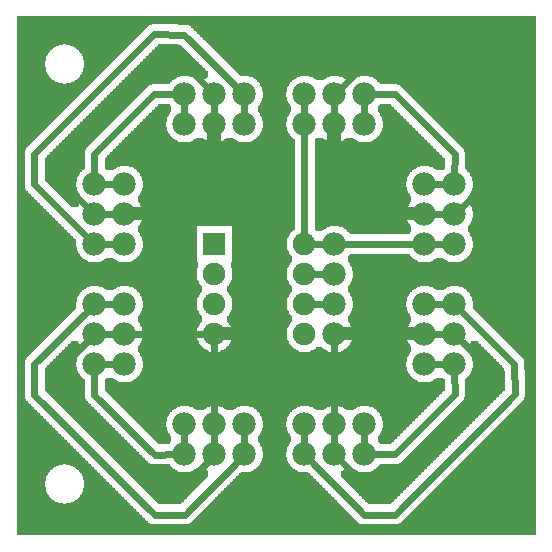
<source format=gtl>
G04 MADE WITH FRITZING*
G04 WWW.FRITZING.ORG*
G04 DOUBLE SIDED*
G04 HOLES PLATED*
G04 CONTOUR ON CENTER OF CONTOUR VECTOR*
%ASAXBY*%
%FSLAX23Y23*%
%MOIN*%
%OFA0B0*%
%SFA1.0B1.0*%
%ADD10C,0.075000*%
%ADD11C,0.078000*%
%ADD12R,0.075000X0.075000*%
%ADD13C,0.024000*%
%LNCOPPER1*%
G90*
G70*
G54D10*
X530Y1621D03*
X1109Y1202D03*
X211Y526D03*
X763Y1691D03*
X1590Y526D03*
X699Y1011D03*
X999Y1011D03*
X699Y911D03*
X999Y911D03*
X699Y811D03*
X999Y811D03*
X699Y711D03*
X999Y711D03*
G54D11*
X1199Y1511D03*
X1099Y1511D03*
X999Y1511D03*
X1199Y1511D03*
X1099Y1511D03*
X999Y1511D03*
X999Y1411D03*
X1099Y1411D03*
X1199Y1411D03*
X799Y1511D03*
X699Y1511D03*
X599Y1511D03*
X799Y1511D03*
X699Y1511D03*
X599Y1511D03*
X599Y1411D03*
X699Y1411D03*
X799Y1411D03*
X799Y411D03*
X699Y411D03*
X599Y411D03*
X799Y411D03*
X699Y411D03*
X599Y411D03*
X599Y311D03*
X699Y311D03*
X799Y311D03*
X1199Y411D03*
X1099Y411D03*
X999Y411D03*
X1199Y411D03*
X1099Y411D03*
X999Y411D03*
X999Y311D03*
X1099Y311D03*
X1199Y311D03*
X299Y1211D03*
X299Y1111D03*
X299Y1011D03*
X299Y1211D03*
X299Y1111D03*
X299Y1011D03*
X399Y1011D03*
X399Y1111D03*
X399Y1211D03*
X299Y811D03*
X299Y711D03*
X299Y611D03*
X299Y811D03*
X299Y711D03*
X299Y611D03*
X399Y611D03*
X399Y711D03*
X399Y811D03*
X1399Y811D03*
X1399Y711D03*
X1399Y611D03*
X1399Y811D03*
X1399Y711D03*
X1399Y611D03*
X1499Y611D03*
X1499Y711D03*
X1499Y811D03*
X1399Y1211D03*
X1399Y1111D03*
X1399Y1011D03*
X1399Y1211D03*
X1399Y1111D03*
X1399Y1011D03*
X1499Y1011D03*
X1499Y1111D03*
X1499Y1211D03*
X1099Y1011D03*
X1099Y911D03*
X1099Y811D03*
X1099Y711D03*
G54D12*
X699Y1011D03*
G54D13*
X1500Y1311D02*
X1300Y1511D01*
D02*
X1300Y1511D02*
X1229Y1511D01*
D02*
X1499Y1241D02*
X1500Y1311D01*
D02*
X1069Y1011D02*
X1028Y1011D01*
D02*
X1198Y110D02*
X1020Y290D01*
D02*
X1700Y511D02*
X1300Y110D01*
D02*
X1699Y611D02*
X1700Y511D01*
D02*
X1300Y110D02*
X1198Y110D01*
D02*
X1521Y790D02*
X1699Y611D01*
D02*
X1199Y211D02*
X1121Y290D01*
D02*
X1300Y210D02*
X1199Y211D01*
D02*
X1600Y511D02*
X1300Y210D01*
D02*
X1600Y611D02*
X1600Y511D01*
D02*
X1521Y690D02*
X1600Y611D01*
D02*
X1300Y311D02*
X1229Y311D01*
D02*
X1499Y581D02*
X1500Y511D01*
D02*
X1500Y511D02*
X1300Y311D01*
D02*
X369Y1011D02*
X329Y1011D01*
D02*
X369Y811D02*
X329Y811D01*
D02*
X369Y711D02*
X329Y711D01*
D02*
X369Y611D02*
X329Y611D01*
D02*
X369Y1211D02*
X329Y1211D01*
D02*
X369Y1111D02*
X329Y1111D01*
D02*
X599Y1481D02*
X599Y1441D01*
D02*
X699Y1481D02*
X699Y1441D01*
D02*
X799Y1481D02*
X799Y1441D01*
D02*
X999Y1481D02*
X999Y1441D01*
D02*
X1099Y1481D02*
X1099Y1441D01*
D02*
X1199Y1481D02*
X1199Y1441D01*
D02*
X1469Y1211D02*
X1429Y1211D01*
D02*
X1469Y1111D02*
X1429Y1111D01*
D02*
X1469Y1011D02*
X1429Y1011D01*
D02*
X1469Y811D02*
X1429Y811D01*
D02*
X1469Y711D02*
X1429Y711D01*
D02*
X1469Y611D02*
X1429Y611D01*
D02*
X1199Y341D02*
X1199Y381D01*
D02*
X1099Y341D02*
X1099Y381D01*
D02*
X999Y341D02*
X999Y381D01*
D02*
X799Y341D02*
X799Y381D01*
D02*
X699Y341D02*
X699Y381D01*
D02*
X599Y341D02*
X599Y381D01*
D02*
X299Y1311D02*
X499Y1511D01*
D02*
X499Y1511D02*
X569Y1511D01*
D02*
X299Y1241D02*
X299Y1311D01*
D02*
X499Y1611D02*
X599Y1613D01*
D02*
X198Y1211D02*
X199Y1311D01*
D02*
X199Y1311D02*
X499Y1611D01*
D02*
X599Y1613D02*
X678Y1532D01*
D02*
X278Y1132D02*
X198Y1211D01*
D02*
X99Y1211D02*
X278Y1032D01*
D02*
X99Y1311D02*
X99Y1211D01*
D02*
X599Y1710D02*
X499Y1711D01*
D02*
X499Y1711D02*
X99Y1311D01*
D02*
X778Y1532D02*
X599Y1710D01*
D02*
X299Y510D02*
X299Y581D01*
D02*
X500Y310D02*
X299Y510D01*
D02*
X569Y311D02*
X500Y310D01*
D02*
X500Y110D02*
X600Y110D01*
D02*
X99Y510D02*
X500Y110D01*
D02*
X600Y110D02*
X778Y290D01*
D02*
X99Y611D02*
X99Y510D01*
D02*
X278Y790D02*
X99Y611D01*
D02*
X1028Y911D02*
X1069Y911D01*
D02*
X1028Y811D02*
X1069Y811D01*
D02*
X429Y711D02*
X671Y711D01*
D02*
X1099Y681D02*
X1099Y441D01*
D02*
X699Y682D02*
X699Y441D01*
D02*
X1129Y1011D02*
X1369Y1011D01*
D02*
X999Y1040D02*
X999Y1381D01*
D02*
X1600Y1311D02*
X1300Y1611D01*
D02*
X1300Y1611D02*
X1200Y1611D01*
D02*
X1600Y1211D02*
X1600Y1311D01*
D02*
X1200Y1611D02*
X1121Y1532D01*
D02*
X1521Y1132D02*
X1600Y1211D01*
D02*
X600Y210D02*
X500Y210D01*
D02*
X500Y210D02*
X199Y510D01*
D02*
X199Y510D02*
X199Y611D01*
D02*
X678Y290D02*
X600Y210D01*
D02*
X199Y611D02*
X278Y690D01*
G36*
X512Y1677D02*
X512Y1675D01*
X510Y1675D01*
X510Y1673D01*
X508Y1673D01*
X508Y1671D01*
X506Y1671D01*
X506Y1669D01*
X504Y1669D01*
X504Y1667D01*
X502Y1667D01*
X502Y1665D01*
X500Y1665D01*
X500Y1663D01*
X498Y1663D01*
X498Y1661D01*
X496Y1661D01*
X496Y1659D01*
X494Y1659D01*
X494Y1657D01*
X492Y1657D01*
X492Y1655D01*
X490Y1655D01*
X490Y1653D01*
X488Y1653D01*
X488Y1651D01*
X486Y1651D01*
X486Y1649D01*
X484Y1649D01*
X484Y1647D01*
X482Y1647D01*
X482Y1645D01*
X480Y1645D01*
X480Y1643D01*
X478Y1643D01*
X478Y1641D01*
X476Y1641D01*
X476Y1639D01*
X474Y1639D01*
X474Y1637D01*
X472Y1637D01*
X472Y1635D01*
X470Y1635D01*
X470Y1633D01*
X468Y1633D01*
X468Y1631D01*
X466Y1631D01*
X466Y1629D01*
X464Y1629D01*
X464Y1627D01*
X462Y1627D01*
X462Y1625D01*
X460Y1625D01*
X460Y1623D01*
X458Y1623D01*
X458Y1621D01*
X456Y1621D01*
X456Y1619D01*
X454Y1619D01*
X454Y1617D01*
X452Y1617D01*
X452Y1615D01*
X450Y1615D01*
X450Y1613D01*
X448Y1613D01*
X448Y1611D01*
X446Y1611D01*
X446Y1609D01*
X444Y1609D01*
X444Y1607D01*
X442Y1607D01*
X442Y1605D01*
X440Y1605D01*
X440Y1603D01*
X438Y1603D01*
X438Y1601D01*
X436Y1601D01*
X436Y1599D01*
X434Y1599D01*
X434Y1597D01*
X432Y1597D01*
X432Y1595D01*
X430Y1595D01*
X430Y1593D01*
X428Y1593D01*
X428Y1591D01*
X426Y1591D01*
X426Y1589D01*
X424Y1589D01*
X424Y1587D01*
X422Y1587D01*
X422Y1585D01*
X420Y1585D01*
X420Y1583D01*
X418Y1583D01*
X418Y1581D01*
X416Y1581D01*
X416Y1579D01*
X414Y1579D01*
X414Y1577D01*
X412Y1577D01*
X412Y1575D01*
X410Y1575D01*
X410Y1573D01*
X408Y1573D01*
X408Y1571D01*
X614Y1571D01*
X614Y1569D01*
X620Y1569D01*
X620Y1567D01*
X626Y1567D01*
X626Y1565D01*
X630Y1565D01*
X630Y1563D01*
X632Y1563D01*
X632Y1561D01*
X636Y1561D01*
X636Y1559D01*
X638Y1559D01*
X638Y1557D01*
X660Y1557D01*
X660Y1559D01*
X664Y1559D01*
X664Y1561D01*
X666Y1561D01*
X666Y1563D01*
X670Y1563D01*
X670Y1565D01*
X674Y1565D01*
X674Y1567D01*
X676Y1567D01*
X676Y1587D01*
X674Y1587D01*
X674Y1589D01*
X672Y1589D01*
X672Y1591D01*
X670Y1591D01*
X670Y1593D01*
X668Y1593D01*
X668Y1595D01*
X666Y1595D01*
X666Y1597D01*
X664Y1597D01*
X664Y1599D01*
X662Y1599D01*
X662Y1601D01*
X660Y1601D01*
X660Y1603D01*
X658Y1603D01*
X658Y1605D01*
X656Y1605D01*
X656Y1607D01*
X654Y1607D01*
X654Y1609D01*
X652Y1609D01*
X652Y1611D01*
X650Y1611D01*
X650Y1613D01*
X648Y1613D01*
X648Y1615D01*
X646Y1615D01*
X646Y1617D01*
X644Y1617D01*
X644Y1619D01*
X642Y1619D01*
X642Y1621D01*
X640Y1621D01*
X640Y1623D01*
X638Y1623D01*
X638Y1625D01*
X634Y1625D01*
X634Y1627D01*
X632Y1627D01*
X632Y1629D01*
X630Y1629D01*
X630Y1631D01*
X628Y1631D01*
X628Y1633D01*
X626Y1633D01*
X626Y1635D01*
X624Y1635D01*
X624Y1637D01*
X622Y1637D01*
X622Y1639D01*
X620Y1639D01*
X620Y1641D01*
X618Y1641D01*
X618Y1643D01*
X616Y1643D01*
X616Y1645D01*
X614Y1645D01*
X614Y1647D01*
X612Y1647D01*
X612Y1649D01*
X610Y1649D01*
X610Y1651D01*
X608Y1651D01*
X608Y1653D01*
X606Y1653D01*
X606Y1655D01*
X604Y1655D01*
X604Y1657D01*
X602Y1657D01*
X602Y1659D01*
X600Y1659D01*
X600Y1661D01*
X598Y1661D01*
X598Y1663D01*
X596Y1663D01*
X596Y1665D01*
X594Y1665D01*
X594Y1667D01*
X592Y1667D01*
X592Y1669D01*
X590Y1669D01*
X590Y1671D01*
X588Y1671D01*
X588Y1673D01*
X586Y1673D01*
X586Y1675D01*
X576Y1675D01*
X576Y1677D01*
X512Y1677D01*
G37*
D02*
G36*
X406Y1571D02*
X406Y1569D01*
X404Y1569D01*
X404Y1567D01*
X402Y1567D01*
X402Y1565D01*
X400Y1565D01*
X400Y1563D01*
X398Y1563D01*
X398Y1561D01*
X396Y1561D01*
X396Y1559D01*
X394Y1559D01*
X394Y1557D01*
X392Y1557D01*
X392Y1555D01*
X390Y1555D01*
X390Y1553D01*
X388Y1553D01*
X388Y1551D01*
X386Y1551D01*
X386Y1549D01*
X384Y1549D01*
X384Y1547D01*
X382Y1547D01*
X382Y1545D01*
X380Y1545D01*
X380Y1543D01*
X378Y1543D01*
X378Y1541D01*
X376Y1541D01*
X376Y1539D01*
X374Y1539D01*
X374Y1537D01*
X372Y1537D01*
X372Y1535D01*
X370Y1535D01*
X370Y1533D01*
X368Y1533D01*
X368Y1531D01*
X366Y1531D01*
X366Y1529D01*
X364Y1529D01*
X364Y1527D01*
X362Y1527D01*
X362Y1525D01*
X360Y1525D01*
X360Y1523D01*
X358Y1523D01*
X358Y1521D01*
X356Y1521D01*
X356Y1519D01*
X354Y1519D01*
X354Y1517D01*
X352Y1517D01*
X352Y1515D01*
X350Y1515D01*
X350Y1513D01*
X348Y1513D01*
X348Y1511D01*
X346Y1511D01*
X346Y1509D01*
X344Y1509D01*
X344Y1507D01*
X342Y1507D01*
X342Y1505D01*
X340Y1505D01*
X340Y1503D01*
X338Y1503D01*
X338Y1501D01*
X336Y1501D01*
X336Y1499D01*
X334Y1499D01*
X334Y1497D01*
X332Y1497D01*
X332Y1495D01*
X330Y1495D01*
X330Y1493D01*
X328Y1493D01*
X328Y1491D01*
X326Y1491D01*
X326Y1489D01*
X324Y1489D01*
X324Y1487D01*
X322Y1487D01*
X322Y1485D01*
X320Y1485D01*
X320Y1483D01*
X318Y1483D01*
X318Y1481D01*
X316Y1481D01*
X316Y1479D01*
X314Y1479D01*
X314Y1477D01*
X312Y1477D01*
X312Y1475D01*
X310Y1475D01*
X310Y1473D01*
X308Y1473D01*
X308Y1471D01*
X306Y1471D01*
X306Y1469D01*
X304Y1469D01*
X304Y1467D01*
X302Y1467D01*
X302Y1465D01*
X300Y1465D01*
X300Y1463D01*
X298Y1463D01*
X298Y1461D01*
X296Y1461D01*
X296Y1459D01*
X294Y1459D01*
X294Y1457D01*
X292Y1457D01*
X292Y1455D01*
X290Y1455D01*
X290Y1453D01*
X288Y1453D01*
X288Y1451D01*
X286Y1451D01*
X286Y1449D01*
X284Y1449D01*
X284Y1447D01*
X282Y1447D01*
X282Y1445D01*
X280Y1445D01*
X280Y1443D01*
X278Y1443D01*
X278Y1441D01*
X276Y1441D01*
X276Y1439D01*
X274Y1439D01*
X274Y1437D01*
X272Y1437D01*
X272Y1435D01*
X270Y1435D01*
X270Y1433D01*
X268Y1433D01*
X268Y1431D01*
X266Y1431D01*
X266Y1429D01*
X264Y1429D01*
X264Y1427D01*
X262Y1427D01*
X262Y1425D01*
X260Y1425D01*
X260Y1423D01*
X258Y1423D01*
X258Y1421D01*
X256Y1421D01*
X256Y1419D01*
X254Y1419D01*
X254Y1417D01*
X252Y1417D01*
X252Y1415D01*
X250Y1415D01*
X250Y1413D01*
X248Y1413D01*
X248Y1411D01*
X246Y1411D01*
X246Y1409D01*
X244Y1409D01*
X244Y1407D01*
X242Y1407D01*
X242Y1405D01*
X240Y1405D01*
X240Y1403D01*
X238Y1403D01*
X238Y1401D01*
X236Y1401D01*
X236Y1399D01*
X234Y1399D01*
X234Y1397D01*
X232Y1397D01*
X232Y1395D01*
X230Y1395D01*
X230Y1393D01*
X228Y1393D01*
X228Y1391D01*
X226Y1391D01*
X226Y1389D01*
X224Y1389D01*
X224Y1387D01*
X222Y1387D01*
X222Y1385D01*
X220Y1385D01*
X220Y1383D01*
X218Y1383D01*
X218Y1381D01*
X216Y1381D01*
X216Y1379D01*
X214Y1379D01*
X214Y1377D01*
X212Y1377D01*
X212Y1375D01*
X210Y1375D01*
X210Y1373D01*
X208Y1373D01*
X208Y1371D01*
X206Y1371D01*
X206Y1369D01*
X204Y1369D01*
X204Y1367D01*
X202Y1367D01*
X202Y1365D01*
X200Y1365D01*
X200Y1363D01*
X198Y1363D01*
X198Y1361D01*
X196Y1361D01*
X196Y1359D01*
X194Y1359D01*
X194Y1357D01*
X192Y1357D01*
X192Y1355D01*
X190Y1355D01*
X190Y1353D01*
X188Y1353D01*
X188Y1351D01*
X186Y1351D01*
X186Y1349D01*
X184Y1349D01*
X184Y1347D01*
X182Y1347D01*
X182Y1345D01*
X180Y1345D01*
X180Y1343D01*
X178Y1343D01*
X178Y1341D01*
X176Y1341D01*
X176Y1339D01*
X174Y1339D01*
X174Y1337D01*
X172Y1337D01*
X172Y1335D01*
X170Y1335D01*
X170Y1333D01*
X168Y1333D01*
X168Y1331D01*
X166Y1331D01*
X166Y1329D01*
X164Y1329D01*
X164Y1327D01*
X162Y1327D01*
X162Y1325D01*
X160Y1325D01*
X160Y1323D01*
X158Y1323D01*
X158Y1321D01*
X156Y1321D01*
X156Y1319D01*
X154Y1319D01*
X154Y1317D01*
X152Y1317D01*
X152Y1315D01*
X150Y1315D01*
X150Y1313D01*
X148Y1313D01*
X148Y1311D01*
X146Y1311D01*
X146Y1309D01*
X144Y1309D01*
X144Y1307D01*
X142Y1307D01*
X142Y1305D01*
X140Y1305D01*
X140Y1303D01*
X138Y1303D01*
X138Y1301D01*
X136Y1301D01*
X136Y1299D01*
X134Y1299D01*
X134Y1223D01*
X136Y1223D01*
X136Y1221D01*
X138Y1221D01*
X138Y1219D01*
X140Y1219D01*
X140Y1217D01*
X142Y1217D01*
X142Y1215D01*
X144Y1215D01*
X144Y1213D01*
X146Y1213D01*
X146Y1211D01*
X148Y1211D01*
X148Y1209D01*
X150Y1209D01*
X150Y1207D01*
X152Y1207D01*
X152Y1205D01*
X154Y1205D01*
X154Y1203D01*
X156Y1203D01*
X156Y1201D01*
X158Y1201D01*
X158Y1199D01*
X160Y1199D01*
X160Y1197D01*
X162Y1197D01*
X162Y1195D01*
X164Y1195D01*
X164Y1193D01*
X166Y1193D01*
X166Y1191D01*
X168Y1191D01*
X168Y1189D01*
X170Y1189D01*
X170Y1187D01*
X172Y1187D01*
X172Y1185D01*
X174Y1185D01*
X174Y1183D01*
X176Y1183D01*
X176Y1181D01*
X178Y1181D01*
X178Y1179D01*
X180Y1179D01*
X180Y1177D01*
X182Y1177D01*
X182Y1175D01*
X184Y1175D01*
X184Y1173D01*
X186Y1173D01*
X186Y1171D01*
X188Y1171D01*
X188Y1169D01*
X190Y1169D01*
X190Y1167D01*
X192Y1167D01*
X192Y1165D01*
X194Y1165D01*
X194Y1163D01*
X196Y1163D01*
X196Y1161D01*
X198Y1161D01*
X198Y1159D01*
X200Y1159D01*
X200Y1157D01*
X202Y1157D01*
X202Y1155D01*
X204Y1155D01*
X204Y1153D01*
X206Y1153D01*
X206Y1151D01*
X208Y1151D01*
X208Y1149D01*
X210Y1149D01*
X210Y1147D01*
X212Y1147D01*
X212Y1145D01*
X214Y1145D01*
X214Y1143D01*
X216Y1143D01*
X216Y1141D01*
X218Y1141D01*
X218Y1139D01*
X220Y1139D01*
X220Y1137D01*
X222Y1137D01*
X222Y1135D01*
X244Y1135D01*
X244Y1139D01*
X246Y1139D01*
X246Y1143D01*
X248Y1143D01*
X248Y1145D01*
X250Y1145D01*
X250Y1147D01*
X252Y1147D01*
X252Y1151D01*
X254Y1151D01*
X254Y1171D01*
X252Y1171D01*
X252Y1175D01*
X250Y1175D01*
X250Y1177D01*
X248Y1177D01*
X248Y1179D01*
X246Y1179D01*
X246Y1183D01*
X244Y1183D01*
X244Y1187D01*
X242Y1187D01*
X242Y1193D01*
X240Y1193D01*
X240Y1203D01*
X238Y1203D01*
X238Y1219D01*
X240Y1219D01*
X240Y1229D01*
X242Y1229D01*
X242Y1235D01*
X244Y1235D01*
X244Y1239D01*
X246Y1239D01*
X246Y1243D01*
X248Y1243D01*
X248Y1245D01*
X250Y1245D01*
X250Y1247D01*
X252Y1247D01*
X252Y1251D01*
X254Y1251D01*
X254Y1253D01*
X256Y1253D01*
X256Y1255D01*
X258Y1255D01*
X258Y1257D01*
X260Y1257D01*
X260Y1259D01*
X264Y1259D01*
X264Y1261D01*
X266Y1261D01*
X266Y1321D01*
X268Y1321D01*
X268Y1325D01*
X270Y1325D01*
X270Y1329D01*
X272Y1329D01*
X272Y1333D01*
X274Y1333D01*
X274Y1335D01*
X276Y1335D01*
X276Y1337D01*
X278Y1337D01*
X278Y1339D01*
X280Y1339D01*
X280Y1341D01*
X282Y1341D01*
X282Y1343D01*
X284Y1343D01*
X284Y1345D01*
X286Y1345D01*
X286Y1347D01*
X288Y1347D01*
X288Y1349D01*
X290Y1349D01*
X290Y1351D01*
X292Y1351D01*
X292Y1353D01*
X294Y1353D01*
X294Y1355D01*
X296Y1355D01*
X296Y1357D01*
X298Y1357D01*
X298Y1359D01*
X300Y1359D01*
X300Y1361D01*
X302Y1361D01*
X302Y1363D01*
X304Y1363D01*
X304Y1365D01*
X306Y1365D01*
X306Y1367D01*
X308Y1367D01*
X308Y1369D01*
X310Y1369D01*
X310Y1371D01*
X312Y1371D01*
X312Y1373D01*
X314Y1373D01*
X314Y1375D01*
X316Y1375D01*
X316Y1377D01*
X318Y1377D01*
X318Y1379D01*
X320Y1379D01*
X320Y1381D01*
X322Y1381D01*
X322Y1383D01*
X324Y1383D01*
X324Y1385D01*
X326Y1385D01*
X326Y1387D01*
X328Y1387D01*
X328Y1389D01*
X330Y1389D01*
X330Y1391D01*
X332Y1391D01*
X332Y1393D01*
X334Y1393D01*
X334Y1395D01*
X336Y1395D01*
X336Y1397D01*
X338Y1397D01*
X338Y1399D01*
X340Y1399D01*
X340Y1401D01*
X342Y1401D01*
X342Y1403D01*
X344Y1403D01*
X344Y1405D01*
X346Y1405D01*
X346Y1407D01*
X348Y1407D01*
X348Y1409D01*
X350Y1409D01*
X350Y1411D01*
X352Y1411D01*
X352Y1413D01*
X354Y1413D01*
X354Y1415D01*
X356Y1415D01*
X356Y1417D01*
X358Y1417D01*
X358Y1419D01*
X360Y1419D01*
X360Y1421D01*
X362Y1421D01*
X362Y1423D01*
X364Y1423D01*
X364Y1425D01*
X366Y1425D01*
X366Y1427D01*
X368Y1427D01*
X368Y1429D01*
X370Y1429D01*
X370Y1431D01*
X372Y1431D01*
X372Y1433D01*
X374Y1433D01*
X374Y1435D01*
X376Y1435D01*
X376Y1437D01*
X378Y1437D01*
X378Y1439D01*
X380Y1439D01*
X380Y1441D01*
X382Y1441D01*
X382Y1443D01*
X384Y1443D01*
X384Y1445D01*
X386Y1445D01*
X386Y1447D01*
X388Y1447D01*
X388Y1449D01*
X390Y1449D01*
X390Y1451D01*
X392Y1451D01*
X392Y1453D01*
X394Y1453D01*
X394Y1455D01*
X396Y1455D01*
X396Y1457D01*
X398Y1457D01*
X398Y1459D01*
X400Y1459D01*
X400Y1461D01*
X402Y1461D01*
X402Y1463D01*
X404Y1463D01*
X404Y1465D01*
X406Y1465D01*
X406Y1467D01*
X408Y1467D01*
X408Y1469D01*
X410Y1469D01*
X410Y1471D01*
X412Y1471D01*
X412Y1473D01*
X414Y1473D01*
X414Y1475D01*
X416Y1475D01*
X416Y1477D01*
X418Y1477D01*
X418Y1479D01*
X420Y1479D01*
X420Y1481D01*
X422Y1481D01*
X422Y1483D01*
X424Y1483D01*
X424Y1485D01*
X426Y1485D01*
X426Y1487D01*
X428Y1487D01*
X428Y1489D01*
X430Y1489D01*
X430Y1491D01*
X432Y1491D01*
X432Y1493D01*
X434Y1493D01*
X434Y1495D01*
X436Y1495D01*
X436Y1497D01*
X438Y1497D01*
X438Y1499D01*
X440Y1499D01*
X440Y1501D01*
X442Y1501D01*
X442Y1503D01*
X444Y1503D01*
X444Y1505D01*
X446Y1505D01*
X446Y1507D01*
X448Y1507D01*
X448Y1509D01*
X450Y1509D01*
X450Y1511D01*
X452Y1511D01*
X452Y1513D01*
X454Y1513D01*
X454Y1515D01*
X456Y1515D01*
X456Y1517D01*
X458Y1517D01*
X458Y1519D01*
X460Y1519D01*
X460Y1521D01*
X462Y1521D01*
X462Y1523D01*
X464Y1523D01*
X464Y1525D01*
X466Y1525D01*
X466Y1527D01*
X468Y1527D01*
X468Y1529D01*
X470Y1529D01*
X470Y1531D01*
X472Y1531D01*
X472Y1533D01*
X474Y1533D01*
X474Y1535D01*
X476Y1535D01*
X476Y1537D01*
X480Y1537D01*
X480Y1539D01*
X482Y1539D01*
X482Y1541D01*
X486Y1541D01*
X486Y1543D01*
X492Y1543D01*
X492Y1545D01*
X550Y1545D01*
X550Y1547D01*
X552Y1547D01*
X552Y1551D01*
X554Y1551D01*
X554Y1553D01*
X556Y1553D01*
X556Y1555D01*
X558Y1555D01*
X558Y1557D01*
X560Y1557D01*
X560Y1559D01*
X564Y1559D01*
X564Y1561D01*
X566Y1561D01*
X566Y1563D01*
X570Y1563D01*
X570Y1565D01*
X574Y1565D01*
X574Y1567D01*
X578Y1567D01*
X578Y1569D01*
X584Y1569D01*
X584Y1571D01*
X406Y1571D01*
G37*
D02*
G36*
X1250Y1477D02*
X1250Y1475D01*
X1248Y1475D01*
X1248Y1473D01*
X1246Y1473D01*
X1246Y1471D01*
X1244Y1471D01*
X1244Y1451D01*
X1246Y1451D01*
X1246Y1449D01*
X1248Y1449D01*
X1248Y1447D01*
X1250Y1447D01*
X1250Y1443D01*
X1252Y1443D01*
X1252Y1439D01*
X1254Y1439D01*
X1254Y1435D01*
X1256Y1435D01*
X1256Y1431D01*
X1258Y1431D01*
X1258Y1423D01*
X1260Y1423D01*
X1260Y1399D01*
X1258Y1399D01*
X1258Y1391D01*
X1256Y1391D01*
X1256Y1387D01*
X1254Y1387D01*
X1254Y1383D01*
X1252Y1383D01*
X1252Y1379D01*
X1250Y1379D01*
X1250Y1375D01*
X1248Y1375D01*
X1248Y1373D01*
X1246Y1373D01*
X1246Y1371D01*
X1244Y1371D01*
X1244Y1369D01*
X1242Y1369D01*
X1242Y1367D01*
X1240Y1367D01*
X1240Y1365D01*
X1238Y1365D01*
X1238Y1363D01*
X1236Y1363D01*
X1236Y1361D01*
X1232Y1361D01*
X1232Y1359D01*
X1230Y1359D01*
X1230Y1357D01*
X1226Y1357D01*
X1226Y1355D01*
X1220Y1355D01*
X1220Y1353D01*
X1214Y1353D01*
X1214Y1351D01*
X1410Y1351D01*
X1410Y1353D01*
X1408Y1353D01*
X1408Y1355D01*
X1406Y1355D01*
X1406Y1357D01*
X1404Y1357D01*
X1404Y1359D01*
X1402Y1359D01*
X1402Y1361D01*
X1400Y1361D01*
X1400Y1363D01*
X1398Y1363D01*
X1398Y1365D01*
X1396Y1365D01*
X1396Y1367D01*
X1394Y1367D01*
X1394Y1369D01*
X1392Y1369D01*
X1392Y1371D01*
X1390Y1371D01*
X1390Y1373D01*
X1388Y1373D01*
X1388Y1375D01*
X1386Y1375D01*
X1386Y1377D01*
X1384Y1377D01*
X1384Y1379D01*
X1382Y1379D01*
X1382Y1381D01*
X1380Y1381D01*
X1380Y1383D01*
X1378Y1383D01*
X1378Y1385D01*
X1376Y1385D01*
X1376Y1387D01*
X1374Y1387D01*
X1374Y1389D01*
X1372Y1389D01*
X1372Y1391D01*
X1370Y1391D01*
X1370Y1393D01*
X1368Y1393D01*
X1368Y1395D01*
X1366Y1395D01*
X1366Y1397D01*
X1364Y1397D01*
X1364Y1399D01*
X1362Y1399D01*
X1362Y1401D01*
X1360Y1401D01*
X1360Y1403D01*
X1358Y1403D01*
X1358Y1405D01*
X1356Y1405D01*
X1356Y1407D01*
X1354Y1407D01*
X1354Y1409D01*
X1352Y1409D01*
X1352Y1411D01*
X1350Y1411D01*
X1350Y1413D01*
X1348Y1413D01*
X1348Y1415D01*
X1346Y1415D01*
X1346Y1417D01*
X1344Y1417D01*
X1344Y1419D01*
X1342Y1419D01*
X1342Y1421D01*
X1340Y1421D01*
X1340Y1423D01*
X1338Y1423D01*
X1338Y1425D01*
X1336Y1425D01*
X1336Y1427D01*
X1334Y1427D01*
X1334Y1429D01*
X1332Y1429D01*
X1332Y1431D01*
X1330Y1431D01*
X1330Y1433D01*
X1328Y1433D01*
X1328Y1435D01*
X1326Y1435D01*
X1326Y1437D01*
X1324Y1437D01*
X1324Y1439D01*
X1322Y1439D01*
X1322Y1441D01*
X1320Y1441D01*
X1320Y1443D01*
X1318Y1443D01*
X1318Y1445D01*
X1316Y1445D01*
X1316Y1447D01*
X1314Y1447D01*
X1314Y1449D01*
X1312Y1449D01*
X1312Y1451D01*
X1310Y1451D01*
X1310Y1453D01*
X1308Y1453D01*
X1308Y1455D01*
X1306Y1455D01*
X1306Y1457D01*
X1304Y1457D01*
X1304Y1459D01*
X1302Y1459D01*
X1302Y1461D01*
X1300Y1461D01*
X1300Y1463D01*
X1298Y1463D01*
X1298Y1465D01*
X1296Y1465D01*
X1296Y1467D01*
X1294Y1467D01*
X1294Y1469D01*
X1292Y1469D01*
X1292Y1471D01*
X1290Y1471D01*
X1290Y1473D01*
X1288Y1473D01*
X1288Y1475D01*
X1286Y1475D01*
X1286Y1477D01*
X1250Y1477D01*
G37*
D02*
G36*
X1038Y1365D02*
X1038Y1363D01*
X1036Y1363D01*
X1036Y1361D01*
X1034Y1361D01*
X1034Y1351D01*
X1084Y1351D01*
X1084Y1353D01*
X1078Y1353D01*
X1078Y1355D01*
X1074Y1355D01*
X1074Y1357D01*
X1070Y1357D01*
X1070Y1359D01*
X1066Y1359D01*
X1066Y1361D01*
X1064Y1361D01*
X1064Y1363D01*
X1060Y1363D01*
X1060Y1365D01*
X1038Y1365D01*
G37*
D02*
G36*
X1138Y1365D02*
X1138Y1363D01*
X1136Y1363D01*
X1136Y1361D01*
X1132Y1361D01*
X1132Y1359D01*
X1130Y1359D01*
X1130Y1357D01*
X1126Y1357D01*
X1126Y1355D01*
X1120Y1355D01*
X1120Y1353D01*
X1114Y1353D01*
X1114Y1351D01*
X1184Y1351D01*
X1184Y1353D01*
X1178Y1353D01*
X1178Y1355D01*
X1174Y1355D01*
X1174Y1357D01*
X1170Y1357D01*
X1170Y1359D01*
X1166Y1359D01*
X1166Y1361D01*
X1164Y1361D01*
X1164Y1363D01*
X1160Y1363D01*
X1160Y1365D01*
X1138Y1365D01*
G37*
D02*
G36*
X1034Y1351D02*
X1034Y1349D01*
X1412Y1349D01*
X1412Y1351D01*
X1034Y1351D01*
G37*
D02*
G36*
X1034Y1351D02*
X1034Y1349D01*
X1412Y1349D01*
X1412Y1351D01*
X1034Y1351D01*
G37*
D02*
G36*
X1034Y1351D02*
X1034Y1349D01*
X1412Y1349D01*
X1412Y1351D01*
X1034Y1351D01*
G37*
D02*
G36*
X1034Y1349D02*
X1034Y1271D01*
X1414Y1271D01*
X1414Y1269D01*
X1420Y1269D01*
X1420Y1267D01*
X1426Y1267D01*
X1426Y1265D01*
X1430Y1265D01*
X1430Y1263D01*
X1432Y1263D01*
X1432Y1261D01*
X1436Y1261D01*
X1436Y1259D01*
X1438Y1259D01*
X1438Y1257D01*
X1460Y1257D01*
X1460Y1259D01*
X1464Y1259D01*
X1464Y1261D01*
X1466Y1261D01*
X1466Y1297D01*
X1464Y1297D01*
X1464Y1299D01*
X1462Y1299D01*
X1462Y1301D01*
X1460Y1301D01*
X1460Y1303D01*
X1458Y1303D01*
X1458Y1305D01*
X1456Y1305D01*
X1456Y1307D01*
X1454Y1307D01*
X1454Y1309D01*
X1452Y1309D01*
X1452Y1311D01*
X1450Y1311D01*
X1450Y1313D01*
X1448Y1313D01*
X1448Y1315D01*
X1446Y1315D01*
X1446Y1317D01*
X1444Y1317D01*
X1444Y1319D01*
X1442Y1319D01*
X1442Y1321D01*
X1440Y1321D01*
X1440Y1323D01*
X1438Y1323D01*
X1438Y1325D01*
X1436Y1325D01*
X1436Y1327D01*
X1434Y1327D01*
X1434Y1329D01*
X1432Y1329D01*
X1432Y1331D01*
X1430Y1331D01*
X1430Y1333D01*
X1428Y1333D01*
X1428Y1335D01*
X1426Y1335D01*
X1426Y1337D01*
X1424Y1337D01*
X1424Y1339D01*
X1422Y1339D01*
X1422Y1341D01*
X1420Y1341D01*
X1420Y1343D01*
X1418Y1343D01*
X1418Y1345D01*
X1416Y1345D01*
X1416Y1347D01*
X1414Y1347D01*
X1414Y1349D01*
X1034Y1349D01*
G37*
D02*
G36*
X1034Y1271D02*
X1034Y1071D01*
X1114Y1071D01*
X1114Y1069D01*
X1120Y1069D01*
X1120Y1067D01*
X1126Y1067D01*
X1126Y1065D01*
X1130Y1065D01*
X1130Y1063D01*
X1132Y1063D01*
X1132Y1061D01*
X1136Y1061D01*
X1136Y1059D01*
X1138Y1059D01*
X1138Y1057D01*
X1140Y1057D01*
X1140Y1055D01*
X1142Y1055D01*
X1142Y1053D01*
X1144Y1053D01*
X1144Y1051D01*
X1146Y1051D01*
X1146Y1049D01*
X1148Y1049D01*
X1148Y1047D01*
X1150Y1047D01*
X1150Y1045D01*
X1350Y1045D01*
X1350Y1047D01*
X1352Y1047D01*
X1352Y1051D01*
X1354Y1051D01*
X1354Y1071D01*
X1352Y1071D01*
X1352Y1075D01*
X1350Y1075D01*
X1350Y1077D01*
X1348Y1077D01*
X1348Y1079D01*
X1346Y1079D01*
X1346Y1083D01*
X1344Y1083D01*
X1344Y1087D01*
X1342Y1087D01*
X1342Y1093D01*
X1340Y1093D01*
X1340Y1103D01*
X1338Y1103D01*
X1338Y1119D01*
X1340Y1119D01*
X1340Y1129D01*
X1342Y1129D01*
X1342Y1135D01*
X1344Y1135D01*
X1344Y1139D01*
X1346Y1139D01*
X1346Y1143D01*
X1348Y1143D01*
X1348Y1145D01*
X1350Y1145D01*
X1350Y1147D01*
X1352Y1147D01*
X1352Y1151D01*
X1354Y1151D01*
X1354Y1171D01*
X1352Y1171D01*
X1352Y1175D01*
X1350Y1175D01*
X1350Y1177D01*
X1348Y1177D01*
X1348Y1179D01*
X1346Y1179D01*
X1346Y1183D01*
X1344Y1183D01*
X1344Y1187D01*
X1342Y1187D01*
X1342Y1193D01*
X1340Y1193D01*
X1340Y1203D01*
X1338Y1203D01*
X1338Y1219D01*
X1340Y1219D01*
X1340Y1229D01*
X1342Y1229D01*
X1342Y1235D01*
X1344Y1235D01*
X1344Y1239D01*
X1346Y1239D01*
X1346Y1243D01*
X1348Y1243D01*
X1348Y1245D01*
X1350Y1245D01*
X1350Y1247D01*
X1352Y1247D01*
X1352Y1251D01*
X1354Y1251D01*
X1354Y1253D01*
X1356Y1253D01*
X1356Y1255D01*
X1358Y1255D01*
X1358Y1257D01*
X1360Y1257D01*
X1360Y1259D01*
X1364Y1259D01*
X1364Y1261D01*
X1366Y1261D01*
X1366Y1263D01*
X1370Y1263D01*
X1370Y1265D01*
X1374Y1265D01*
X1374Y1267D01*
X1378Y1267D01*
X1378Y1269D01*
X1384Y1269D01*
X1384Y1271D01*
X1034Y1271D01*
G37*
D02*
G36*
X1034Y1071D02*
X1034Y1059D01*
X1036Y1059D01*
X1036Y1057D01*
X1038Y1057D01*
X1038Y1055D01*
X1058Y1055D01*
X1058Y1057D01*
X1060Y1057D01*
X1060Y1059D01*
X1064Y1059D01*
X1064Y1061D01*
X1066Y1061D01*
X1066Y1063D01*
X1070Y1063D01*
X1070Y1065D01*
X1074Y1065D01*
X1074Y1067D01*
X1078Y1067D01*
X1078Y1069D01*
X1084Y1069D01*
X1084Y1071D01*
X1034Y1071D01*
G37*
D02*
G36*
X222Y687D02*
X222Y685D01*
X220Y685D01*
X220Y683D01*
X218Y683D01*
X218Y681D01*
X216Y681D01*
X216Y679D01*
X214Y679D01*
X214Y677D01*
X212Y677D01*
X212Y675D01*
X210Y675D01*
X210Y673D01*
X208Y673D01*
X208Y671D01*
X206Y671D01*
X206Y669D01*
X204Y669D01*
X204Y667D01*
X202Y667D01*
X202Y665D01*
X200Y665D01*
X200Y663D01*
X198Y663D01*
X198Y661D01*
X196Y661D01*
X196Y659D01*
X194Y659D01*
X194Y657D01*
X192Y657D01*
X192Y655D01*
X190Y655D01*
X190Y653D01*
X188Y653D01*
X188Y651D01*
X186Y651D01*
X186Y649D01*
X184Y649D01*
X184Y647D01*
X182Y647D01*
X182Y645D01*
X180Y645D01*
X180Y643D01*
X178Y643D01*
X178Y641D01*
X176Y641D01*
X176Y639D01*
X174Y639D01*
X174Y637D01*
X172Y637D01*
X172Y635D01*
X170Y635D01*
X170Y633D01*
X168Y633D01*
X168Y631D01*
X166Y631D01*
X166Y629D01*
X164Y629D01*
X164Y627D01*
X162Y627D01*
X162Y625D01*
X160Y625D01*
X160Y623D01*
X158Y623D01*
X158Y621D01*
X156Y621D01*
X156Y619D01*
X154Y619D01*
X154Y617D01*
X152Y617D01*
X152Y615D01*
X150Y615D01*
X150Y613D01*
X148Y613D01*
X148Y611D01*
X146Y611D01*
X146Y609D01*
X144Y609D01*
X144Y607D01*
X142Y607D01*
X142Y605D01*
X140Y605D01*
X140Y603D01*
X138Y603D01*
X138Y601D01*
X136Y601D01*
X136Y599D01*
X134Y599D01*
X134Y523D01*
X136Y523D01*
X136Y521D01*
X138Y521D01*
X138Y519D01*
X140Y519D01*
X140Y517D01*
X142Y517D01*
X142Y515D01*
X144Y515D01*
X144Y513D01*
X146Y513D01*
X146Y511D01*
X148Y511D01*
X148Y509D01*
X150Y509D01*
X150Y507D01*
X152Y507D01*
X152Y505D01*
X154Y505D01*
X154Y503D01*
X156Y503D01*
X156Y501D01*
X158Y501D01*
X158Y499D01*
X160Y499D01*
X160Y497D01*
X162Y497D01*
X162Y495D01*
X164Y495D01*
X164Y493D01*
X166Y493D01*
X166Y491D01*
X168Y491D01*
X168Y489D01*
X170Y489D01*
X170Y487D01*
X172Y487D01*
X172Y485D01*
X174Y485D01*
X174Y483D01*
X176Y483D01*
X176Y481D01*
X178Y481D01*
X178Y479D01*
X180Y479D01*
X180Y477D01*
X182Y477D01*
X182Y475D01*
X184Y475D01*
X184Y473D01*
X186Y473D01*
X186Y471D01*
X188Y471D01*
X188Y469D01*
X190Y469D01*
X190Y467D01*
X192Y467D01*
X192Y465D01*
X194Y465D01*
X194Y463D01*
X196Y463D01*
X196Y461D01*
X198Y461D01*
X198Y459D01*
X200Y459D01*
X200Y457D01*
X202Y457D01*
X202Y455D01*
X204Y455D01*
X204Y453D01*
X206Y453D01*
X206Y451D01*
X208Y451D01*
X208Y449D01*
X210Y449D01*
X210Y447D01*
X212Y447D01*
X212Y445D01*
X214Y445D01*
X214Y443D01*
X216Y443D01*
X216Y441D01*
X218Y441D01*
X218Y439D01*
X220Y439D01*
X220Y437D01*
X222Y437D01*
X222Y435D01*
X224Y435D01*
X224Y433D01*
X226Y433D01*
X226Y431D01*
X228Y431D01*
X228Y429D01*
X230Y429D01*
X230Y427D01*
X232Y427D01*
X232Y425D01*
X234Y425D01*
X234Y423D01*
X236Y423D01*
X236Y421D01*
X238Y421D01*
X238Y419D01*
X240Y419D01*
X240Y417D01*
X242Y417D01*
X242Y415D01*
X244Y415D01*
X244Y413D01*
X246Y413D01*
X246Y411D01*
X248Y411D01*
X248Y409D01*
X250Y409D01*
X250Y407D01*
X252Y407D01*
X252Y405D01*
X254Y405D01*
X254Y403D01*
X256Y403D01*
X256Y401D01*
X258Y401D01*
X258Y399D01*
X260Y399D01*
X260Y397D01*
X262Y397D01*
X262Y395D01*
X264Y395D01*
X264Y393D01*
X266Y393D01*
X266Y391D01*
X268Y391D01*
X268Y389D01*
X270Y389D01*
X270Y387D01*
X272Y387D01*
X272Y385D01*
X274Y385D01*
X274Y383D01*
X276Y383D01*
X276Y381D01*
X278Y381D01*
X278Y379D01*
X280Y379D01*
X280Y377D01*
X282Y377D01*
X282Y375D01*
X284Y375D01*
X284Y373D01*
X286Y373D01*
X286Y371D01*
X288Y371D01*
X288Y369D01*
X290Y369D01*
X290Y367D01*
X292Y367D01*
X292Y365D01*
X294Y365D01*
X294Y363D01*
X296Y363D01*
X296Y361D01*
X298Y361D01*
X298Y359D01*
X300Y359D01*
X300Y357D01*
X302Y357D01*
X302Y355D01*
X304Y355D01*
X304Y353D01*
X306Y353D01*
X306Y351D01*
X308Y351D01*
X308Y349D01*
X310Y349D01*
X310Y347D01*
X312Y347D01*
X312Y345D01*
X314Y345D01*
X314Y343D01*
X316Y343D01*
X316Y341D01*
X318Y341D01*
X318Y339D01*
X320Y339D01*
X320Y337D01*
X322Y337D01*
X322Y335D01*
X324Y335D01*
X324Y333D01*
X326Y333D01*
X326Y331D01*
X328Y331D01*
X328Y329D01*
X330Y329D01*
X330Y327D01*
X332Y327D01*
X332Y325D01*
X334Y325D01*
X334Y323D01*
X336Y323D01*
X336Y321D01*
X338Y321D01*
X338Y319D01*
X340Y319D01*
X340Y317D01*
X342Y317D01*
X342Y315D01*
X344Y315D01*
X344Y313D01*
X346Y313D01*
X346Y311D01*
X348Y311D01*
X348Y309D01*
X350Y309D01*
X350Y307D01*
X352Y307D01*
X352Y305D01*
X354Y305D01*
X354Y303D01*
X356Y303D01*
X356Y301D01*
X358Y301D01*
X358Y299D01*
X360Y299D01*
X360Y297D01*
X362Y297D01*
X362Y295D01*
X364Y295D01*
X364Y293D01*
X366Y293D01*
X366Y291D01*
X368Y291D01*
X368Y289D01*
X370Y289D01*
X370Y287D01*
X372Y287D01*
X372Y285D01*
X374Y285D01*
X374Y283D01*
X376Y283D01*
X376Y281D01*
X378Y281D01*
X378Y279D01*
X380Y279D01*
X380Y277D01*
X382Y277D01*
X382Y275D01*
X384Y275D01*
X384Y273D01*
X386Y273D01*
X386Y271D01*
X388Y271D01*
X388Y269D01*
X390Y269D01*
X390Y267D01*
X392Y267D01*
X392Y265D01*
X394Y265D01*
X394Y263D01*
X396Y263D01*
X396Y261D01*
X398Y261D01*
X398Y259D01*
X400Y259D01*
X400Y257D01*
X402Y257D01*
X402Y255D01*
X404Y255D01*
X404Y253D01*
X406Y253D01*
X406Y251D01*
X584Y251D01*
X584Y253D01*
X578Y253D01*
X578Y255D01*
X574Y255D01*
X574Y257D01*
X570Y257D01*
X570Y259D01*
X566Y259D01*
X566Y261D01*
X564Y261D01*
X564Y263D01*
X560Y263D01*
X560Y265D01*
X558Y265D01*
X558Y267D01*
X556Y267D01*
X556Y269D01*
X554Y269D01*
X554Y271D01*
X552Y271D01*
X552Y275D01*
X550Y275D01*
X550Y277D01*
X490Y277D01*
X490Y279D01*
X484Y279D01*
X484Y281D01*
X480Y281D01*
X480Y283D01*
X478Y283D01*
X478Y285D01*
X476Y285D01*
X476Y287D01*
X474Y287D01*
X474Y289D01*
X472Y289D01*
X472Y291D01*
X470Y291D01*
X470Y293D01*
X468Y293D01*
X468Y295D01*
X466Y295D01*
X466Y297D01*
X464Y297D01*
X464Y299D01*
X462Y299D01*
X462Y301D01*
X460Y301D01*
X460Y303D01*
X458Y303D01*
X458Y305D01*
X456Y305D01*
X456Y307D01*
X454Y307D01*
X454Y309D01*
X452Y309D01*
X452Y311D01*
X450Y311D01*
X450Y313D01*
X448Y313D01*
X448Y315D01*
X446Y315D01*
X446Y317D01*
X444Y317D01*
X444Y319D01*
X442Y319D01*
X442Y321D01*
X440Y321D01*
X440Y323D01*
X438Y323D01*
X438Y325D01*
X436Y325D01*
X436Y327D01*
X434Y327D01*
X434Y329D01*
X432Y329D01*
X432Y331D01*
X430Y331D01*
X430Y333D01*
X428Y333D01*
X428Y335D01*
X426Y335D01*
X426Y337D01*
X424Y337D01*
X424Y339D01*
X422Y339D01*
X422Y341D01*
X420Y341D01*
X420Y343D01*
X418Y343D01*
X418Y345D01*
X416Y345D01*
X416Y347D01*
X414Y347D01*
X414Y349D01*
X412Y349D01*
X412Y351D01*
X410Y351D01*
X410Y353D01*
X408Y353D01*
X408Y355D01*
X406Y355D01*
X406Y357D01*
X404Y357D01*
X404Y359D01*
X402Y359D01*
X402Y361D01*
X400Y361D01*
X400Y363D01*
X398Y363D01*
X398Y365D01*
X396Y365D01*
X396Y367D01*
X394Y367D01*
X394Y369D01*
X392Y369D01*
X392Y371D01*
X390Y371D01*
X390Y373D01*
X388Y373D01*
X388Y375D01*
X386Y375D01*
X386Y377D01*
X384Y377D01*
X384Y379D01*
X382Y379D01*
X382Y381D01*
X380Y381D01*
X380Y383D01*
X378Y383D01*
X378Y385D01*
X376Y385D01*
X376Y387D01*
X374Y387D01*
X374Y389D01*
X372Y389D01*
X372Y391D01*
X370Y391D01*
X370Y393D01*
X368Y393D01*
X368Y395D01*
X366Y395D01*
X366Y397D01*
X364Y397D01*
X364Y399D01*
X362Y399D01*
X362Y401D01*
X360Y401D01*
X360Y403D01*
X358Y403D01*
X358Y405D01*
X356Y405D01*
X356Y407D01*
X354Y407D01*
X354Y409D01*
X352Y409D01*
X352Y411D01*
X350Y411D01*
X350Y413D01*
X348Y413D01*
X348Y415D01*
X346Y415D01*
X346Y417D01*
X344Y417D01*
X344Y419D01*
X342Y419D01*
X342Y421D01*
X340Y421D01*
X340Y423D01*
X338Y423D01*
X338Y425D01*
X336Y425D01*
X336Y427D01*
X334Y427D01*
X334Y429D01*
X332Y429D01*
X332Y431D01*
X330Y431D01*
X330Y433D01*
X328Y433D01*
X328Y435D01*
X326Y435D01*
X326Y437D01*
X324Y437D01*
X324Y439D01*
X322Y439D01*
X322Y441D01*
X320Y441D01*
X320Y443D01*
X318Y443D01*
X318Y445D01*
X316Y445D01*
X316Y447D01*
X314Y447D01*
X314Y449D01*
X312Y449D01*
X312Y451D01*
X310Y451D01*
X310Y453D01*
X308Y453D01*
X308Y455D01*
X306Y455D01*
X306Y457D01*
X304Y457D01*
X304Y459D01*
X302Y459D01*
X302Y461D01*
X300Y461D01*
X300Y463D01*
X298Y463D01*
X298Y465D01*
X296Y465D01*
X296Y467D01*
X294Y467D01*
X294Y469D01*
X292Y469D01*
X292Y471D01*
X290Y471D01*
X290Y473D01*
X288Y473D01*
X288Y475D01*
X286Y475D01*
X286Y477D01*
X284Y477D01*
X284Y479D01*
X282Y479D01*
X282Y481D01*
X280Y481D01*
X280Y483D01*
X278Y483D01*
X278Y485D01*
X276Y485D01*
X276Y487D01*
X274Y487D01*
X274Y489D01*
X272Y489D01*
X272Y491D01*
X270Y491D01*
X270Y495D01*
X268Y495D01*
X268Y501D01*
X266Y501D01*
X266Y561D01*
X264Y561D01*
X264Y563D01*
X260Y563D01*
X260Y565D01*
X258Y565D01*
X258Y567D01*
X256Y567D01*
X256Y569D01*
X254Y569D01*
X254Y571D01*
X252Y571D01*
X252Y575D01*
X250Y575D01*
X250Y577D01*
X248Y577D01*
X248Y579D01*
X246Y579D01*
X246Y583D01*
X244Y583D01*
X244Y587D01*
X242Y587D01*
X242Y593D01*
X240Y593D01*
X240Y603D01*
X238Y603D01*
X238Y619D01*
X240Y619D01*
X240Y629D01*
X242Y629D01*
X242Y635D01*
X244Y635D01*
X244Y639D01*
X246Y639D01*
X246Y643D01*
X248Y643D01*
X248Y645D01*
X250Y645D01*
X250Y647D01*
X252Y647D01*
X252Y651D01*
X254Y651D01*
X254Y671D01*
X252Y671D01*
X252Y675D01*
X250Y675D01*
X250Y677D01*
X248Y677D01*
X248Y679D01*
X246Y679D01*
X246Y683D01*
X244Y683D01*
X244Y687D01*
X222Y687D01*
G37*
D02*
G36*
X638Y265D02*
X638Y263D01*
X636Y263D01*
X636Y261D01*
X632Y261D01*
X632Y259D01*
X630Y259D01*
X630Y257D01*
X626Y257D01*
X626Y255D01*
X620Y255D01*
X620Y253D01*
X614Y253D01*
X614Y251D01*
X676Y251D01*
X676Y255D01*
X674Y255D01*
X674Y257D01*
X670Y257D01*
X670Y259D01*
X666Y259D01*
X666Y261D01*
X664Y261D01*
X664Y263D01*
X660Y263D01*
X660Y265D01*
X638Y265D01*
G37*
D02*
G36*
X408Y251D02*
X408Y249D01*
X676Y249D01*
X676Y251D01*
X408Y251D01*
G37*
D02*
G36*
X408Y251D02*
X408Y249D01*
X676Y249D01*
X676Y251D01*
X408Y251D01*
G37*
D02*
G36*
X410Y249D02*
X410Y247D01*
X412Y247D01*
X412Y245D01*
X414Y245D01*
X414Y243D01*
X416Y243D01*
X416Y241D01*
X418Y241D01*
X418Y239D01*
X420Y239D01*
X420Y237D01*
X422Y237D01*
X422Y235D01*
X424Y235D01*
X424Y233D01*
X426Y233D01*
X426Y231D01*
X428Y231D01*
X428Y229D01*
X430Y229D01*
X430Y227D01*
X432Y227D01*
X432Y225D01*
X434Y225D01*
X434Y223D01*
X436Y223D01*
X436Y221D01*
X438Y221D01*
X438Y219D01*
X440Y219D01*
X440Y217D01*
X442Y217D01*
X442Y215D01*
X444Y215D01*
X444Y213D01*
X446Y213D01*
X446Y211D01*
X448Y211D01*
X448Y209D01*
X450Y209D01*
X450Y207D01*
X452Y207D01*
X452Y205D01*
X454Y205D01*
X454Y203D01*
X456Y203D01*
X456Y201D01*
X458Y201D01*
X458Y199D01*
X460Y199D01*
X460Y197D01*
X462Y197D01*
X462Y195D01*
X464Y195D01*
X464Y193D01*
X466Y193D01*
X466Y191D01*
X468Y191D01*
X468Y189D01*
X470Y189D01*
X470Y187D01*
X472Y187D01*
X472Y185D01*
X474Y185D01*
X474Y183D01*
X476Y183D01*
X476Y181D01*
X478Y181D01*
X478Y179D01*
X480Y179D01*
X480Y177D01*
X482Y177D01*
X482Y175D01*
X484Y175D01*
X484Y173D01*
X486Y173D01*
X486Y171D01*
X488Y171D01*
X488Y169D01*
X490Y169D01*
X490Y167D01*
X492Y167D01*
X492Y165D01*
X494Y165D01*
X494Y163D01*
X496Y163D01*
X496Y161D01*
X498Y161D01*
X498Y159D01*
X500Y159D01*
X500Y157D01*
X502Y157D01*
X502Y155D01*
X504Y155D01*
X504Y153D01*
X506Y153D01*
X506Y151D01*
X508Y151D01*
X508Y149D01*
X510Y149D01*
X510Y147D01*
X512Y147D01*
X512Y145D01*
X588Y145D01*
X588Y147D01*
X590Y147D01*
X590Y149D01*
X592Y149D01*
X592Y151D01*
X594Y151D01*
X594Y153D01*
X596Y153D01*
X596Y155D01*
X598Y155D01*
X598Y157D01*
X600Y157D01*
X600Y159D01*
X602Y159D01*
X602Y161D01*
X604Y161D01*
X604Y163D01*
X606Y163D01*
X606Y165D01*
X608Y165D01*
X608Y167D01*
X610Y167D01*
X610Y169D01*
X612Y169D01*
X612Y173D01*
X614Y173D01*
X614Y175D01*
X616Y175D01*
X616Y177D01*
X618Y177D01*
X618Y179D01*
X620Y179D01*
X620Y181D01*
X622Y181D01*
X622Y183D01*
X624Y183D01*
X624Y185D01*
X626Y185D01*
X626Y187D01*
X628Y187D01*
X628Y189D01*
X630Y189D01*
X630Y191D01*
X632Y191D01*
X632Y193D01*
X634Y193D01*
X634Y195D01*
X636Y195D01*
X636Y197D01*
X638Y197D01*
X638Y199D01*
X640Y199D01*
X640Y201D01*
X642Y201D01*
X642Y203D01*
X644Y203D01*
X644Y205D01*
X646Y205D01*
X646Y207D01*
X648Y207D01*
X648Y209D01*
X650Y209D01*
X650Y211D01*
X652Y211D01*
X652Y213D01*
X654Y213D01*
X654Y215D01*
X656Y215D01*
X656Y217D01*
X658Y217D01*
X658Y219D01*
X660Y219D01*
X660Y221D01*
X662Y221D01*
X662Y223D01*
X664Y223D01*
X664Y225D01*
X666Y225D01*
X666Y227D01*
X668Y227D01*
X668Y229D01*
X670Y229D01*
X670Y231D01*
X672Y231D01*
X672Y233D01*
X674Y233D01*
X674Y235D01*
X676Y235D01*
X676Y249D01*
X410Y249D01*
G37*
D02*
G36*
X40Y1771D02*
X40Y1745D01*
X578Y1745D01*
X578Y1743D01*
X610Y1743D01*
X610Y1741D01*
X614Y1741D01*
X614Y1739D01*
X618Y1739D01*
X618Y1737D01*
X620Y1737D01*
X620Y1735D01*
X622Y1735D01*
X622Y1733D01*
X624Y1733D01*
X624Y1731D01*
X626Y1731D01*
X626Y1729D01*
X628Y1729D01*
X628Y1727D01*
X630Y1727D01*
X630Y1725D01*
X632Y1725D01*
X632Y1723D01*
X634Y1723D01*
X634Y1721D01*
X636Y1721D01*
X636Y1719D01*
X638Y1719D01*
X638Y1717D01*
X640Y1717D01*
X640Y1715D01*
X642Y1715D01*
X642Y1713D01*
X644Y1713D01*
X644Y1711D01*
X646Y1711D01*
X646Y1709D01*
X648Y1709D01*
X648Y1707D01*
X650Y1707D01*
X650Y1705D01*
X652Y1705D01*
X652Y1703D01*
X654Y1703D01*
X654Y1701D01*
X656Y1701D01*
X656Y1699D01*
X658Y1699D01*
X658Y1697D01*
X660Y1697D01*
X660Y1695D01*
X662Y1695D01*
X662Y1693D01*
X666Y1693D01*
X666Y1691D01*
X668Y1691D01*
X668Y1689D01*
X670Y1689D01*
X670Y1687D01*
X672Y1687D01*
X672Y1685D01*
X674Y1685D01*
X674Y1683D01*
X676Y1683D01*
X676Y1681D01*
X678Y1681D01*
X678Y1679D01*
X680Y1679D01*
X680Y1677D01*
X682Y1677D01*
X682Y1675D01*
X684Y1675D01*
X684Y1673D01*
X686Y1673D01*
X686Y1671D01*
X688Y1671D01*
X688Y1669D01*
X690Y1669D01*
X690Y1667D01*
X692Y1667D01*
X692Y1665D01*
X694Y1665D01*
X694Y1663D01*
X696Y1663D01*
X696Y1661D01*
X698Y1661D01*
X698Y1659D01*
X700Y1659D01*
X700Y1657D01*
X702Y1657D01*
X702Y1655D01*
X704Y1655D01*
X704Y1653D01*
X706Y1653D01*
X706Y1651D01*
X708Y1651D01*
X708Y1649D01*
X710Y1649D01*
X710Y1647D01*
X712Y1647D01*
X712Y1645D01*
X714Y1645D01*
X714Y1643D01*
X716Y1643D01*
X716Y1641D01*
X718Y1641D01*
X718Y1639D01*
X720Y1639D01*
X720Y1637D01*
X722Y1637D01*
X722Y1635D01*
X724Y1635D01*
X724Y1633D01*
X726Y1633D01*
X726Y1631D01*
X728Y1631D01*
X728Y1629D01*
X730Y1629D01*
X730Y1627D01*
X732Y1627D01*
X732Y1625D01*
X734Y1625D01*
X734Y1623D01*
X736Y1623D01*
X736Y1621D01*
X738Y1621D01*
X738Y1619D01*
X740Y1619D01*
X740Y1617D01*
X742Y1617D01*
X742Y1615D01*
X744Y1615D01*
X744Y1613D01*
X746Y1613D01*
X746Y1611D01*
X748Y1611D01*
X748Y1609D01*
X750Y1609D01*
X750Y1607D01*
X752Y1607D01*
X752Y1605D01*
X754Y1605D01*
X754Y1603D01*
X756Y1603D01*
X756Y1601D01*
X758Y1601D01*
X758Y1599D01*
X760Y1599D01*
X760Y1597D01*
X762Y1597D01*
X762Y1595D01*
X764Y1595D01*
X764Y1593D01*
X766Y1593D01*
X766Y1591D01*
X768Y1591D01*
X768Y1589D01*
X770Y1589D01*
X770Y1587D01*
X772Y1587D01*
X772Y1585D01*
X774Y1585D01*
X774Y1583D01*
X776Y1583D01*
X776Y1581D01*
X778Y1581D01*
X778Y1579D01*
X780Y1579D01*
X780Y1577D01*
X782Y1577D01*
X782Y1575D01*
X784Y1575D01*
X784Y1573D01*
X786Y1573D01*
X786Y1571D01*
X1214Y1571D01*
X1214Y1569D01*
X1220Y1569D01*
X1220Y1567D01*
X1226Y1567D01*
X1226Y1565D01*
X1230Y1565D01*
X1230Y1563D01*
X1232Y1563D01*
X1232Y1561D01*
X1236Y1561D01*
X1236Y1559D01*
X1238Y1559D01*
X1238Y1557D01*
X1240Y1557D01*
X1240Y1555D01*
X1242Y1555D01*
X1242Y1553D01*
X1244Y1553D01*
X1244Y1551D01*
X1246Y1551D01*
X1246Y1549D01*
X1248Y1549D01*
X1248Y1547D01*
X1250Y1547D01*
X1250Y1545D01*
X1308Y1545D01*
X1308Y1543D01*
X1314Y1543D01*
X1314Y1541D01*
X1318Y1541D01*
X1318Y1539D01*
X1320Y1539D01*
X1320Y1537D01*
X1322Y1537D01*
X1322Y1535D01*
X1324Y1535D01*
X1324Y1533D01*
X1326Y1533D01*
X1326Y1531D01*
X1328Y1531D01*
X1328Y1529D01*
X1330Y1529D01*
X1330Y1527D01*
X1332Y1527D01*
X1332Y1525D01*
X1334Y1525D01*
X1334Y1523D01*
X1336Y1523D01*
X1336Y1521D01*
X1338Y1521D01*
X1338Y1519D01*
X1340Y1519D01*
X1340Y1517D01*
X1342Y1517D01*
X1342Y1515D01*
X1344Y1515D01*
X1344Y1513D01*
X1346Y1513D01*
X1346Y1511D01*
X1348Y1511D01*
X1348Y1509D01*
X1350Y1509D01*
X1350Y1507D01*
X1352Y1507D01*
X1352Y1505D01*
X1354Y1505D01*
X1354Y1503D01*
X1356Y1503D01*
X1356Y1501D01*
X1358Y1501D01*
X1358Y1499D01*
X1360Y1499D01*
X1360Y1497D01*
X1362Y1497D01*
X1362Y1495D01*
X1364Y1495D01*
X1364Y1493D01*
X1366Y1493D01*
X1366Y1491D01*
X1368Y1491D01*
X1368Y1489D01*
X1370Y1489D01*
X1370Y1487D01*
X1372Y1487D01*
X1372Y1485D01*
X1374Y1485D01*
X1374Y1483D01*
X1376Y1483D01*
X1376Y1481D01*
X1378Y1481D01*
X1378Y1479D01*
X1380Y1479D01*
X1380Y1477D01*
X1382Y1477D01*
X1382Y1475D01*
X1384Y1475D01*
X1384Y1473D01*
X1386Y1473D01*
X1386Y1471D01*
X1388Y1471D01*
X1388Y1469D01*
X1390Y1469D01*
X1390Y1467D01*
X1392Y1467D01*
X1392Y1465D01*
X1394Y1465D01*
X1394Y1463D01*
X1396Y1463D01*
X1396Y1461D01*
X1398Y1461D01*
X1398Y1459D01*
X1400Y1459D01*
X1400Y1457D01*
X1402Y1457D01*
X1402Y1455D01*
X1404Y1455D01*
X1404Y1453D01*
X1406Y1453D01*
X1406Y1451D01*
X1408Y1451D01*
X1408Y1449D01*
X1410Y1449D01*
X1410Y1447D01*
X1412Y1447D01*
X1412Y1445D01*
X1414Y1445D01*
X1414Y1443D01*
X1416Y1443D01*
X1416Y1441D01*
X1418Y1441D01*
X1418Y1439D01*
X1420Y1439D01*
X1420Y1437D01*
X1422Y1437D01*
X1422Y1435D01*
X1424Y1435D01*
X1424Y1433D01*
X1426Y1433D01*
X1426Y1431D01*
X1428Y1431D01*
X1428Y1429D01*
X1430Y1429D01*
X1430Y1427D01*
X1432Y1427D01*
X1432Y1425D01*
X1434Y1425D01*
X1434Y1423D01*
X1436Y1423D01*
X1436Y1421D01*
X1438Y1421D01*
X1438Y1419D01*
X1440Y1419D01*
X1440Y1417D01*
X1442Y1417D01*
X1442Y1415D01*
X1444Y1415D01*
X1444Y1413D01*
X1446Y1413D01*
X1446Y1411D01*
X1448Y1411D01*
X1448Y1409D01*
X1450Y1409D01*
X1450Y1407D01*
X1452Y1407D01*
X1452Y1405D01*
X1454Y1405D01*
X1454Y1403D01*
X1456Y1403D01*
X1456Y1401D01*
X1458Y1401D01*
X1458Y1399D01*
X1460Y1399D01*
X1460Y1397D01*
X1462Y1397D01*
X1462Y1395D01*
X1464Y1395D01*
X1464Y1393D01*
X1466Y1393D01*
X1466Y1391D01*
X1468Y1391D01*
X1468Y1389D01*
X1470Y1389D01*
X1470Y1387D01*
X1472Y1387D01*
X1472Y1385D01*
X1474Y1385D01*
X1474Y1383D01*
X1476Y1383D01*
X1476Y1381D01*
X1478Y1381D01*
X1478Y1379D01*
X1480Y1379D01*
X1480Y1377D01*
X1482Y1377D01*
X1482Y1375D01*
X1484Y1375D01*
X1484Y1373D01*
X1486Y1373D01*
X1486Y1371D01*
X1488Y1371D01*
X1488Y1369D01*
X1490Y1369D01*
X1490Y1367D01*
X1492Y1367D01*
X1492Y1365D01*
X1494Y1365D01*
X1494Y1363D01*
X1496Y1363D01*
X1496Y1361D01*
X1498Y1361D01*
X1498Y1359D01*
X1500Y1359D01*
X1500Y1357D01*
X1502Y1357D01*
X1502Y1355D01*
X1504Y1355D01*
X1504Y1353D01*
X1506Y1353D01*
X1506Y1351D01*
X1508Y1351D01*
X1508Y1349D01*
X1510Y1349D01*
X1510Y1347D01*
X1512Y1347D01*
X1512Y1345D01*
X1514Y1345D01*
X1514Y1343D01*
X1516Y1343D01*
X1516Y1341D01*
X1518Y1341D01*
X1518Y1339D01*
X1520Y1339D01*
X1520Y1337D01*
X1522Y1337D01*
X1522Y1335D01*
X1524Y1335D01*
X1524Y1333D01*
X1526Y1333D01*
X1526Y1331D01*
X1528Y1331D01*
X1528Y1329D01*
X1530Y1329D01*
X1530Y1325D01*
X1532Y1325D01*
X1532Y1319D01*
X1534Y1319D01*
X1534Y1261D01*
X1536Y1261D01*
X1536Y1259D01*
X1538Y1259D01*
X1538Y1257D01*
X1540Y1257D01*
X1540Y1255D01*
X1542Y1255D01*
X1542Y1253D01*
X1544Y1253D01*
X1544Y1251D01*
X1546Y1251D01*
X1546Y1249D01*
X1548Y1249D01*
X1548Y1247D01*
X1550Y1247D01*
X1550Y1243D01*
X1552Y1243D01*
X1552Y1239D01*
X1554Y1239D01*
X1554Y1235D01*
X1556Y1235D01*
X1556Y1231D01*
X1558Y1231D01*
X1558Y1223D01*
X1560Y1223D01*
X1560Y1199D01*
X1558Y1199D01*
X1558Y1191D01*
X1556Y1191D01*
X1556Y1187D01*
X1554Y1187D01*
X1554Y1183D01*
X1552Y1183D01*
X1552Y1179D01*
X1550Y1179D01*
X1550Y1175D01*
X1548Y1175D01*
X1548Y1173D01*
X1546Y1173D01*
X1546Y1171D01*
X1544Y1171D01*
X1544Y1151D01*
X1546Y1151D01*
X1546Y1149D01*
X1548Y1149D01*
X1548Y1147D01*
X1550Y1147D01*
X1550Y1143D01*
X1552Y1143D01*
X1552Y1139D01*
X1554Y1139D01*
X1554Y1135D01*
X1556Y1135D01*
X1556Y1131D01*
X1558Y1131D01*
X1558Y1123D01*
X1560Y1123D01*
X1560Y1099D01*
X1558Y1099D01*
X1558Y1091D01*
X1556Y1091D01*
X1556Y1087D01*
X1554Y1087D01*
X1554Y1083D01*
X1552Y1083D01*
X1552Y1079D01*
X1550Y1079D01*
X1550Y1075D01*
X1548Y1075D01*
X1548Y1073D01*
X1546Y1073D01*
X1546Y1071D01*
X1544Y1071D01*
X1544Y1051D01*
X1546Y1051D01*
X1546Y1049D01*
X1548Y1049D01*
X1548Y1047D01*
X1550Y1047D01*
X1550Y1043D01*
X1552Y1043D01*
X1552Y1039D01*
X1554Y1039D01*
X1554Y1035D01*
X1556Y1035D01*
X1556Y1031D01*
X1558Y1031D01*
X1558Y1023D01*
X1560Y1023D01*
X1560Y999D01*
X1558Y999D01*
X1558Y991D01*
X1556Y991D01*
X1556Y987D01*
X1554Y987D01*
X1554Y983D01*
X1552Y983D01*
X1552Y979D01*
X1550Y979D01*
X1550Y975D01*
X1548Y975D01*
X1548Y973D01*
X1546Y973D01*
X1546Y971D01*
X1544Y971D01*
X1544Y969D01*
X1542Y969D01*
X1542Y967D01*
X1540Y967D01*
X1540Y965D01*
X1538Y965D01*
X1538Y963D01*
X1536Y963D01*
X1536Y961D01*
X1532Y961D01*
X1532Y959D01*
X1530Y959D01*
X1530Y957D01*
X1526Y957D01*
X1526Y955D01*
X1520Y955D01*
X1520Y953D01*
X1514Y953D01*
X1514Y951D01*
X1770Y951D01*
X1770Y1771D01*
X40Y1771D01*
G37*
D02*
G36*
X40Y1745D02*
X40Y1677D01*
X204Y1677D01*
X204Y1675D01*
X216Y1675D01*
X216Y1673D01*
X222Y1673D01*
X222Y1671D01*
X228Y1671D01*
X228Y1669D01*
X232Y1669D01*
X232Y1667D01*
X234Y1667D01*
X234Y1665D01*
X238Y1665D01*
X238Y1663D01*
X240Y1663D01*
X240Y1661D01*
X242Y1661D01*
X242Y1659D01*
X244Y1659D01*
X244Y1657D01*
X246Y1657D01*
X246Y1655D01*
X248Y1655D01*
X248Y1653D01*
X250Y1653D01*
X250Y1651D01*
X252Y1651D01*
X252Y1647D01*
X254Y1647D01*
X254Y1645D01*
X256Y1645D01*
X256Y1641D01*
X258Y1641D01*
X258Y1637D01*
X260Y1637D01*
X260Y1633D01*
X262Y1633D01*
X262Y1625D01*
X264Y1625D01*
X264Y1597D01*
X262Y1597D01*
X262Y1589D01*
X260Y1589D01*
X260Y1585D01*
X258Y1585D01*
X258Y1581D01*
X256Y1581D01*
X256Y1577D01*
X254Y1577D01*
X254Y1575D01*
X252Y1575D01*
X252Y1571D01*
X250Y1571D01*
X250Y1569D01*
X248Y1569D01*
X248Y1567D01*
X246Y1567D01*
X246Y1565D01*
X244Y1565D01*
X244Y1563D01*
X242Y1563D01*
X242Y1561D01*
X240Y1561D01*
X240Y1559D01*
X238Y1559D01*
X238Y1557D01*
X234Y1557D01*
X234Y1555D01*
X232Y1555D01*
X232Y1553D01*
X228Y1553D01*
X228Y1551D01*
X222Y1551D01*
X222Y1549D01*
X216Y1549D01*
X216Y1547D01*
X204Y1547D01*
X204Y1545D01*
X286Y1545D01*
X286Y1547D01*
X288Y1547D01*
X288Y1549D01*
X290Y1549D01*
X290Y1551D01*
X292Y1551D01*
X292Y1553D01*
X294Y1553D01*
X294Y1555D01*
X296Y1555D01*
X296Y1557D01*
X298Y1557D01*
X298Y1559D01*
X300Y1559D01*
X300Y1561D01*
X302Y1561D01*
X302Y1563D01*
X304Y1563D01*
X304Y1565D01*
X306Y1565D01*
X306Y1567D01*
X308Y1567D01*
X308Y1569D01*
X310Y1569D01*
X310Y1571D01*
X312Y1571D01*
X312Y1573D01*
X314Y1573D01*
X314Y1575D01*
X316Y1575D01*
X316Y1577D01*
X318Y1577D01*
X318Y1579D01*
X320Y1579D01*
X320Y1581D01*
X322Y1581D01*
X322Y1583D01*
X324Y1583D01*
X324Y1585D01*
X326Y1585D01*
X326Y1587D01*
X328Y1587D01*
X328Y1589D01*
X330Y1589D01*
X330Y1591D01*
X332Y1591D01*
X332Y1593D01*
X334Y1593D01*
X334Y1595D01*
X336Y1595D01*
X336Y1597D01*
X338Y1597D01*
X338Y1599D01*
X340Y1599D01*
X340Y1601D01*
X342Y1601D01*
X342Y1603D01*
X344Y1603D01*
X344Y1605D01*
X346Y1605D01*
X346Y1607D01*
X348Y1607D01*
X348Y1609D01*
X350Y1609D01*
X350Y1611D01*
X352Y1611D01*
X352Y1613D01*
X354Y1613D01*
X354Y1615D01*
X356Y1615D01*
X356Y1617D01*
X358Y1617D01*
X358Y1619D01*
X360Y1619D01*
X360Y1621D01*
X362Y1621D01*
X362Y1623D01*
X364Y1623D01*
X364Y1625D01*
X366Y1625D01*
X366Y1627D01*
X368Y1627D01*
X368Y1629D01*
X370Y1629D01*
X370Y1631D01*
X372Y1631D01*
X372Y1633D01*
X374Y1633D01*
X374Y1635D01*
X376Y1635D01*
X376Y1637D01*
X378Y1637D01*
X378Y1639D01*
X380Y1639D01*
X380Y1641D01*
X382Y1641D01*
X382Y1643D01*
X384Y1643D01*
X384Y1645D01*
X386Y1645D01*
X386Y1647D01*
X388Y1647D01*
X388Y1649D01*
X390Y1649D01*
X390Y1651D01*
X392Y1651D01*
X392Y1653D01*
X394Y1653D01*
X394Y1655D01*
X396Y1655D01*
X396Y1657D01*
X398Y1657D01*
X398Y1659D01*
X400Y1659D01*
X400Y1661D01*
X402Y1661D01*
X402Y1663D01*
X404Y1663D01*
X404Y1665D01*
X406Y1665D01*
X406Y1667D01*
X408Y1667D01*
X408Y1669D01*
X410Y1669D01*
X410Y1671D01*
X412Y1671D01*
X412Y1673D01*
X414Y1673D01*
X414Y1675D01*
X416Y1675D01*
X416Y1677D01*
X418Y1677D01*
X418Y1679D01*
X420Y1679D01*
X420Y1681D01*
X422Y1681D01*
X422Y1683D01*
X424Y1683D01*
X424Y1685D01*
X426Y1685D01*
X426Y1687D01*
X428Y1687D01*
X428Y1689D01*
X430Y1689D01*
X430Y1691D01*
X432Y1691D01*
X432Y1693D01*
X434Y1693D01*
X434Y1695D01*
X436Y1695D01*
X436Y1697D01*
X438Y1697D01*
X438Y1699D01*
X440Y1699D01*
X440Y1701D01*
X442Y1701D01*
X442Y1703D01*
X444Y1703D01*
X444Y1705D01*
X446Y1705D01*
X446Y1707D01*
X448Y1707D01*
X448Y1709D01*
X450Y1709D01*
X450Y1711D01*
X452Y1711D01*
X452Y1713D01*
X454Y1713D01*
X454Y1715D01*
X456Y1715D01*
X456Y1717D01*
X458Y1717D01*
X458Y1719D01*
X460Y1719D01*
X460Y1721D01*
X462Y1721D01*
X462Y1723D01*
X464Y1723D01*
X464Y1725D01*
X466Y1725D01*
X466Y1727D01*
X468Y1727D01*
X468Y1729D01*
X470Y1729D01*
X470Y1731D01*
X472Y1731D01*
X472Y1733D01*
X474Y1733D01*
X474Y1735D01*
X476Y1735D01*
X476Y1737D01*
X480Y1737D01*
X480Y1739D01*
X482Y1739D01*
X482Y1741D01*
X486Y1741D01*
X486Y1743D01*
X492Y1743D01*
X492Y1745D01*
X40Y1745D01*
G37*
D02*
G36*
X40Y1677D02*
X40Y1545D01*
X194Y1545D01*
X194Y1547D01*
X182Y1547D01*
X182Y1549D01*
X176Y1549D01*
X176Y1551D01*
X172Y1551D01*
X172Y1553D01*
X168Y1553D01*
X168Y1555D01*
X164Y1555D01*
X164Y1557D01*
X162Y1557D01*
X162Y1559D01*
X158Y1559D01*
X158Y1561D01*
X156Y1561D01*
X156Y1563D01*
X154Y1563D01*
X154Y1565D01*
X152Y1565D01*
X152Y1567D01*
X150Y1567D01*
X150Y1569D01*
X148Y1569D01*
X148Y1573D01*
X146Y1573D01*
X146Y1575D01*
X144Y1575D01*
X144Y1579D01*
X142Y1579D01*
X142Y1581D01*
X140Y1581D01*
X140Y1585D01*
X138Y1585D01*
X138Y1591D01*
X136Y1591D01*
X136Y1601D01*
X134Y1601D01*
X134Y1621D01*
X136Y1621D01*
X136Y1631D01*
X138Y1631D01*
X138Y1637D01*
X140Y1637D01*
X140Y1641D01*
X142Y1641D01*
X142Y1643D01*
X144Y1643D01*
X144Y1647D01*
X146Y1647D01*
X146Y1649D01*
X148Y1649D01*
X148Y1653D01*
X150Y1653D01*
X150Y1655D01*
X152Y1655D01*
X152Y1657D01*
X154Y1657D01*
X154Y1659D01*
X156Y1659D01*
X156Y1661D01*
X158Y1661D01*
X158Y1663D01*
X162Y1663D01*
X162Y1665D01*
X164Y1665D01*
X164Y1667D01*
X168Y1667D01*
X168Y1669D01*
X172Y1669D01*
X172Y1671D01*
X176Y1671D01*
X176Y1673D01*
X182Y1673D01*
X182Y1675D01*
X194Y1675D01*
X194Y1677D01*
X40Y1677D01*
G37*
D02*
G36*
X814Y1571D02*
X814Y1569D01*
X820Y1569D01*
X820Y1567D01*
X826Y1567D01*
X826Y1565D01*
X830Y1565D01*
X830Y1563D01*
X832Y1563D01*
X832Y1561D01*
X836Y1561D01*
X836Y1559D01*
X838Y1559D01*
X838Y1557D01*
X840Y1557D01*
X840Y1555D01*
X842Y1555D01*
X842Y1553D01*
X844Y1553D01*
X844Y1551D01*
X846Y1551D01*
X846Y1549D01*
X848Y1549D01*
X848Y1547D01*
X850Y1547D01*
X850Y1543D01*
X852Y1543D01*
X852Y1539D01*
X854Y1539D01*
X854Y1535D01*
X856Y1535D01*
X856Y1531D01*
X858Y1531D01*
X858Y1523D01*
X860Y1523D01*
X860Y1499D01*
X858Y1499D01*
X858Y1491D01*
X856Y1491D01*
X856Y1487D01*
X854Y1487D01*
X854Y1483D01*
X852Y1483D01*
X852Y1479D01*
X850Y1479D01*
X850Y1475D01*
X848Y1475D01*
X848Y1473D01*
X846Y1473D01*
X846Y1471D01*
X844Y1471D01*
X844Y1451D01*
X846Y1451D01*
X846Y1449D01*
X848Y1449D01*
X848Y1447D01*
X850Y1447D01*
X850Y1443D01*
X852Y1443D01*
X852Y1439D01*
X854Y1439D01*
X854Y1435D01*
X856Y1435D01*
X856Y1431D01*
X858Y1431D01*
X858Y1423D01*
X860Y1423D01*
X860Y1399D01*
X858Y1399D01*
X858Y1391D01*
X856Y1391D01*
X856Y1387D01*
X854Y1387D01*
X854Y1383D01*
X852Y1383D01*
X852Y1379D01*
X850Y1379D01*
X850Y1375D01*
X848Y1375D01*
X848Y1373D01*
X846Y1373D01*
X846Y1371D01*
X844Y1371D01*
X844Y1369D01*
X842Y1369D01*
X842Y1367D01*
X840Y1367D01*
X840Y1365D01*
X838Y1365D01*
X838Y1363D01*
X836Y1363D01*
X836Y1361D01*
X832Y1361D01*
X832Y1359D01*
X830Y1359D01*
X830Y1357D01*
X826Y1357D01*
X826Y1355D01*
X820Y1355D01*
X820Y1353D01*
X814Y1353D01*
X814Y1351D01*
X966Y1351D01*
X966Y1361D01*
X964Y1361D01*
X964Y1363D01*
X960Y1363D01*
X960Y1365D01*
X958Y1365D01*
X958Y1367D01*
X956Y1367D01*
X956Y1369D01*
X954Y1369D01*
X954Y1371D01*
X952Y1371D01*
X952Y1375D01*
X950Y1375D01*
X950Y1377D01*
X948Y1377D01*
X948Y1379D01*
X946Y1379D01*
X946Y1383D01*
X944Y1383D01*
X944Y1387D01*
X942Y1387D01*
X942Y1393D01*
X940Y1393D01*
X940Y1403D01*
X938Y1403D01*
X938Y1419D01*
X940Y1419D01*
X940Y1429D01*
X942Y1429D01*
X942Y1435D01*
X944Y1435D01*
X944Y1439D01*
X946Y1439D01*
X946Y1443D01*
X948Y1443D01*
X948Y1445D01*
X950Y1445D01*
X950Y1447D01*
X952Y1447D01*
X952Y1451D01*
X954Y1451D01*
X954Y1471D01*
X952Y1471D01*
X952Y1475D01*
X950Y1475D01*
X950Y1477D01*
X948Y1477D01*
X948Y1479D01*
X946Y1479D01*
X946Y1483D01*
X944Y1483D01*
X944Y1487D01*
X942Y1487D01*
X942Y1493D01*
X940Y1493D01*
X940Y1503D01*
X938Y1503D01*
X938Y1519D01*
X940Y1519D01*
X940Y1529D01*
X942Y1529D01*
X942Y1535D01*
X944Y1535D01*
X944Y1539D01*
X946Y1539D01*
X946Y1543D01*
X948Y1543D01*
X948Y1545D01*
X950Y1545D01*
X950Y1547D01*
X952Y1547D01*
X952Y1551D01*
X954Y1551D01*
X954Y1553D01*
X956Y1553D01*
X956Y1555D01*
X958Y1555D01*
X958Y1557D01*
X960Y1557D01*
X960Y1559D01*
X964Y1559D01*
X964Y1561D01*
X966Y1561D01*
X966Y1563D01*
X970Y1563D01*
X970Y1565D01*
X974Y1565D01*
X974Y1567D01*
X978Y1567D01*
X978Y1569D01*
X984Y1569D01*
X984Y1571D01*
X814Y1571D01*
G37*
D02*
G36*
X1014Y1571D02*
X1014Y1569D01*
X1020Y1569D01*
X1020Y1567D01*
X1026Y1567D01*
X1026Y1565D01*
X1030Y1565D01*
X1030Y1563D01*
X1032Y1563D01*
X1032Y1561D01*
X1036Y1561D01*
X1036Y1559D01*
X1038Y1559D01*
X1038Y1557D01*
X1060Y1557D01*
X1060Y1559D01*
X1064Y1559D01*
X1064Y1561D01*
X1066Y1561D01*
X1066Y1563D01*
X1070Y1563D01*
X1070Y1565D01*
X1074Y1565D01*
X1074Y1567D01*
X1078Y1567D01*
X1078Y1569D01*
X1084Y1569D01*
X1084Y1571D01*
X1014Y1571D01*
G37*
D02*
G36*
X1114Y1571D02*
X1114Y1569D01*
X1120Y1569D01*
X1120Y1567D01*
X1126Y1567D01*
X1126Y1565D01*
X1130Y1565D01*
X1130Y1563D01*
X1132Y1563D01*
X1132Y1561D01*
X1136Y1561D01*
X1136Y1559D01*
X1138Y1559D01*
X1138Y1557D01*
X1160Y1557D01*
X1160Y1559D01*
X1164Y1559D01*
X1164Y1561D01*
X1166Y1561D01*
X1166Y1563D01*
X1170Y1563D01*
X1170Y1565D01*
X1174Y1565D01*
X1174Y1567D01*
X1178Y1567D01*
X1178Y1569D01*
X1184Y1569D01*
X1184Y1571D01*
X1114Y1571D01*
G37*
D02*
G36*
X40Y1545D02*
X40Y1543D01*
X284Y1543D01*
X284Y1545D01*
X40Y1545D01*
G37*
D02*
G36*
X40Y1545D02*
X40Y1543D01*
X284Y1543D01*
X284Y1545D01*
X40Y1545D01*
G37*
D02*
G36*
X40Y1543D02*
X40Y951D01*
X284Y951D01*
X284Y953D01*
X278Y953D01*
X278Y955D01*
X274Y955D01*
X274Y957D01*
X270Y957D01*
X270Y959D01*
X266Y959D01*
X266Y961D01*
X264Y961D01*
X264Y963D01*
X260Y963D01*
X260Y965D01*
X258Y965D01*
X258Y967D01*
X256Y967D01*
X256Y969D01*
X254Y969D01*
X254Y971D01*
X252Y971D01*
X252Y975D01*
X250Y975D01*
X250Y977D01*
X248Y977D01*
X248Y979D01*
X246Y979D01*
X246Y983D01*
X244Y983D01*
X244Y987D01*
X242Y987D01*
X242Y993D01*
X240Y993D01*
X240Y1003D01*
X238Y1003D01*
X238Y1025D01*
X236Y1025D01*
X236Y1027D01*
X234Y1027D01*
X234Y1029D01*
X232Y1029D01*
X232Y1031D01*
X230Y1031D01*
X230Y1033D01*
X228Y1033D01*
X228Y1035D01*
X226Y1035D01*
X226Y1037D01*
X224Y1037D01*
X224Y1039D01*
X222Y1039D01*
X222Y1041D01*
X220Y1041D01*
X220Y1043D01*
X218Y1043D01*
X218Y1045D01*
X216Y1045D01*
X216Y1047D01*
X214Y1047D01*
X214Y1049D01*
X212Y1049D01*
X212Y1051D01*
X210Y1051D01*
X210Y1053D01*
X208Y1053D01*
X208Y1055D01*
X206Y1055D01*
X206Y1057D01*
X204Y1057D01*
X204Y1059D01*
X202Y1059D01*
X202Y1061D01*
X200Y1061D01*
X200Y1063D01*
X198Y1063D01*
X198Y1065D01*
X196Y1065D01*
X196Y1067D01*
X194Y1067D01*
X194Y1069D01*
X192Y1069D01*
X192Y1071D01*
X190Y1071D01*
X190Y1073D01*
X188Y1073D01*
X188Y1075D01*
X186Y1075D01*
X186Y1077D01*
X184Y1077D01*
X184Y1079D01*
X182Y1079D01*
X182Y1081D01*
X180Y1081D01*
X180Y1083D01*
X178Y1083D01*
X178Y1085D01*
X176Y1085D01*
X176Y1087D01*
X174Y1087D01*
X174Y1089D01*
X172Y1089D01*
X172Y1091D01*
X170Y1091D01*
X170Y1093D01*
X168Y1093D01*
X168Y1095D01*
X166Y1095D01*
X166Y1097D01*
X164Y1097D01*
X164Y1099D01*
X162Y1099D01*
X162Y1101D01*
X160Y1101D01*
X160Y1103D01*
X158Y1103D01*
X158Y1105D01*
X156Y1105D01*
X156Y1107D01*
X154Y1107D01*
X154Y1109D01*
X152Y1109D01*
X152Y1111D01*
X150Y1111D01*
X150Y1113D01*
X148Y1113D01*
X148Y1115D01*
X146Y1115D01*
X146Y1117D01*
X144Y1117D01*
X144Y1119D01*
X142Y1119D01*
X142Y1121D01*
X140Y1121D01*
X140Y1123D01*
X138Y1123D01*
X138Y1125D01*
X136Y1125D01*
X136Y1127D01*
X134Y1127D01*
X134Y1129D01*
X132Y1129D01*
X132Y1131D01*
X130Y1131D01*
X130Y1133D01*
X128Y1133D01*
X128Y1135D01*
X126Y1135D01*
X126Y1137D01*
X124Y1137D01*
X124Y1139D01*
X122Y1139D01*
X122Y1141D01*
X120Y1141D01*
X120Y1143D01*
X118Y1143D01*
X118Y1145D01*
X116Y1145D01*
X116Y1147D01*
X114Y1147D01*
X114Y1149D01*
X112Y1149D01*
X112Y1151D01*
X110Y1151D01*
X110Y1153D01*
X108Y1153D01*
X108Y1155D01*
X106Y1155D01*
X106Y1157D01*
X104Y1157D01*
X104Y1159D01*
X102Y1159D01*
X102Y1161D01*
X100Y1161D01*
X100Y1163D01*
X98Y1163D01*
X98Y1165D01*
X96Y1165D01*
X96Y1167D01*
X94Y1167D01*
X94Y1169D01*
X92Y1169D01*
X92Y1171D01*
X90Y1171D01*
X90Y1173D01*
X88Y1173D01*
X88Y1175D01*
X86Y1175D01*
X86Y1177D01*
X84Y1177D01*
X84Y1179D01*
X82Y1179D01*
X82Y1181D01*
X80Y1181D01*
X80Y1183D01*
X78Y1183D01*
X78Y1185D01*
X76Y1185D01*
X76Y1187D01*
X74Y1187D01*
X74Y1189D01*
X72Y1189D01*
X72Y1193D01*
X70Y1193D01*
X70Y1195D01*
X68Y1195D01*
X68Y1201D01*
X66Y1201D01*
X66Y1321D01*
X68Y1321D01*
X68Y1325D01*
X70Y1325D01*
X70Y1329D01*
X72Y1329D01*
X72Y1333D01*
X74Y1333D01*
X74Y1335D01*
X76Y1335D01*
X76Y1337D01*
X78Y1337D01*
X78Y1339D01*
X80Y1339D01*
X80Y1341D01*
X82Y1341D01*
X82Y1343D01*
X84Y1343D01*
X84Y1345D01*
X86Y1345D01*
X86Y1347D01*
X88Y1347D01*
X88Y1349D01*
X90Y1349D01*
X90Y1351D01*
X92Y1351D01*
X92Y1353D01*
X94Y1353D01*
X94Y1355D01*
X96Y1355D01*
X96Y1357D01*
X98Y1357D01*
X98Y1359D01*
X100Y1359D01*
X100Y1361D01*
X102Y1361D01*
X102Y1363D01*
X104Y1363D01*
X104Y1365D01*
X106Y1365D01*
X106Y1367D01*
X108Y1367D01*
X108Y1369D01*
X110Y1369D01*
X110Y1371D01*
X112Y1371D01*
X112Y1373D01*
X114Y1373D01*
X114Y1375D01*
X116Y1375D01*
X116Y1377D01*
X118Y1377D01*
X118Y1379D01*
X120Y1379D01*
X120Y1381D01*
X122Y1381D01*
X122Y1383D01*
X124Y1383D01*
X124Y1385D01*
X126Y1385D01*
X126Y1387D01*
X128Y1387D01*
X128Y1389D01*
X130Y1389D01*
X130Y1391D01*
X132Y1391D01*
X132Y1393D01*
X134Y1393D01*
X134Y1395D01*
X136Y1395D01*
X136Y1397D01*
X138Y1397D01*
X138Y1399D01*
X140Y1399D01*
X140Y1401D01*
X142Y1401D01*
X142Y1403D01*
X144Y1403D01*
X144Y1405D01*
X146Y1405D01*
X146Y1407D01*
X148Y1407D01*
X148Y1409D01*
X150Y1409D01*
X150Y1411D01*
X152Y1411D01*
X152Y1413D01*
X154Y1413D01*
X154Y1415D01*
X156Y1415D01*
X156Y1417D01*
X158Y1417D01*
X158Y1419D01*
X160Y1419D01*
X160Y1421D01*
X162Y1421D01*
X162Y1423D01*
X164Y1423D01*
X164Y1425D01*
X166Y1425D01*
X166Y1427D01*
X168Y1427D01*
X168Y1429D01*
X170Y1429D01*
X170Y1431D01*
X172Y1431D01*
X172Y1433D01*
X174Y1433D01*
X174Y1435D01*
X176Y1435D01*
X176Y1437D01*
X178Y1437D01*
X178Y1439D01*
X180Y1439D01*
X180Y1441D01*
X182Y1441D01*
X182Y1443D01*
X184Y1443D01*
X184Y1445D01*
X186Y1445D01*
X186Y1447D01*
X188Y1447D01*
X188Y1449D01*
X190Y1449D01*
X190Y1451D01*
X192Y1451D01*
X192Y1453D01*
X194Y1453D01*
X194Y1455D01*
X196Y1455D01*
X196Y1457D01*
X198Y1457D01*
X198Y1459D01*
X200Y1459D01*
X200Y1461D01*
X202Y1461D01*
X202Y1463D01*
X204Y1463D01*
X204Y1465D01*
X206Y1465D01*
X206Y1467D01*
X208Y1467D01*
X208Y1469D01*
X210Y1469D01*
X210Y1471D01*
X212Y1471D01*
X212Y1473D01*
X214Y1473D01*
X214Y1475D01*
X216Y1475D01*
X216Y1477D01*
X218Y1477D01*
X218Y1479D01*
X220Y1479D01*
X220Y1481D01*
X222Y1481D01*
X222Y1483D01*
X224Y1483D01*
X224Y1485D01*
X226Y1485D01*
X226Y1487D01*
X228Y1487D01*
X228Y1489D01*
X230Y1489D01*
X230Y1491D01*
X232Y1491D01*
X232Y1493D01*
X234Y1493D01*
X234Y1495D01*
X236Y1495D01*
X236Y1497D01*
X238Y1497D01*
X238Y1499D01*
X240Y1499D01*
X240Y1501D01*
X242Y1501D01*
X242Y1503D01*
X244Y1503D01*
X244Y1505D01*
X246Y1505D01*
X246Y1507D01*
X248Y1507D01*
X248Y1509D01*
X250Y1509D01*
X250Y1511D01*
X252Y1511D01*
X252Y1513D01*
X254Y1513D01*
X254Y1515D01*
X256Y1515D01*
X256Y1517D01*
X258Y1517D01*
X258Y1519D01*
X260Y1519D01*
X260Y1521D01*
X262Y1521D01*
X262Y1523D01*
X264Y1523D01*
X264Y1525D01*
X266Y1525D01*
X266Y1527D01*
X268Y1527D01*
X268Y1529D01*
X270Y1529D01*
X270Y1531D01*
X272Y1531D01*
X272Y1533D01*
X274Y1533D01*
X274Y1535D01*
X276Y1535D01*
X276Y1537D01*
X278Y1537D01*
X278Y1539D01*
X280Y1539D01*
X280Y1541D01*
X282Y1541D01*
X282Y1543D01*
X40Y1543D01*
G37*
D02*
G36*
X512Y1477D02*
X512Y1475D01*
X510Y1475D01*
X510Y1473D01*
X508Y1473D01*
X508Y1471D01*
X506Y1471D01*
X506Y1469D01*
X504Y1469D01*
X504Y1467D01*
X502Y1467D01*
X502Y1465D01*
X500Y1465D01*
X500Y1463D01*
X498Y1463D01*
X498Y1461D01*
X496Y1461D01*
X496Y1459D01*
X494Y1459D01*
X494Y1457D01*
X492Y1457D01*
X492Y1455D01*
X490Y1455D01*
X490Y1453D01*
X488Y1453D01*
X488Y1451D01*
X486Y1451D01*
X486Y1449D01*
X484Y1449D01*
X484Y1447D01*
X482Y1447D01*
X482Y1445D01*
X480Y1445D01*
X480Y1443D01*
X478Y1443D01*
X478Y1441D01*
X476Y1441D01*
X476Y1439D01*
X474Y1439D01*
X474Y1437D01*
X472Y1437D01*
X472Y1435D01*
X470Y1435D01*
X470Y1433D01*
X468Y1433D01*
X468Y1431D01*
X466Y1431D01*
X466Y1429D01*
X464Y1429D01*
X464Y1427D01*
X462Y1427D01*
X462Y1425D01*
X460Y1425D01*
X460Y1423D01*
X458Y1423D01*
X458Y1421D01*
X456Y1421D01*
X456Y1419D01*
X454Y1419D01*
X454Y1417D01*
X452Y1417D01*
X452Y1415D01*
X450Y1415D01*
X450Y1413D01*
X448Y1413D01*
X448Y1411D01*
X446Y1411D01*
X446Y1409D01*
X444Y1409D01*
X444Y1407D01*
X442Y1407D01*
X442Y1405D01*
X440Y1405D01*
X440Y1403D01*
X438Y1403D01*
X438Y1401D01*
X436Y1401D01*
X436Y1399D01*
X434Y1399D01*
X434Y1397D01*
X432Y1397D01*
X432Y1395D01*
X430Y1395D01*
X430Y1393D01*
X428Y1393D01*
X428Y1391D01*
X426Y1391D01*
X426Y1389D01*
X424Y1389D01*
X424Y1387D01*
X422Y1387D01*
X422Y1385D01*
X420Y1385D01*
X420Y1383D01*
X418Y1383D01*
X418Y1381D01*
X416Y1381D01*
X416Y1379D01*
X414Y1379D01*
X414Y1377D01*
X412Y1377D01*
X412Y1375D01*
X410Y1375D01*
X410Y1373D01*
X408Y1373D01*
X408Y1371D01*
X406Y1371D01*
X406Y1369D01*
X404Y1369D01*
X404Y1367D01*
X402Y1367D01*
X402Y1365D01*
X400Y1365D01*
X400Y1363D01*
X398Y1363D01*
X398Y1361D01*
X396Y1361D01*
X396Y1359D01*
X394Y1359D01*
X394Y1357D01*
X392Y1357D01*
X392Y1355D01*
X390Y1355D01*
X390Y1353D01*
X388Y1353D01*
X388Y1351D01*
X584Y1351D01*
X584Y1353D01*
X578Y1353D01*
X578Y1355D01*
X574Y1355D01*
X574Y1357D01*
X570Y1357D01*
X570Y1359D01*
X566Y1359D01*
X566Y1361D01*
X564Y1361D01*
X564Y1363D01*
X560Y1363D01*
X560Y1365D01*
X558Y1365D01*
X558Y1367D01*
X556Y1367D01*
X556Y1369D01*
X554Y1369D01*
X554Y1371D01*
X552Y1371D01*
X552Y1375D01*
X550Y1375D01*
X550Y1377D01*
X548Y1377D01*
X548Y1379D01*
X546Y1379D01*
X546Y1383D01*
X544Y1383D01*
X544Y1387D01*
X542Y1387D01*
X542Y1393D01*
X540Y1393D01*
X540Y1403D01*
X538Y1403D01*
X538Y1419D01*
X540Y1419D01*
X540Y1429D01*
X542Y1429D01*
X542Y1435D01*
X544Y1435D01*
X544Y1439D01*
X546Y1439D01*
X546Y1443D01*
X548Y1443D01*
X548Y1445D01*
X550Y1445D01*
X550Y1447D01*
X552Y1447D01*
X552Y1451D01*
X554Y1451D01*
X554Y1471D01*
X552Y1471D01*
X552Y1475D01*
X550Y1475D01*
X550Y1477D01*
X512Y1477D01*
G37*
D02*
G36*
X638Y1365D02*
X638Y1363D01*
X636Y1363D01*
X636Y1361D01*
X632Y1361D01*
X632Y1359D01*
X630Y1359D01*
X630Y1357D01*
X626Y1357D01*
X626Y1355D01*
X620Y1355D01*
X620Y1353D01*
X614Y1353D01*
X614Y1351D01*
X684Y1351D01*
X684Y1353D01*
X678Y1353D01*
X678Y1355D01*
X674Y1355D01*
X674Y1357D01*
X670Y1357D01*
X670Y1359D01*
X666Y1359D01*
X666Y1361D01*
X664Y1361D01*
X664Y1363D01*
X660Y1363D01*
X660Y1365D01*
X638Y1365D01*
G37*
D02*
G36*
X738Y1365D02*
X738Y1363D01*
X736Y1363D01*
X736Y1361D01*
X732Y1361D01*
X732Y1359D01*
X730Y1359D01*
X730Y1357D01*
X726Y1357D01*
X726Y1355D01*
X720Y1355D01*
X720Y1353D01*
X714Y1353D01*
X714Y1351D01*
X784Y1351D01*
X784Y1353D01*
X778Y1353D01*
X778Y1355D01*
X774Y1355D01*
X774Y1357D01*
X770Y1357D01*
X770Y1359D01*
X766Y1359D01*
X766Y1361D01*
X764Y1361D01*
X764Y1363D01*
X760Y1363D01*
X760Y1365D01*
X738Y1365D01*
G37*
D02*
G36*
X386Y1351D02*
X386Y1349D01*
X966Y1349D01*
X966Y1351D01*
X386Y1351D01*
G37*
D02*
G36*
X386Y1351D02*
X386Y1349D01*
X966Y1349D01*
X966Y1351D01*
X386Y1351D01*
G37*
D02*
G36*
X386Y1351D02*
X386Y1349D01*
X966Y1349D01*
X966Y1351D01*
X386Y1351D01*
G37*
D02*
G36*
X386Y1351D02*
X386Y1349D01*
X966Y1349D01*
X966Y1351D01*
X386Y1351D01*
G37*
D02*
G36*
X384Y1349D02*
X384Y1347D01*
X382Y1347D01*
X382Y1345D01*
X380Y1345D01*
X380Y1343D01*
X378Y1343D01*
X378Y1341D01*
X376Y1341D01*
X376Y1339D01*
X374Y1339D01*
X374Y1337D01*
X372Y1337D01*
X372Y1335D01*
X370Y1335D01*
X370Y1333D01*
X368Y1333D01*
X368Y1331D01*
X366Y1331D01*
X366Y1329D01*
X364Y1329D01*
X364Y1327D01*
X362Y1327D01*
X362Y1325D01*
X360Y1325D01*
X360Y1323D01*
X358Y1323D01*
X358Y1321D01*
X356Y1321D01*
X356Y1319D01*
X354Y1319D01*
X354Y1317D01*
X352Y1317D01*
X352Y1315D01*
X350Y1315D01*
X350Y1313D01*
X348Y1313D01*
X348Y1311D01*
X346Y1311D01*
X346Y1309D01*
X344Y1309D01*
X344Y1307D01*
X342Y1307D01*
X342Y1305D01*
X340Y1305D01*
X340Y1303D01*
X338Y1303D01*
X338Y1301D01*
X336Y1301D01*
X336Y1299D01*
X334Y1299D01*
X334Y1271D01*
X414Y1271D01*
X414Y1269D01*
X420Y1269D01*
X420Y1267D01*
X426Y1267D01*
X426Y1265D01*
X430Y1265D01*
X430Y1263D01*
X432Y1263D01*
X432Y1261D01*
X436Y1261D01*
X436Y1259D01*
X438Y1259D01*
X438Y1257D01*
X440Y1257D01*
X440Y1255D01*
X442Y1255D01*
X442Y1253D01*
X444Y1253D01*
X444Y1251D01*
X446Y1251D01*
X446Y1249D01*
X448Y1249D01*
X448Y1247D01*
X450Y1247D01*
X450Y1243D01*
X452Y1243D01*
X452Y1239D01*
X454Y1239D01*
X454Y1235D01*
X456Y1235D01*
X456Y1231D01*
X458Y1231D01*
X458Y1223D01*
X460Y1223D01*
X460Y1199D01*
X458Y1199D01*
X458Y1191D01*
X456Y1191D01*
X456Y1187D01*
X454Y1187D01*
X454Y1183D01*
X452Y1183D01*
X452Y1179D01*
X450Y1179D01*
X450Y1175D01*
X448Y1175D01*
X448Y1173D01*
X446Y1173D01*
X446Y1171D01*
X444Y1171D01*
X444Y1151D01*
X446Y1151D01*
X446Y1149D01*
X448Y1149D01*
X448Y1147D01*
X450Y1147D01*
X450Y1143D01*
X452Y1143D01*
X452Y1139D01*
X454Y1139D01*
X454Y1135D01*
X456Y1135D01*
X456Y1131D01*
X458Y1131D01*
X458Y1123D01*
X460Y1123D01*
X460Y1099D01*
X458Y1099D01*
X458Y1091D01*
X456Y1091D01*
X456Y1087D01*
X454Y1087D01*
X454Y1083D01*
X452Y1083D01*
X452Y1079D01*
X450Y1079D01*
X450Y1075D01*
X448Y1075D01*
X448Y1073D01*
X446Y1073D01*
X446Y1071D01*
X758Y1071D01*
X758Y951D01*
X754Y951D01*
X754Y931D01*
X756Y931D01*
X756Y925D01*
X758Y925D01*
X758Y897D01*
X756Y897D01*
X756Y891D01*
X754Y891D01*
X754Y885D01*
X752Y885D01*
X752Y881D01*
X750Y881D01*
X750Y879D01*
X748Y879D01*
X748Y875D01*
X746Y875D01*
X746Y873D01*
X744Y873D01*
X744Y871D01*
X742Y871D01*
X742Y851D01*
X744Y851D01*
X744Y849D01*
X746Y849D01*
X746Y847D01*
X748Y847D01*
X748Y843D01*
X750Y843D01*
X750Y841D01*
X752Y841D01*
X752Y837D01*
X754Y837D01*
X754Y831D01*
X756Y831D01*
X756Y825D01*
X758Y825D01*
X758Y797D01*
X756Y797D01*
X756Y791D01*
X754Y791D01*
X754Y785D01*
X752Y785D01*
X752Y781D01*
X750Y781D01*
X750Y779D01*
X748Y779D01*
X748Y775D01*
X746Y775D01*
X746Y773D01*
X744Y773D01*
X744Y771D01*
X742Y771D01*
X742Y751D01*
X744Y751D01*
X744Y749D01*
X746Y749D01*
X746Y747D01*
X748Y747D01*
X748Y743D01*
X750Y743D01*
X750Y741D01*
X752Y741D01*
X752Y737D01*
X754Y737D01*
X754Y731D01*
X756Y731D01*
X756Y725D01*
X758Y725D01*
X758Y697D01*
X756Y697D01*
X756Y691D01*
X754Y691D01*
X754Y685D01*
X752Y685D01*
X752Y681D01*
X750Y681D01*
X750Y679D01*
X748Y679D01*
X748Y675D01*
X746Y675D01*
X746Y673D01*
X744Y673D01*
X744Y671D01*
X742Y671D01*
X742Y669D01*
X740Y669D01*
X740Y667D01*
X738Y667D01*
X738Y665D01*
X736Y665D01*
X736Y663D01*
X732Y663D01*
X732Y661D01*
X730Y661D01*
X730Y659D01*
X726Y659D01*
X726Y657D01*
X722Y657D01*
X722Y655D01*
X716Y655D01*
X716Y653D01*
X706Y653D01*
X706Y651D01*
X992Y651D01*
X992Y653D01*
X982Y653D01*
X982Y655D01*
X976Y655D01*
X976Y657D01*
X972Y657D01*
X972Y659D01*
X970Y659D01*
X970Y661D01*
X966Y661D01*
X966Y663D01*
X964Y663D01*
X964Y665D01*
X960Y665D01*
X960Y667D01*
X958Y667D01*
X958Y669D01*
X956Y669D01*
X956Y671D01*
X954Y671D01*
X954Y675D01*
X952Y675D01*
X952Y677D01*
X950Y677D01*
X950Y679D01*
X948Y679D01*
X948Y683D01*
X946Y683D01*
X946Y687D01*
X944Y687D01*
X944Y691D01*
X942Y691D01*
X942Y699D01*
X940Y699D01*
X940Y723D01*
X942Y723D01*
X942Y731D01*
X944Y731D01*
X944Y735D01*
X946Y735D01*
X946Y739D01*
X948Y739D01*
X948Y743D01*
X950Y743D01*
X950Y745D01*
X952Y745D01*
X952Y747D01*
X954Y747D01*
X954Y751D01*
X956Y751D01*
X956Y771D01*
X954Y771D01*
X954Y775D01*
X952Y775D01*
X952Y777D01*
X950Y777D01*
X950Y779D01*
X948Y779D01*
X948Y783D01*
X946Y783D01*
X946Y787D01*
X944Y787D01*
X944Y791D01*
X942Y791D01*
X942Y799D01*
X940Y799D01*
X940Y823D01*
X942Y823D01*
X942Y831D01*
X944Y831D01*
X944Y835D01*
X946Y835D01*
X946Y839D01*
X948Y839D01*
X948Y843D01*
X950Y843D01*
X950Y845D01*
X952Y845D01*
X952Y847D01*
X954Y847D01*
X954Y851D01*
X956Y851D01*
X956Y871D01*
X954Y871D01*
X954Y875D01*
X952Y875D01*
X952Y877D01*
X950Y877D01*
X950Y879D01*
X948Y879D01*
X948Y883D01*
X946Y883D01*
X946Y887D01*
X944Y887D01*
X944Y891D01*
X942Y891D01*
X942Y899D01*
X940Y899D01*
X940Y923D01*
X942Y923D01*
X942Y931D01*
X944Y931D01*
X944Y935D01*
X946Y935D01*
X946Y939D01*
X948Y939D01*
X948Y943D01*
X950Y943D01*
X950Y945D01*
X952Y945D01*
X952Y947D01*
X954Y947D01*
X954Y951D01*
X956Y951D01*
X956Y971D01*
X954Y971D01*
X954Y975D01*
X952Y975D01*
X952Y977D01*
X950Y977D01*
X950Y979D01*
X948Y979D01*
X948Y983D01*
X946Y983D01*
X946Y987D01*
X944Y987D01*
X944Y991D01*
X942Y991D01*
X942Y999D01*
X940Y999D01*
X940Y1023D01*
X942Y1023D01*
X942Y1031D01*
X944Y1031D01*
X944Y1035D01*
X946Y1035D01*
X946Y1039D01*
X948Y1039D01*
X948Y1043D01*
X950Y1043D01*
X950Y1045D01*
X952Y1045D01*
X952Y1047D01*
X954Y1047D01*
X954Y1051D01*
X956Y1051D01*
X956Y1053D01*
X958Y1053D01*
X958Y1055D01*
X960Y1055D01*
X960Y1057D01*
X964Y1057D01*
X964Y1059D01*
X966Y1059D01*
X966Y1349D01*
X384Y1349D01*
G37*
D02*
G36*
X334Y1271D02*
X334Y1261D01*
X336Y1261D01*
X336Y1259D01*
X338Y1259D01*
X338Y1257D01*
X360Y1257D01*
X360Y1259D01*
X364Y1259D01*
X364Y1261D01*
X366Y1261D01*
X366Y1263D01*
X370Y1263D01*
X370Y1265D01*
X374Y1265D01*
X374Y1267D01*
X378Y1267D01*
X378Y1269D01*
X384Y1269D01*
X384Y1271D01*
X334Y1271D01*
G37*
D02*
G36*
X444Y1071D02*
X444Y1051D01*
X446Y1051D01*
X446Y1049D01*
X448Y1049D01*
X448Y1047D01*
X450Y1047D01*
X450Y1043D01*
X452Y1043D01*
X452Y1039D01*
X454Y1039D01*
X454Y1035D01*
X456Y1035D01*
X456Y1031D01*
X458Y1031D01*
X458Y1023D01*
X460Y1023D01*
X460Y999D01*
X458Y999D01*
X458Y991D01*
X456Y991D01*
X456Y987D01*
X454Y987D01*
X454Y983D01*
X452Y983D01*
X452Y979D01*
X450Y979D01*
X450Y975D01*
X448Y975D01*
X448Y973D01*
X446Y973D01*
X446Y971D01*
X444Y971D01*
X444Y969D01*
X442Y969D01*
X442Y967D01*
X440Y967D01*
X440Y965D01*
X438Y965D01*
X438Y963D01*
X436Y963D01*
X436Y961D01*
X432Y961D01*
X432Y959D01*
X430Y959D01*
X430Y957D01*
X426Y957D01*
X426Y955D01*
X420Y955D01*
X420Y953D01*
X414Y953D01*
X414Y951D01*
X640Y951D01*
X640Y1071D01*
X444Y1071D01*
G37*
D02*
G36*
X1150Y977D02*
X1150Y975D01*
X1148Y975D01*
X1148Y973D01*
X1146Y973D01*
X1146Y971D01*
X1144Y971D01*
X1144Y951D01*
X1384Y951D01*
X1384Y953D01*
X1378Y953D01*
X1378Y955D01*
X1374Y955D01*
X1374Y957D01*
X1370Y957D01*
X1370Y959D01*
X1366Y959D01*
X1366Y961D01*
X1364Y961D01*
X1364Y963D01*
X1360Y963D01*
X1360Y965D01*
X1358Y965D01*
X1358Y967D01*
X1356Y967D01*
X1356Y969D01*
X1354Y969D01*
X1354Y971D01*
X1352Y971D01*
X1352Y975D01*
X1350Y975D01*
X1350Y977D01*
X1150Y977D01*
G37*
D02*
G36*
X338Y965D02*
X338Y963D01*
X336Y963D01*
X336Y961D01*
X332Y961D01*
X332Y959D01*
X330Y959D01*
X330Y957D01*
X326Y957D01*
X326Y955D01*
X320Y955D01*
X320Y953D01*
X314Y953D01*
X314Y951D01*
X384Y951D01*
X384Y953D01*
X378Y953D01*
X378Y955D01*
X374Y955D01*
X374Y957D01*
X370Y957D01*
X370Y959D01*
X366Y959D01*
X366Y961D01*
X364Y961D01*
X364Y963D01*
X360Y963D01*
X360Y965D01*
X338Y965D01*
G37*
D02*
G36*
X1438Y965D02*
X1438Y963D01*
X1436Y963D01*
X1436Y961D01*
X1432Y961D01*
X1432Y959D01*
X1430Y959D01*
X1430Y957D01*
X1426Y957D01*
X1426Y955D01*
X1420Y955D01*
X1420Y953D01*
X1414Y953D01*
X1414Y951D01*
X1484Y951D01*
X1484Y953D01*
X1478Y953D01*
X1478Y955D01*
X1474Y955D01*
X1474Y957D01*
X1470Y957D01*
X1470Y959D01*
X1466Y959D01*
X1466Y961D01*
X1464Y961D01*
X1464Y963D01*
X1460Y963D01*
X1460Y965D01*
X1438Y965D01*
G37*
D02*
G36*
X40Y951D02*
X40Y949D01*
X644Y949D01*
X644Y951D01*
X40Y951D01*
G37*
D02*
G36*
X40Y951D02*
X40Y949D01*
X644Y949D01*
X644Y951D01*
X40Y951D01*
G37*
D02*
G36*
X40Y951D02*
X40Y949D01*
X644Y949D01*
X644Y951D01*
X40Y951D01*
G37*
D02*
G36*
X1146Y951D02*
X1146Y949D01*
X1770Y949D01*
X1770Y951D01*
X1146Y951D01*
G37*
D02*
G36*
X1146Y951D02*
X1146Y949D01*
X1770Y949D01*
X1770Y951D01*
X1146Y951D01*
G37*
D02*
G36*
X1146Y951D02*
X1146Y949D01*
X1770Y949D01*
X1770Y951D01*
X1146Y951D01*
G37*
D02*
G36*
X40Y949D02*
X40Y871D01*
X414Y871D01*
X414Y869D01*
X420Y869D01*
X420Y867D01*
X426Y867D01*
X426Y865D01*
X430Y865D01*
X430Y863D01*
X432Y863D01*
X432Y861D01*
X436Y861D01*
X436Y859D01*
X438Y859D01*
X438Y857D01*
X440Y857D01*
X440Y855D01*
X442Y855D01*
X442Y853D01*
X444Y853D01*
X444Y851D01*
X446Y851D01*
X446Y849D01*
X448Y849D01*
X448Y847D01*
X450Y847D01*
X450Y843D01*
X452Y843D01*
X452Y839D01*
X454Y839D01*
X454Y835D01*
X456Y835D01*
X456Y831D01*
X458Y831D01*
X458Y823D01*
X460Y823D01*
X460Y799D01*
X458Y799D01*
X458Y791D01*
X456Y791D01*
X456Y787D01*
X454Y787D01*
X454Y783D01*
X452Y783D01*
X452Y779D01*
X450Y779D01*
X450Y775D01*
X448Y775D01*
X448Y773D01*
X446Y773D01*
X446Y771D01*
X444Y771D01*
X444Y751D01*
X446Y751D01*
X446Y749D01*
X448Y749D01*
X448Y747D01*
X450Y747D01*
X450Y743D01*
X452Y743D01*
X452Y739D01*
X454Y739D01*
X454Y735D01*
X456Y735D01*
X456Y731D01*
X458Y731D01*
X458Y723D01*
X460Y723D01*
X460Y699D01*
X458Y699D01*
X458Y691D01*
X456Y691D01*
X456Y687D01*
X454Y687D01*
X454Y683D01*
X452Y683D01*
X452Y679D01*
X450Y679D01*
X450Y675D01*
X448Y675D01*
X448Y673D01*
X446Y673D01*
X446Y671D01*
X444Y671D01*
X444Y651D01*
X692Y651D01*
X692Y653D01*
X682Y653D01*
X682Y655D01*
X676Y655D01*
X676Y657D01*
X672Y657D01*
X672Y659D01*
X670Y659D01*
X670Y661D01*
X666Y661D01*
X666Y663D01*
X664Y663D01*
X664Y665D01*
X660Y665D01*
X660Y667D01*
X658Y667D01*
X658Y669D01*
X656Y669D01*
X656Y671D01*
X654Y671D01*
X654Y675D01*
X652Y675D01*
X652Y677D01*
X650Y677D01*
X650Y679D01*
X648Y679D01*
X648Y683D01*
X646Y683D01*
X646Y687D01*
X644Y687D01*
X644Y691D01*
X642Y691D01*
X642Y699D01*
X640Y699D01*
X640Y723D01*
X642Y723D01*
X642Y731D01*
X644Y731D01*
X644Y735D01*
X646Y735D01*
X646Y739D01*
X648Y739D01*
X648Y743D01*
X650Y743D01*
X650Y745D01*
X652Y745D01*
X652Y747D01*
X654Y747D01*
X654Y751D01*
X656Y751D01*
X656Y771D01*
X654Y771D01*
X654Y775D01*
X652Y775D01*
X652Y777D01*
X650Y777D01*
X650Y779D01*
X648Y779D01*
X648Y783D01*
X646Y783D01*
X646Y787D01*
X644Y787D01*
X644Y791D01*
X642Y791D01*
X642Y799D01*
X640Y799D01*
X640Y823D01*
X642Y823D01*
X642Y831D01*
X644Y831D01*
X644Y835D01*
X646Y835D01*
X646Y839D01*
X648Y839D01*
X648Y843D01*
X650Y843D01*
X650Y845D01*
X652Y845D01*
X652Y847D01*
X654Y847D01*
X654Y851D01*
X656Y851D01*
X656Y871D01*
X654Y871D01*
X654Y875D01*
X652Y875D01*
X652Y877D01*
X650Y877D01*
X650Y879D01*
X648Y879D01*
X648Y883D01*
X646Y883D01*
X646Y887D01*
X644Y887D01*
X644Y891D01*
X642Y891D01*
X642Y899D01*
X640Y899D01*
X640Y923D01*
X642Y923D01*
X642Y931D01*
X644Y931D01*
X644Y949D01*
X40Y949D01*
G37*
D02*
G36*
X1148Y949D02*
X1148Y947D01*
X1150Y947D01*
X1150Y943D01*
X1152Y943D01*
X1152Y939D01*
X1154Y939D01*
X1154Y935D01*
X1156Y935D01*
X1156Y931D01*
X1158Y931D01*
X1158Y923D01*
X1160Y923D01*
X1160Y899D01*
X1158Y899D01*
X1158Y891D01*
X1156Y891D01*
X1156Y887D01*
X1154Y887D01*
X1154Y883D01*
X1152Y883D01*
X1152Y879D01*
X1150Y879D01*
X1150Y875D01*
X1148Y875D01*
X1148Y873D01*
X1146Y873D01*
X1146Y871D01*
X1514Y871D01*
X1514Y869D01*
X1520Y869D01*
X1520Y867D01*
X1526Y867D01*
X1526Y865D01*
X1530Y865D01*
X1530Y863D01*
X1532Y863D01*
X1532Y861D01*
X1536Y861D01*
X1536Y859D01*
X1538Y859D01*
X1538Y857D01*
X1540Y857D01*
X1540Y855D01*
X1542Y855D01*
X1542Y853D01*
X1544Y853D01*
X1544Y851D01*
X1546Y851D01*
X1546Y849D01*
X1548Y849D01*
X1548Y847D01*
X1550Y847D01*
X1550Y843D01*
X1552Y843D01*
X1552Y839D01*
X1554Y839D01*
X1554Y835D01*
X1556Y835D01*
X1556Y831D01*
X1558Y831D01*
X1558Y823D01*
X1560Y823D01*
X1560Y797D01*
X1562Y797D01*
X1562Y795D01*
X1564Y795D01*
X1564Y793D01*
X1566Y793D01*
X1566Y791D01*
X1568Y791D01*
X1568Y789D01*
X1570Y789D01*
X1570Y787D01*
X1572Y787D01*
X1572Y785D01*
X1574Y785D01*
X1574Y783D01*
X1576Y783D01*
X1576Y781D01*
X1578Y781D01*
X1578Y779D01*
X1580Y779D01*
X1580Y777D01*
X1582Y777D01*
X1582Y775D01*
X1584Y775D01*
X1584Y773D01*
X1586Y773D01*
X1586Y771D01*
X1588Y771D01*
X1588Y769D01*
X1590Y769D01*
X1590Y767D01*
X1592Y767D01*
X1592Y765D01*
X1594Y765D01*
X1594Y763D01*
X1596Y763D01*
X1596Y761D01*
X1598Y761D01*
X1598Y759D01*
X1600Y759D01*
X1600Y757D01*
X1602Y757D01*
X1602Y755D01*
X1604Y755D01*
X1604Y753D01*
X1606Y753D01*
X1606Y751D01*
X1608Y751D01*
X1608Y749D01*
X1610Y749D01*
X1610Y747D01*
X1612Y747D01*
X1612Y745D01*
X1614Y745D01*
X1614Y743D01*
X1616Y743D01*
X1616Y741D01*
X1618Y741D01*
X1618Y739D01*
X1620Y739D01*
X1620Y737D01*
X1622Y737D01*
X1622Y735D01*
X1624Y735D01*
X1624Y733D01*
X1626Y733D01*
X1626Y731D01*
X1628Y731D01*
X1628Y729D01*
X1630Y729D01*
X1630Y727D01*
X1632Y727D01*
X1632Y725D01*
X1634Y725D01*
X1634Y723D01*
X1636Y723D01*
X1636Y721D01*
X1638Y721D01*
X1638Y719D01*
X1640Y719D01*
X1640Y717D01*
X1642Y717D01*
X1642Y715D01*
X1644Y715D01*
X1644Y713D01*
X1646Y713D01*
X1646Y711D01*
X1648Y711D01*
X1648Y709D01*
X1650Y709D01*
X1650Y707D01*
X1652Y707D01*
X1652Y705D01*
X1654Y705D01*
X1654Y703D01*
X1656Y703D01*
X1656Y701D01*
X1658Y701D01*
X1658Y699D01*
X1660Y699D01*
X1660Y697D01*
X1662Y697D01*
X1662Y695D01*
X1664Y695D01*
X1664Y693D01*
X1666Y693D01*
X1666Y691D01*
X1668Y691D01*
X1668Y689D01*
X1670Y689D01*
X1670Y687D01*
X1672Y687D01*
X1672Y685D01*
X1674Y685D01*
X1674Y683D01*
X1676Y683D01*
X1676Y681D01*
X1678Y681D01*
X1678Y679D01*
X1680Y679D01*
X1680Y677D01*
X1682Y677D01*
X1682Y675D01*
X1684Y675D01*
X1684Y673D01*
X1686Y673D01*
X1686Y671D01*
X1688Y671D01*
X1688Y669D01*
X1690Y669D01*
X1690Y667D01*
X1692Y667D01*
X1692Y665D01*
X1694Y665D01*
X1694Y663D01*
X1696Y663D01*
X1696Y661D01*
X1698Y661D01*
X1698Y659D01*
X1700Y659D01*
X1700Y657D01*
X1702Y657D01*
X1702Y655D01*
X1704Y655D01*
X1704Y653D01*
X1706Y653D01*
X1706Y651D01*
X1708Y651D01*
X1708Y649D01*
X1710Y649D01*
X1710Y647D01*
X1712Y647D01*
X1712Y645D01*
X1714Y645D01*
X1714Y643D01*
X1716Y643D01*
X1716Y641D01*
X1718Y641D01*
X1718Y639D01*
X1720Y639D01*
X1720Y637D01*
X1722Y637D01*
X1722Y635D01*
X1724Y635D01*
X1724Y633D01*
X1726Y633D01*
X1726Y631D01*
X1728Y631D01*
X1728Y627D01*
X1730Y627D01*
X1730Y621D01*
X1732Y621D01*
X1732Y591D01*
X1734Y591D01*
X1734Y503D01*
X1732Y503D01*
X1732Y497D01*
X1730Y497D01*
X1730Y493D01*
X1728Y493D01*
X1728Y491D01*
X1726Y491D01*
X1726Y487D01*
X1724Y487D01*
X1724Y485D01*
X1722Y485D01*
X1722Y483D01*
X1720Y483D01*
X1720Y481D01*
X1718Y481D01*
X1718Y479D01*
X1716Y479D01*
X1716Y477D01*
X1714Y477D01*
X1714Y475D01*
X1712Y475D01*
X1712Y473D01*
X1710Y473D01*
X1710Y471D01*
X1708Y471D01*
X1708Y469D01*
X1706Y469D01*
X1706Y467D01*
X1704Y467D01*
X1704Y465D01*
X1702Y465D01*
X1702Y463D01*
X1700Y463D01*
X1700Y461D01*
X1698Y461D01*
X1698Y459D01*
X1696Y459D01*
X1696Y457D01*
X1694Y457D01*
X1694Y455D01*
X1692Y455D01*
X1692Y453D01*
X1690Y453D01*
X1690Y451D01*
X1688Y451D01*
X1688Y449D01*
X1686Y449D01*
X1686Y447D01*
X1684Y447D01*
X1684Y445D01*
X1682Y445D01*
X1682Y443D01*
X1680Y443D01*
X1680Y441D01*
X1678Y441D01*
X1678Y439D01*
X1676Y439D01*
X1676Y437D01*
X1674Y437D01*
X1674Y435D01*
X1672Y435D01*
X1672Y433D01*
X1670Y433D01*
X1670Y431D01*
X1668Y431D01*
X1668Y429D01*
X1666Y429D01*
X1666Y427D01*
X1664Y427D01*
X1664Y425D01*
X1662Y425D01*
X1662Y423D01*
X1660Y423D01*
X1660Y421D01*
X1658Y421D01*
X1658Y419D01*
X1656Y419D01*
X1656Y417D01*
X1654Y417D01*
X1654Y415D01*
X1652Y415D01*
X1652Y413D01*
X1650Y413D01*
X1650Y411D01*
X1648Y411D01*
X1648Y409D01*
X1646Y409D01*
X1646Y407D01*
X1644Y407D01*
X1644Y405D01*
X1642Y405D01*
X1642Y403D01*
X1640Y403D01*
X1640Y401D01*
X1638Y401D01*
X1638Y399D01*
X1636Y399D01*
X1636Y397D01*
X1634Y397D01*
X1634Y395D01*
X1632Y395D01*
X1632Y393D01*
X1630Y393D01*
X1630Y391D01*
X1628Y391D01*
X1628Y389D01*
X1626Y389D01*
X1626Y387D01*
X1624Y387D01*
X1624Y385D01*
X1622Y385D01*
X1622Y383D01*
X1620Y383D01*
X1620Y381D01*
X1618Y381D01*
X1618Y379D01*
X1616Y379D01*
X1616Y377D01*
X1614Y377D01*
X1614Y375D01*
X1612Y375D01*
X1612Y373D01*
X1610Y373D01*
X1610Y371D01*
X1608Y371D01*
X1608Y369D01*
X1606Y369D01*
X1606Y367D01*
X1604Y367D01*
X1604Y365D01*
X1602Y365D01*
X1602Y363D01*
X1600Y363D01*
X1600Y361D01*
X1598Y361D01*
X1598Y359D01*
X1596Y359D01*
X1596Y357D01*
X1594Y357D01*
X1594Y355D01*
X1592Y355D01*
X1592Y353D01*
X1590Y353D01*
X1590Y351D01*
X1588Y351D01*
X1588Y349D01*
X1586Y349D01*
X1586Y347D01*
X1584Y347D01*
X1584Y345D01*
X1582Y345D01*
X1582Y343D01*
X1580Y343D01*
X1580Y341D01*
X1578Y341D01*
X1578Y339D01*
X1576Y339D01*
X1576Y337D01*
X1574Y337D01*
X1574Y335D01*
X1572Y335D01*
X1572Y333D01*
X1570Y333D01*
X1570Y331D01*
X1568Y331D01*
X1568Y329D01*
X1566Y329D01*
X1566Y327D01*
X1564Y327D01*
X1564Y325D01*
X1562Y325D01*
X1562Y323D01*
X1560Y323D01*
X1560Y321D01*
X1558Y321D01*
X1558Y319D01*
X1556Y319D01*
X1556Y317D01*
X1554Y317D01*
X1554Y315D01*
X1552Y315D01*
X1552Y313D01*
X1550Y313D01*
X1550Y311D01*
X1548Y311D01*
X1548Y309D01*
X1546Y309D01*
X1546Y307D01*
X1544Y307D01*
X1544Y305D01*
X1542Y305D01*
X1542Y303D01*
X1540Y303D01*
X1540Y301D01*
X1538Y301D01*
X1538Y299D01*
X1536Y299D01*
X1536Y297D01*
X1534Y297D01*
X1534Y295D01*
X1532Y295D01*
X1532Y293D01*
X1530Y293D01*
X1530Y291D01*
X1528Y291D01*
X1528Y289D01*
X1526Y289D01*
X1526Y287D01*
X1524Y287D01*
X1524Y285D01*
X1522Y285D01*
X1522Y283D01*
X1520Y283D01*
X1520Y281D01*
X1518Y281D01*
X1518Y279D01*
X1516Y279D01*
X1516Y277D01*
X1514Y277D01*
X1514Y275D01*
X1512Y275D01*
X1512Y273D01*
X1510Y273D01*
X1510Y271D01*
X1508Y271D01*
X1508Y269D01*
X1506Y269D01*
X1506Y267D01*
X1504Y267D01*
X1504Y265D01*
X1502Y265D01*
X1502Y263D01*
X1500Y263D01*
X1500Y261D01*
X1498Y261D01*
X1498Y259D01*
X1496Y259D01*
X1496Y257D01*
X1494Y257D01*
X1494Y255D01*
X1492Y255D01*
X1492Y253D01*
X1490Y253D01*
X1490Y251D01*
X1488Y251D01*
X1488Y249D01*
X1486Y249D01*
X1486Y247D01*
X1484Y247D01*
X1484Y245D01*
X1482Y245D01*
X1482Y243D01*
X1480Y243D01*
X1480Y241D01*
X1478Y241D01*
X1478Y239D01*
X1476Y239D01*
X1476Y237D01*
X1474Y237D01*
X1474Y235D01*
X1472Y235D01*
X1472Y233D01*
X1470Y233D01*
X1470Y231D01*
X1468Y231D01*
X1468Y229D01*
X1466Y229D01*
X1466Y227D01*
X1464Y227D01*
X1464Y225D01*
X1462Y225D01*
X1462Y223D01*
X1460Y223D01*
X1460Y221D01*
X1458Y221D01*
X1458Y219D01*
X1456Y219D01*
X1456Y217D01*
X1454Y217D01*
X1454Y215D01*
X1452Y215D01*
X1452Y213D01*
X1450Y213D01*
X1450Y211D01*
X1448Y211D01*
X1448Y209D01*
X1446Y209D01*
X1446Y207D01*
X1444Y207D01*
X1444Y205D01*
X1442Y205D01*
X1442Y203D01*
X1440Y203D01*
X1440Y201D01*
X1438Y201D01*
X1438Y199D01*
X1436Y199D01*
X1436Y197D01*
X1434Y197D01*
X1434Y195D01*
X1432Y195D01*
X1432Y193D01*
X1430Y193D01*
X1430Y191D01*
X1428Y191D01*
X1428Y189D01*
X1426Y189D01*
X1426Y187D01*
X1424Y187D01*
X1424Y185D01*
X1422Y185D01*
X1422Y183D01*
X1420Y183D01*
X1420Y181D01*
X1418Y181D01*
X1418Y179D01*
X1416Y179D01*
X1416Y177D01*
X1414Y177D01*
X1414Y175D01*
X1412Y175D01*
X1412Y173D01*
X1410Y173D01*
X1410Y171D01*
X1408Y171D01*
X1408Y169D01*
X1406Y169D01*
X1406Y167D01*
X1404Y167D01*
X1404Y165D01*
X1402Y165D01*
X1402Y163D01*
X1400Y163D01*
X1400Y161D01*
X1398Y161D01*
X1398Y159D01*
X1396Y159D01*
X1396Y157D01*
X1394Y157D01*
X1394Y155D01*
X1392Y155D01*
X1392Y153D01*
X1390Y153D01*
X1390Y151D01*
X1388Y151D01*
X1388Y149D01*
X1386Y149D01*
X1386Y147D01*
X1384Y147D01*
X1384Y145D01*
X1382Y145D01*
X1382Y143D01*
X1380Y143D01*
X1380Y141D01*
X1378Y141D01*
X1378Y139D01*
X1376Y139D01*
X1376Y137D01*
X1374Y137D01*
X1374Y135D01*
X1372Y135D01*
X1372Y133D01*
X1370Y133D01*
X1370Y131D01*
X1368Y131D01*
X1368Y129D01*
X1366Y129D01*
X1366Y127D01*
X1364Y127D01*
X1364Y125D01*
X1362Y125D01*
X1362Y123D01*
X1360Y123D01*
X1360Y121D01*
X1358Y121D01*
X1358Y119D01*
X1356Y119D01*
X1356Y117D01*
X1354Y117D01*
X1354Y115D01*
X1352Y115D01*
X1352Y113D01*
X1350Y113D01*
X1350Y111D01*
X1348Y111D01*
X1348Y109D01*
X1346Y109D01*
X1346Y107D01*
X1344Y107D01*
X1344Y105D01*
X1342Y105D01*
X1342Y103D01*
X1340Y103D01*
X1340Y101D01*
X1338Y101D01*
X1338Y99D01*
X1336Y99D01*
X1336Y97D01*
X1334Y97D01*
X1334Y95D01*
X1332Y95D01*
X1332Y93D01*
X1330Y93D01*
X1330Y91D01*
X1328Y91D01*
X1328Y89D01*
X1326Y89D01*
X1326Y87D01*
X1324Y87D01*
X1324Y85D01*
X1320Y85D01*
X1320Y83D01*
X1318Y83D01*
X1318Y81D01*
X1314Y81D01*
X1314Y79D01*
X1310Y79D01*
X1310Y77D01*
X1770Y77D01*
X1770Y949D01*
X1148Y949D01*
G37*
D02*
G36*
X40Y871D02*
X40Y277D01*
X204Y277D01*
X204Y275D01*
X216Y275D01*
X216Y273D01*
X222Y273D01*
X222Y271D01*
X228Y271D01*
X228Y269D01*
X232Y269D01*
X232Y267D01*
X234Y267D01*
X234Y265D01*
X238Y265D01*
X238Y263D01*
X240Y263D01*
X240Y261D01*
X242Y261D01*
X242Y259D01*
X244Y259D01*
X244Y257D01*
X246Y257D01*
X246Y255D01*
X248Y255D01*
X248Y253D01*
X250Y253D01*
X250Y251D01*
X252Y251D01*
X252Y247D01*
X254Y247D01*
X254Y245D01*
X256Y245D01*
X256Y241D01*
X258Y241D01*
X258Y237D01*
X260Y237D01*
X260Y233D01*
X262Y233D01*
X262Y225D01*
X264Y225D01*
X264Y197D01*
X262Y197D01*
X262Y189D01*
X260Y189D01*
X260Y185D01*
X258Y185D01*
X258Y181D01*
X256Y181D01*
X256Y177D01*
X254Y177D01*
X254Y175D01*
X252Y175D01*
X252Y171D01*
X250Y171D01*
X250Y169D01*
X248Y169D01*
X248Y167D01*
X246Y167D01*
X246Y165D01*
X244Y165D01*
X244Y163D01*
X242Y163D01*
X242Y161D01*
X240Y161D01*
X240Y159D01*
X238Y159D01*
X238Y157D01*
X234Y157D01*
X234Y155D01*
X232Y155D01*
X232Y153D01*
X228Y153D01*
X228Y151D01*
X222Y151D01*
X222Y149D01*
X216Y149D01*
X216Y147D01*
X204Y147D01*
X204Y145D01*
X416Y145D01*
X416Y147D01*
X414Y147D01*
X414Y149D01*
X412Y149D01*
X412Y151D01*
X410Y151D01*
X410Y153D01*
X408Y153D01*
X408Y155D01*
X406Y155D01*
X406Y157D01*
X404Y157D01*
X404Y159D01*
X402Y159D01*
X402Y161D01*
X400Y161D01*
X400Y163D01*
X398Y163D01*
X398Y165D01*
X396Y165D01*
X396Y167D01*
X394Y167D01*
X394Y169D01*
X392Y169D01*
X392Y171D01*
X390Y171D01*
X390Y173D01*
X388Y173D01*
X388Y175D01*
X386Y175D01*
X386Y177D01*
X384Y177D01*
X384Y179D01*
X382Y179D01*
X382Y181D01*
X380Y181D01*
X380Y183D01*
X378Y183D01*
X378Y185D01*
X376Y185D01*
X376Y187D01*
X374Y187D01*
X374Y189D01*
X372Y189D01*
X372Y191D01*
X370Y191D01*
X370Y193D01*
X368Y193D01*
X368Y195D01*
X366Y195D01*
X366Y197D01*
X364Y197D01*
X364Y199D01*
X362Y199D01*
X362Y201D01*
X360Y201D01*
X360Y203D01*
X358Y203D01*
X358Y205D01*
X356Y205D01*
X356Y207D01*
X354Y207D01*
X354Y209D01*
X352Y209D01*
X352Y211D01*
X350Y211D01*
X350Y213D01*
X348Y213D01*
X348Y215D01*
X346Y215D01*
X346Y217D01*
X344Y217D01*
X344Y219D01*
X342Y219D01*
X342Y221D01*
X340Y221D01*
X340Y223D01*
X338Y223D01*
X338Y225D01*
X336Y225D01*
X336Y227D01*
X334Y227D01*
X334Y229D01*
X332Y229D01*
X332Y231D01*
X330Y231D01*
X330Y233D01*
X328Y233D01*
X328Y235D01*
X326Y235D01*
X326Y237D01*
X324Y237D01*
X324Y239D01*
X322Y239D01*
X322Y241D01*
X320Y241D01*
X320Y243D01*
X318Y243D01*
X318Y245D01*
X316Y245D01*
X316Y247D01*
X314Y247D01*
X314Y249D01*
X312Y249D01*
X312Y251D01*
X310Y251D01*
X310Y253D01*
X308Y253D01*
X308Y255D01*
X306Y255D01*
X306Y257D01*
X304Y257D01*
X304Y259D01*
X302Y259D01*
X302Y261D01*
X300Y261D01*
X300Y263D01*
X298Y263D01*
X298Y265D01*
X296Y265D01*
X296Y267D01*
X294Y267D01*
X294Y269D01*
X292Y269D01*
X292Y271D01*
X290Y271D01*
X290Y273D01*
X288Y273D01*
X288Y275D01*
X286Y275D01*
X286Y277D01*
X284Y277D01*
X284Y279D01*
X282Y279D01*
X282Y281D01*
X280Y281D01*
X280Y283D01*
X278Y283D01*
X278Y285D01*
X276Y285D01*
X276Y287D01*
X274Y287D01*
X274Y289D01*
X272Y289D01*
X272Y291D01*
X270Y291D01*
X270Y293D01*
X268Y293D01*
X268Y295D01*
X266Y295D01*
X266Y297D01*
X264Y297D01*
X264Y299D01*
X262Y299D01*
X262Y301D01*
X260Y301D01*
X260Y303D01*
X258Y303D01*
X258Y305D01*
X256Y305D01*
X256Y307D01*
X254Y307D01*
X254Y309D01*
X252Y309D01*
X252Y311D01*
X250Y311D01*
X250Y313D01*
X248Y313D01*
X248Y315D01*
X246Y315D01*
X246Y317D01*
X244Y317D01*
X244Y319D01*
X242Y319D01*
X242Y321D01*
X240Y321D01*
X240Y323D01*
X238Y323D01*
X238Y325D01*
X236Y325D01*
X236Y327D01*
X234Y327D01*
X234Y329D01*
X232Y329D01*
X232Y331D01*
X230Y331D01*
X230Y333D01*
X228Y333D01*
X228Y335D01*
X226Y335D01*
X226Y337D01*
X224Y337D01*
X224Y339D01*
X222Y339D01*
X222Y341D01*
X220Y341D01*
X220Y343D01*
X218Y343D01*
X218Y345D01*
X216Y345D01*
X216Y347D01*
X214Y347D01*
X214Y349D01*
X212Y349D01*
X212Y351D01*
X210Y351D01*
X210Y353D01*
X208Y353D01*
X208Y355D01*
X206Y355D01*
X206Y357D01*
X204Y357D01*
X204Y359D01*
X202Y359D01*
X202Y361D01*
X200Y361D01*
X200Y363D01*
X198Y363D01*
X198Y365D01*
X196Y365D01*
X196Y367D01*
X194Y367D01*
X194Y369D01*
X192Y369D01*
X192Y371D01*
X190Y371D01*
X190Y373D01*
X188Y373D01*
X188Y375D01*
X186Y375D01*
X186Y377D01*
X184Y377D01*
X184Y379D01*
X182Y379D01*
X182Y381D01*
X180Y381D01*
X180Y383D01*
X178Y383D01*
X178Y385D01*
X176Y385D01*
X176Y387D01*
X174Y387D01*
X174Y389D01*
X172Y389D01*
X172Y391D01*
X170Y391D01*
X170Y393D01*
X168Y393D01*
X168Y395D01*
X166Y395D01*
X166Y397D01*
X164Y397D01*
X164Y399D01*
X162Y399D01*
X162Y401D01*
X160Y401D01*
X160Y403D01*
X158Y403D01*
X158Y405D01*
X156Y405D01*
X156Y407D01*
X154Y407D01*
X154Y409D01*
X152Y409D01*
X152Y411D01*
X150Y411D01*
X150Y413D01*
X148Y413D01*
X148Y415D01*
X146Y415D01*
X146Y417D01*
X144Y417D01*
X144Y419D01*
X142Y419D01*
X142Y421D01*
X140Y421D01*
X140Y423D01*
X138Y423D01*
X138Y425D01*
X136Y425D01*
X136Y427D01*
X134Y427D01*
X134Y429D01*
X132Y429D01*
X132Y431D01*
X130Y431D01*
X130Y433D01*
X128Y433D01*
X128Y435D01*
X126Y435D01*
X126Y437D01*
X124Y437D01*
X124Y439D01*
X122Y439D01*
X122Y441D01*
X120Y441D01*
X120Y443D01*
X118Y443D01*
X118Y445D01*
X116Y445D01*
X116Y447D01*
X114Y447D01*
X114Y449D01*
X112Y449D01*
X112Y451D01*
X110Y451D01*
X110Y453D01*
X108Y453D01*
X108Y455D01*
X106Y455D01*
X106Y457D01*
X104Y457D01*
X104Y459D01*
X102Y459D01*
X102Y461D01*
X100Y461D01*
X100Y463D01*
X98Y463D01*
X98Y465D01*
X96Y465D01*
X96Y467D01*
X94Y467D01*
X94Y469D01*
X92Y469D01*
X92Y471D01*
X90Y471D01*
X90Y473D01*
X88Y473D01*
X88Y475D01*
X86Y475D01*
X86Y477D01*
X84Y477D01*
X84Y479D01*
X82Y479D01*
X82Y481D01*
X80Y481D01*
X80Y483D01*
X78Y483D01*
X78Y485D01*
X76Y485D01*
X76Y487D01*
X74Y487D01*
X74Y489D01*
X72Y489D01*
X72Y491D01*
X70Y491D01*
X70Y495D01*
X68Y495D01*
X68Y501D01*
X66Y501D01*
X66Y621D01*
X68Y621D01*
X68Y625D01*
X70Y625D01*
X70Y629D01*
X72Y629D01*
X72Y631D01*
X74Y631D01*
X74Y635D01*
X76Y635D01*
X76Y637D01*
X78Y637D01*
X78Y639D01*
X80Y639D01*
X80Y641D01*
X82Y641D01*
X82Y643D01*
X84Y643D01*
X84Y645D01*
X86Y645D01*
X86Y647D01*
X88Y647D01*
X88Y649D01*
X90Y649D01*
X90Y651D01*
X92Y651D01*
X92Y653D01*
X94Y653D01*
X94Y655D01*
X96Y655D01*
X96Y657D01*
X98Y657D01*
X98Y659D01*
X100Y659D01*
X100Y661D01*
X102Y661D01*
X102Y663D01*
X104Y663D01*
X104Y665D01*
X106Y665D01*
X106Y667D01*
X108Y667D01*
X108Y669D01*
X110Y669D01*
X110Y671D01*
X112Y671D01*
X112Y673D01*
X114Y673D01*
X114Y675D01*
X116Y675D01*
X116Y677D01*
X118Y677D01*
X118Y679D01*
X120Y679D01*
X120Y681D01*
X122Y681D01*
X122Y683D01*
X124Y683D01*
X124Y685D01*
X126Y685D01*
X126Y687D01*
X128Y687D01*
X128Y689D01*
X130Y689D01*
X130Y691D01*
X132Y691D01*
X132Y693D01*
X134Y693D01*
X134Y695D01*
X136Y695D01*
X136Y697D01*
X138Y697D01*
X138Y699D01*
X140Y699D01*
X140Y701D01*
X142Y701D01*
X142Y703D01*
X144Y703D01*
X144Y705D01*
X146Y705D01*
X146Y707D01*
X148Y707D01*
X148Y709D01*
X150Y709D01*
X150Y711D01*
X152Y711D01*
X152Y713D01*
X154Y713D01*
X154Y715D01*
X156Y715D01*
X156Y717D01*
X158Y717D01*
X158Y719D01*
X160Y719D01*
X160Y721D01*
X162Y721D01*
X162Y723D01*
X164Y723D01*
X164Y725D01*
X166Y725D01*
X166Y727D01*
X168Y727D01*
X168Y729D01*
X170Y729D01*
X170Y731D01*
X172Y731D01*
X172Y733D01*
X174Y733D01*
X174Y735D01*
X176Y735D01*
X176Y737D01*
X178Y737D01*
X178Y739D01*
X180Y739D01*
X180Y741D01*
X182Y741D01*
X182Y743D01*
X184Y743D01*
X184Y745D01*
X186Y745D01*
X186Y747D01*
X188Y747D01*
X188Y749D01*
X190Y749D01*
X190Y751D01*
X192Y751D01*
X192Y753D01*
X194Y753D01*
X194Y755D01*
X196Y755D01*
X196Y757D01*
X198Y757D01*
X198Y759D01*
X200Y759D01*
X200Y761D01*
X202Y761D01*
X202Y763D01*
X204Y763D01*
X204Y765D01*
X206Y765D01*
X206Y767D01*
X208Y767D01*
X208Y769D01*
X210Y769D01*
X210Y771D01*
X212Y771D01*
X212Y773D01*
X214Y773D01*
X214Y775D01*
X216Y775D01*
X216Y777D01*
X218Y777D01*
X218Y779D01*
X220Y779D01*
X220Y781D01*
X222Y781D01*
X222Y783D01*
X224Y783D01*
X224Y785D01*
X226Y785D01*
X226Y787D01*
X228Y787D01*
X228Y789D01*
X230Y789D01*
X230Y791D01*
X232Y791D01*
X232Y793D01*
X234Y793D01*
X234Y795D01*
X236Y795D01*
X236Y797D01*
X238Y797D01*
X238Y819D01*
X240Y819D01*
X240Y829D01*
X242Y829D01*
X242Y835D01*
X244Y835D01*
X244Y839D01*
X246Y839D01*
X246Y843D01*
X248Y843D01*
X248Y845D01*
X250Y845D01*
X250Y847D01*
X252Y847D01*
X252Y851D01*
X254Y851D01*
X254Y853D01*
X256Y853D01*
X256Y855D01*
X258Y855D01*
X258Y857D01*
X260Y857D01*
X260Y859D01*
X264Y859D01*
X264Y861D01*
X266Y861D01*
X266Y863D01*
X270Y863D01*
X270Y865D01*
X274Y865D01*
X274Y867D01*
X278Y867D01*
X278Y869D01*
X284Y869D01*
X284Y871D01*
X40Y871D01*
G37*
D02*
G36*
X314Y871D02*
X314Y869D01*
X320Y869D01*
X320Y867D01*
X326Y867D01*
X326Y865D01*
X330Y865D01*
X330Y863D01*
X332Y863D01*
X332Y861D01*
X336Y861D01*
X336Y859D01*
X338Y859D01*
X338Y857D01*
X360Y857D01*
X360Y859D01*
X364Y859D01*
X364Y861D01*
X366Y861D01*
X366Y863D01*
X370Y863D01*
X370Y865D01*
X374Y865D01*
X374Y867D01*
X378Y867D01*
X378Y869D01*
X384Y869D01*
X384Y871D01*
X314Y871D01*
G37*
D02*
G36*
X1144Y871D02*
X1144Y851D01*
X1146Y851D01*
X1146Y849D01*
X1148Y849D01*
X1148Y847D01*
X1150Y847D01*
X1150Y843D01*
X1152Y843D01*
X1152Y839D01*
X1154Y839D01*
X1154Y835D01*
X1156Y835D01*
X1156Y831D01*
X1158Y831D01*
X1158Y823D01*
X1160Y823D01*
X1160Y799D01*
X1158Y799D01*
X1158Y791D01*
X1156Y791D01*
X1156Y787D01*
X1154Y787D01*
X1154Y783D01*
X1152Y783D01*
X1152Y779D01*
X1150Y779D01*
X1150Y775D01*
X1148Y775D01*
X1148Y773D01*
X1146Y773D01*
X1146Y771D01*
X1144Y771D01*
X1144Y751D01*
X1146Y751D01*
X1146Y749D01*
X1148Y749D01*
X1148Y747D01*
X1150Y747D01*
X1150Y743D01*
X1152Y743D01*
X1152Y739D01*
X1154Y739D01*
X1154Y735D01*
X1156Y735D01*
X1156Y731D01*
X1158Y731D01*
X1158Y723D01*
X1160Y723D01*
X1160Y699D01*
X1158Y699D01*
X1158Y691D01*
X1156Y691D01*
X1156Y687D01*
X1154Y687D01*
X1154Y683D01*
X1152Y683D01*
X1152Y679D01*
X1150Y679D01*
X1150Y675D01*
X1148Y675D01*
X1148Y673D01*
X1146Y673D01*
X1146Y671D01*
X1144Y671D01*
X1144Y669D01*
X1142Y669D01*
X1142Y667D01*
X1140Y667D01*
X1140Y665D01*
X1138Y665D01*
X1138Y663D01*
X1136Y663D01*
X1136Y661D01*
X1132Y661D01*
X1132Y659D01*
X1130Y659D01*
X1130Y657D01*
X1126Y657D01*
X1126Y655D01*
X1120Y655D01*
X1120Y653D01*
X1114Y653D01*
X1114Y651D01*
X1354Y651D01*
X1354Y671D01*
X1352Y671D01*
X1352Y675D01*
X1350Y675D01*
X1350Y677D01*
X1348Y677D01*
X1348Y679D01*
X1346Y679D01*
X1346Y683D01*
X1344Y683D01*
X1344Y687D01*
X1342Y687D01*
X1342Y693D01*
X1340Y693D01*
X1340Y703D01*
X1338Y703D01*
X1338Y719D01*
X1340Y719D01*
X1340Y729D01*
X1342Y729D01*
X1342Y735D01*
X1344Y735D01*
X1344Y739D01*
X1346Y739D01*
X1346Y743D01*
X1348Y743D01*
X1348Y745D01*
X1350Y745D01*
X1350Y747D01*
X1352Y747D01*
X1352Y751D01*
X1354Y751D01*
X1354Y771D01*
X1352Y771D01*
X1352Y775D01*
X1350Y775D01*
X1350Y777D01*
X1348Y777D01*
X1348Y779D01*
X1346Y779D01*
X1346Y783D01*
X1344Y783D01*
X1344Y787D01*
X1342Y787D01*
X1342Y793D01*
X1340Y793D01*
X1340Y803D01*
X1338Y803D01*
X1338Y819D01*
X1340Y819D01*
X1340Y829D01*
X1342Y829D01*
X1342Y835D01*
X1344Y835D01*
X1344Y839D01*
X1346Y839D01*
X1346Y843D01*
X1348Y843D01*
X1348Y845D01*
X1350Y845D01*
X1350Y847D01*
X1352Y847D01*
X1352Y851D01*
X1354Y851D01*
X1354Y853D01*
X1356Y853D01*
X1356Y855D01*
X1358Y855D01*
X1358Y857D01*
X1360Y857D01*
X1360Y859D01*
X1364Y859D01*
X1364Y861D01*
X1366Y861D01*
X1366Y863D01*
X1370Y863D01*
X1370Y865D01*
X1374Y865D01*
X1374Y867D01*
X1378Y867D01*
X1378Y869D01*
X1384Y869D01*
X1384Y871D01*
X1144Y871D01*
G37*
D02*
G36*
X1414Y871D02*
X1414Y869D01*
X1420Y869D01*
X1420Y867D01*
X1426Y867D01*
X1426Y865D01*
X1430Y865D01*
X1430Y863D01*
X1432Y863D01*
X1432Y861D01*
X1436Y861D01*
X1436Y859D01*
X1438Y859D01*
X1438Y857D01*
X1460Y857D01*
X1460Y859D01*
X1464Y859D01*
X1464Y861D01*
X1466Y861D01*
X1466Y863D01*
X1470Y863D01*
X1470Y865D01*
X1474Y865D01*
X1474Y867D01*
X1478Y867D01*
X1478Y869D01*
X1484Y869D01*
X1484Y871D01*
X1414Y871D01*
G37*
D02*
G36*
X1038Y667D02*
X1038Y665D01*
X1036Y665D01*
X1036Y663D01*
X1032Y663D01*
X1032Y661D01*
X1030Y661D01*
X1030Y659D01*
X1026Y659D01*
X1026Y657D01*
X1022Y657D01*
X1022Y655D01*
X1016Y655D01*
X1016Y653D01*
X1006Y653D01*
X1006Y651D01*
X1084Y651D01*
X1084Y653D01*
X1078Y653D01*
X1078Y655D01*
X1074Y655D01*
X1074Y657D01*
X1070Y657D01*
X1070Y659D01*
X1066Y659D01*
X1066Y661D01*
X1064Y661D01*
X1064Y663D01*
X1060Y663D01*
X1060Y665D01*
X1058Y665D01*
X1058Y667D01*
X1038Y667D01*
G37*
D02*
G36*
X446Y651D02*
X446Y649D01*
X1352Y649D01*
X1352Y651D01*
X446Y651D01*
G37*
D02*
G36*
X446Y651D02*
X446Y649D01*
X1352Y649D01*
X1352Y651D01*
X446Y651D01*
G37*
D02*
G36*
X446Y651D02*
X446Y649D01*
X1352Y649D01*
X1352Y651D01*
X446Y651D01*
G37*
D02*
G36*
X446Y651D02*
X446Y649D01*
X1352Y649D01*
X1352Y651D01*
X446Y651D01*
G37*
D02*
G36*
X448Y649D02*
X448Y647D01*
X450Y647D01*
X450Y643D01*
X452Y643D01*
X452Y639D01*
X454Y639D01*
X454Y635D01*
X456Y635D01*
X456Y631D01*
X458Y631D01*
X458Y623D01*
X460Y623D01*
X460Y599D01*
X458Y599D01*
X458Y591D01*
X456Y591D01*
X456Y587D01*
X454Y587D01*
X454Y583D01*
X452Y583D01*
X452Y579D01*
X450Y579D01*
X450Y575D01*
X448Y575D01*
X448Y573D01*
X446Y573D01*
X446Y571D01*
X444Y571D01*
X444Y569D01*
X442Y569D01*
X442Y567D01*
X440Y567D01*
X440Y565D01*
X438Y565D01*
X438Y563D01*
X436Y563D01*
X436Y561D01*
X432Y561D01*
X432Y559D01*
X430Y559D01*
X430Y557D01*
X426Y557D01*
X426Y555D01*
X420Y555D01*
X420Y553D01*
X414Y553D01*
X414Y551D01*
X1384Y551D01*
X1384Y553D01*
X1378Y553D01*
X1378Y555D01*
X1374Y555D01*
X1374Y557D01*
X1370Y557D01*
X1370Y559D01*
X1366Y559D01*
X1366Y561D01*
X1364Y561D01*
X1364Y563D01*
X1360Y563D01*
X1360Y565D01*
X1358Y565D01*
X1358Y567D01*
X1356Y567D01*
X1356Y569D01*
X1354Y569D01*
X1354Y571D01*
X1352Y571D01*
X1352Y575D01*
X1350Y575D01*
X1350Y577D01*
X1348Y577D01*
X1348Y579D01*
X1346Y579D01*
X1346Y583D01*
X1344Y583D01*
X1344Y587D01*
X1342Y587D01*
X1342Y593D01*
X1340Y593D01*
X1340Y603D01*
X1338Y603D01*
X1338Y619D01*
X1340Y619D01*
X1340Y629D01*
X1342Y629D01*
X1342Y635D01*
X1344Y635D01*
X1344Y639D01*
X1346Y639D01*
X1346Y643D01*
X1348Y643D01*
X1348Y645D01*
X1350Y645D01*
X1350Y647D01*
X1352Y647D01*
X1352Y649D01*
X448Y649D01*
G37*
D02*
G36*
X338Y565D02*
X338Y563D01*
X336Y563D01*
X336Y561D01*
X334Y561D01*
X334Y551D01*
X384Y551D01*
X384Y553D01*
X378Y553D01*
X378Y555D01*
X374Y555D01*
X374Y557D01*
X370Y557D01*
X370Y559D01*
X366Y559D01*
X366Y561D01*
X364Y561D01*
X364Y563D01*
X360Y563D01*
X360Y565D01*
X338Y565D01*
G37*
D02*
G36*
X1438Y565D02*
X1438Y563D01*
X1436Y563D01*
X1436Y561D01*
X1432Y561D01*
X1432Y559D01*
X1430Y559D01*
X1430Y557D01*
X1426Y557D01*
X1426Y555D01*
X1420Y555D01*
X1420Y553D01*
X1414Y553D01*
X1414Y551D01*
X1466Y551D01*
X1466Y561D01*
X1464Y561D01*
X1464Y563D01*
X1460Y563D01*
X1460Y565D01*
X1438Y565D01*
G37*
D02*
G36*
X334Y551D02*
X334Y549D01*
X1466Y549D01*
X1466Y551D01*
X334Y551D01*
G37*
D02*
G36*
X334Y551D02*
X334Y549D01*
X1466Y549D01*
X1466Y551D01*
X334Y551D01*
G37*
D02*
G36*
X334Y551D02*
X334Y549D01*
X1466Y549D01*
X1466Y551D01*
X334Y551D01*
G37*
D02*
G36*
X334Y549D02*
X334Y523D01*
X336Y523D01*
X336Y521D01*
X338Y521D01*
X338Y519D01*
X340Y519D01*
X340Y517D01*
X342Y517D01*
X342Y515D01*
X344Y515D01*
X344Y513D01*
X346Y513D01*
X346Y511D01*
X348Y511D01*
X348Y509D01*
X350Y509D01*
X350Y507D01*
X352Y507D01*
X352Y505D01*
X354Y505D01*
X354Y503D01*
X356Y503D01*
X356Y501D01*
X358Y501D01*
X358Y499D01*
X360Y499D01*
X360Y497D01*
X362Y497D01*
X362Y495D01*
X364Y495D01*
X364Y493D01*
X366Y493D01*
X366Y491D01*
X368Y491D01*
X368Y489D01*
X370Y489D01*
X370Y487D01*
X372Y487D01*
X372Y485D01*
X374Y485D01*
X374Y483D01*
X376Y483D01*
X376Y481D01*
X378Y481D01*
X378Y479D01*
X380Y479D01*
X380Y477D01*
X382Y477D01*
X382Y475D01*
X384Y475D01*
X384Y473D01*
X386Y473D01*
X386Y471D01*
X1214Y471D01*
X1214Y469D01*
X1220Y469D01*
X1220Y467D01*
X1226Y467D01*
X1226Y465D01*
X1230Y465D01*
X1230Y463D01*
X1232Y463D01*
X1232Y461D01*
X1236Y461D01*
X1236Y459D01*
X1238Y459D01*
X1238Y457D01*
X1240Y457D01*
X1240Y455D01*
X1242Y455D01*
X1242Y453D01*
X1244Y453D01*
X1244Y451D01*
X1246Y451D01*
X1246Y449D01*
X1248Y449D01*
X1248Y447D01*
X1250Y447D01*
X1250Y443D01*
X1252Y443D01*
X1252Y439D01*
X1254Y439D01*
X1254Y435D01*
X1256Y435D01*
X1256Y431D01*
X1258Y431D01*
X1258Y423D01*
X1260Y423D01*
X1260Y399D01*
X1258Y399D01*
X1258Y391D01*
X1256Y391D01*
X1256Y387D01*
X1254Y387D01*
X1254Y383D01*
X1252Y383D01*
X1252Y379D01*
X1250Y379D01*
X1250Y375D01*
X1248Y375D01*
X1248Y373D01*
X1246Y373D01*
X1246Y371D01*
X1244Y371D01*
X1244Y351D01*
X1246Y351D01*
X1246Y349D01*
X1248Y349D01*
X1248Y347D01*
X1250Y347D01*
X1250Y345D01*
X1288Y345D01*
X1288Y347D01*
X1290Y347D01*
X1290Y349D01*
X1292Y349D01*
X1292Y351D01*
X1294Y351D01*
X1294Y353D01*
X1296Y353D01*
X1296Y355D01*
X1298Y355D01*
X1298Y357D01*
X1300Y357D01*
X1300Y359D01*
X1302Y359D01*
X1302Y361D01*
X1304Y361D01*
X1304Y363D01*
X1306Y363D01*
X1306Y365D01*
X1308Y365D01*
X1308Y367D01*
X1310Y367D01*
X1310Y369D01*
X1312Y369D01*
X1312Y371D01*
X1314Y371D01*
X1314Y373D01*
X1316Y373D01*
X1316Y375D01*
X1318Y375D01*
X1318Y377D01*
X1320Y377D01*
X1320Y379D01*
X1322Y379D01*
X1322Y381D01*
X1324Y381D01*
X1324Y383D01*
X1326Y383D01*
X1326Y385D01*
X1328Y385D01*
X1328Y387D01*
X1330Y387D01*
X1330Y389D01*
X1332Y389D01*
X1332Y391D01*
X1334Y391D01*
X1334Y393D01*
X1336Y393D01*
X1336Y395D01*
X1338Y395D01*
X1338Y397D01*
X1340Y397D01*
X1340Y399D01*
X1342Y399D01*
X1342Y401D01*
X1344Y401D01*
X1344Y403D01*
X1346Y403D01*
X1346Y405D01*
X1348Y405D01*
X1348Y407D01*
X1350Y407D01*
X1350Y409D01*
X1352Y409D01*
X1352Y411D01*
X1354Y411D01*
X1354Y413D01*
X1356Y413D01*
X1356Y415D01*
X1358Y415D01*
X1358Y417D01*
X1360Y417D01*
X1360Y419D01*
X1362Y419D01*
X1362Y421D01*
X1364Y421D01*
X1364Y423D01*
X1366Y423D01*
X1366Y425D01*
X1368Y425D01*
X1368Y427D01*
X1370Y427D01*
X1370Y429D01*
X1372Y429D01*
X1372Y431D01*
X1374Y431D01*
X1374Y433D01*
X1376Y433D01*
X1376Y435D01*
X1378Y435D01*
X1378Y437D01*
X1380Y437D01*
X1380Y439D01*
X1382Y439D01*
X1382Y441D01*
X1384Y441D01*
X1384Y443D01*
X1386Y443D01*
X1386Y445D01*
X1388Y445D01*
X1388Y447D01*
X1390Y447D01*
X1390Y449D01*
X1392Y449D01*
X1392Y451D01*
X1394Y451D01*
X1394Y453D01*
X1396Y453D01*
X1396Y455D01*
X1398Y455D01*
X1398Y457D01*
X1400Y457D01*
X1400Y459D01*
X1402Y459D01*
X1402Y461D01*
X1404Y461D01*
X1404Y463D01*
X1406Y463D01*
X1406Y465D01*
X1408Y465D01*
X1408Y467D01*
X1410Y467D01*
X1410Y469D01*
X1412Y469D01*
X1412Y471D01*
X1414Y471D01*
X1414Y473D01*
X1416Y473D01*
X1416Y475D01*
X1418Y475D01*
X1418Y477D01*
X1420Y477D01*
X1420Y479D01*
X1422Y479D01*
X1422Y481D01*
X1424Y481D01*
X1424Y483D01*
X1426Y483D01*
X1426Y485D01*
X1428Y485D01*
X1428Y487D01*
X1430Y487D01*
X1430Y489D01*
X1432Y489D01*
X1432Y491D01*
X1434Y491D01*
X1434Y493D01*
X1436Y493D01*
X1436Y495D01*
X1438Y495D01*
X1438Y497D01*
X1440Y497D01*
X1440Y499D01*
X1442Y499D01*
X1442Y501D01*
X1444Y501D01*
X1444Y503D01*
X1446Y503D01*
X1446Y505D01*
X1448Y505D01*
X1448Y507D01*
X1450Y507D01*
X1450Y509D01*
X1452Y509D01*
X1452Y511D01*
X1454Y511D01*
X1454Y513D01*
X1456Y513D01*
X1456Y515D01*
X1458Y515D01*
X1458Y517D01*
X1460Y517D01*
X1460Y519D01*
X1462Y519D01*
X1462Y521D01*
X1464Y521D01*
X1464Y523D01*
X1466Y523D01*
X1466Y549D01*
X334Y549D01*
G37*
D02*
G36*
X388Y471D02*
X388Y469D01*
X390Y469D01*
X390Y467D01*
X392Y467D01*
X392Y465D01*
X394Y465D01*
X394Y463D01*
X396Y463D01*
X396Y461D01*
X398Y461D01*
X398Y459D01*
X400Y459D01*
X400Y457D01*
X402Y457D01*
X402Y455D01*
X404Y455D01*
X404Y453D01*
X406Y453D01*
X406Y451D01*
X408Y451D01*
X408Y449D01*
X410Y449D01*
X410Y447D01*
X412Y447D01*
X412Y445D01*
X414Y445D01*
X414Y443D01*
X416Y443D01*
X416Y441D01*
X418Y441D01*
X418Y439D01*
X420Y439D01*
X420Y437D01*
X422Y437D01*
X422Y435D01*
X424Y435D01*
X424Y433D01*
X426Y433D01*
X426Y431D01*
X428Y431D01*
X428Y429D01*
X430Y429D01*
X430Y427D01*
X432Y427D01*
X432Y425D01*
X434Y425D01*
X434Y423D01*
X436Y423D01*
X436Y421D01*
X438Y421D01*
X438Y419D01*
X440Y419D01*
X440Y417D01*
X442Y417D01*
X442Y415D01*
X444Y415D01*
X444Y413D01*
X446Y413D01*
X446Y411D01*
X448Y411D01*
X448Y409D01*
X450Y409D01*
X450Y407D01*
X452Y407D01*
X452Y405D01*
X454Y405D01*
X454Y403D01*
X456Y403D01*
X456Y401D01*
X458Y401D01*
X458Y399D01*
X460Y399D01*
X460Y397D01*
X462Y397D01*
X462Y395D01*
X464Y395D01*
X464Y393D01*
X466Y393D01*
X466Y391D01*
X468Y391D01*
X468Y389D01*
X470Y389D01*
X470Y387D01*
X472Y387D01*
X472Y385D01*
X474Y385D01*
X474Y383D01*
X476Y383D01*
X476Y381D01*
X478Y381D01*
X478Y379D01*
X480Y379D01*
X480Y377D01*
X482Y377D01*
X482Y375D01*
X484Y375D01*
X484Y373D01*
X486Y373D01*
X486Y371D01*
X488Y371D01*
X488Y369D01*
X490Y369D01*
X490Y367D01*
X492Y367D01*
X492Y365D01*
X494Y365D01*
X494Y363D01*
X496Y363D01*
X496Y361D01*
X498Y361D01*
X498Y359D01*
X500Y359D01*
X500Y357D01*
X502Y357D01*
X502Y355D01*
X504Y355D01*
X504Y353D01*
X506Y353D01*
X506Y351D01*
X508Y351D01*
X508Y349D01*
X510Y349D01*
X510Y347D01*
X512Y347D01*
X512Y345D01*
X550Y345D01*
X550Y347D01*
X552Y347D01*
X552Y351D01*
X554Y351D01*
X554Y371D01*
X552Y371D01*
X552Y375D01*
X550Y375D01*
X550Y377D01*
X548Y377D01*
X548Y379D01*
X546Y379D01*
X546Y383D01*
X544Y383D01*
X544Y387D01*
X542Y387D01*
X542Y393D01*
X540Y393D01*
X540Y403D01*
X538Y403D01*
X538Y419D01*
X540Y419D01*
X540Y429D01*
X542Y429D01*
X542Y435D01*
X544Y435D01*
X544Y439D01*
X546Y439D01*
X546Y443D01*
X548Y443D01*
X548Y445D01*
X550Y445D01*
X550Y447D01*
X552Y447D01*
X552Y451D01*
X554Y451D01*
X554Y453D01*
X556Y453D01*
X556Y455D01*
X558Y455D01*
X558Y457D01*
X560Y457D01*
X560Y459D01*
X564Y459D01*
X564Y461D01*
X566Y461D01*
X566Y463D01*
X570Y463D01*
X570Y465D01*
X574Y465D01*
X574Y467D01*
X578Y467D01*
X578Y469D01*
X584Y469D01*
X584Y471D01*
X388Y471D01*
G37*
D02*
G36*
X614Y471D02*
X614Y469D01*
X620Y469D01*
X620Y467D01*
X626Y467D01*
X626Y465D01*
X630Y465D01*
X630Y463D01*
X632Y463D01*
X632Y461D01*
X636Y461D01*
X636Y459D01*
X638Y459D01*
X638Y457D01*
X660Y457D01*
X660Y459D01*
X664Y459D01*
X664Y461D01*
X666Y461D01*
X666Y463D01*
X670Y463D01*
X670Y465D01*
X674Y465D01*
X674Y467D01*
X678Y467D01*
X678Y469D01*
X684Y469D01*
X684Y471D01*
X614Y471D01*
G37*
D02*
G36*
X714Y471D02*
X714Y469D01*
X720Y469D01*
X720Y467D01*
X726Y467D01*
X726Y465D01*
X730Y465D01*
X730Y463D01*
X732Y463D01*
X732Y461D01*
X736Y461D01*
X736Y459D01*
X738Y459D01*
X738Y457D01*
X760Y457D01*
X760Y459D01*
X764Y459D01*
X764Y461D01*
X766Y461D01*
X766Y463D01*
X770Y463D01*
X770Y465D01*
X774Y465D01*
X774Y467D01*
X778Y467D01*
X778Y469D01*
X784Y469D01*
X784Y471D01*
X714Y471D01*
G37*
D02*
G36*
X814Y471D02*
X814Y469D01*
X820Y469D01*
X820Y467D01*
X826Y467D01*
X826Y465D01*
X830Y465D01*
X830Y463D01*
X832Y463D01*
X832Y461D01*
X836Y461D01*
X836Y459D01*
X838Y459D01*
X838Y457D01*
X840Y457D01*
X840Y455D01*
X842Y455D01*
X842Y453D01*
X844Y453D01*
X844Y451D01*
X846Y451D01*
X846Y449D01*
X848Y449D01*
X848Y447D01*
X850Y447D01*
X850Y443D01*
X852Y443D01*
X852Y439D01*
X854Y439D01*
X854Y435D01*
X856Y435D01*
X856Y431D01*
X858Y431D01*
X858Y423D01*
X860Y423D01*
X860Y399D01*
X858Y399D01*
X858Y391D01*
X856Y391D01*
X856Y387D01*
X854Y387D01*
X854Y383D01*
X852Y383D01*
X852Y379D01*
X850Y379D01*
X850Y375D01*
X848Y375D01*
X848Y373D01*
X846Y373D01*
X846Y371D01*
X844Y371D01*
X844Y351D01*
X846Y351D01*
X846Y349D01*
X848Y349D01*
X848Y347D01*
X850Y347D01*
X850Y343D01*
X852Y343D01*
X852Y339D01*
X854Y339D01*
X854Y335D01*
X856Y335D01*
X856Y331D01*
X858Y331D01*
X858Y323D01*
X860Y323D01*
X860Y299D01*
X858Y299D01*
X858Y291D01*
X856Y291D01*
X856Y287D01*
X854Y287D01*
X854Y283D01*
X852Y283D01*
X852Y279D01*
X850Y279D01*
X850Y275D01*
X848Y275D01*
X848Y273D01*
X846Y273D01*
X846Y271D01*
X844Y271D01*
X844Y269D01*
X842Y269D01*
X842Y267D01*
X840Y267D01*
X840Y265D01*
X838Y265D01*
X838Y263D01*
X836Y263D01*
X836Y261D01*
X832Y261D01*
X832Y259D01*
X830Y259D01*
X830Y257D01*
X826Y257D01*
X826Y255D01*
X820Y255D01*
X820Y253D01*
X814Y253D01*
X814Y251D01*
X786Y251D01*
X786Y249D01*
X784Y249D01*
X784Y247D01*
X782Y247D01*
X782Y245D01*
X780Y245D01*
X780Y243D01*
X778Y243D01*
X778Y241D01*
X776Y241D01*
X776Y239D01*
X774Y239D01*
X774Y237D01*
X772Y237D01*
X772Y235D01*
X770Y235D01*
X770Y233D01*
X768Y233D01*
X768Y231D01*
X766Y231D01*
X766Y229D01*
X764Y229D01*
X764Y227D01*
X762Y227D01*
X762Y225D01*
X760Y225D01*
X760Y223D01*
X758Y223D01*
X758Y221D01*
X756Y221D01*
X756Y219D01*
X754Y219D01*
X754Y217D01*
X752Y217D01*
X752Y215D01*
X750Y215D01*
X750Y213D01*
X748Y213D01*
X748Y211D01*
X746Y211D01*
X746Y209D01*
X744Y209D01*
X744Y207D01*
X742Y207D01*
X742Y205D01*
X740Y205D01*
X740Y203D01*
X738Y203D01*
X738Y201D01*
X736Y201D01*
X736Y199D01*
X734Y199D01*
X734Y197D01*
X732Y197D01*
X732Y195D01*
X730Y195D01*
X730Y193D01*
X728Y193D01*
X728Y191D01*
X726Y191D01*
X726Y189D01*
X724Y189D01*
X724Y187D01*
X722Y187D01*
X722Y185D01*
X720Y185D01*
X720Y183D01*
X718Y183D01*
X718Y181D01*
X716Y181D01*
X716Y179D01*
X714Y179D01*
X714Y177D01*
X712Y177D01*
X712Y175D01*
X710Y175D01*
X710Y173D01*
X708Y173D01*
X708Y171D01*
X706Y171D01*
X706Y169D01*
X704Y169D01*
X704Y167D01*
X702Y167D01*
X702Y165D01*
X700Y165D01*
X700Y163D01*
X698Y163D01*
X698Y159D01*
X696Y159D01*
X696Y157D01*
X694Y157D01*
X694Y155D01*
X692Y155D01*
X692Y153D01*
X690Y153D01*
X690Y151D01*
X688Y151D01*
X688Y149D01*
X686Y149D01*
X686Y147D01*
X684Y147D01*
X684Y145D01*
X682Y145D01*
X682Y143D01*
X680Y143D01*
X680Y141D01*
X678Y141D01*
X678Y139D01*
X676Y139D01*
X676Y137D01*
X674Y137D01*
X674Y135D01*
X672Y135D01*
X672Y133D01*
X670Y133D01*
X670Y131D01*
X668Y131D01*
X668Y129D01*
X666Y129D01*
X666Y127D01*
X664Y127D01*
X664Y125D01*
X662Y125D01*
X662Y123D01*
X660Y123D01*
X660Y121D01*
X658Y121D01*
X658Y119D01*
X656Y119D01*
X656Y117D01*
X654Y117D01*
X654Y115D01*
X652Y115D01*
X652Y113D01*
X650Y113D01*
X650Y111D01*
X648Y111D01*
X648Y109D01*
X646Y109D01*
X646Y107D01*
X644Y107D01*
X644Y105D01*
X642Y105D01*
X642Y103D01*
X640Y103D01*
X640Y101D01*
X638Y101D01*
X638Y99D01*
X636Y99D01*
X636Y97D01*
X634Y97D01*
X634Y95D01*
X632Y95D01*
X632Y93D01*
X630Y93D01*
X630Y91D01*
X628Y91D01*
X628Y89D01*
X626Y89D01*
X626Y87D01*
X624Y87D01*
X624Y85D01*
X620Y85D01*
X620Y83D01*
X618Y83D01*
X618Y81D01*
X614Y81D01*
X614Y79D01*
X610Y79D01*
X610Y77D01*
X1188Y77D01*
X1188Y79D01*
X1182Y79D01*
X1182Y81D01*
X1180Y81D01*
X1180Y83D01*
X1176Y83D01*
X1176Y85D01*
X1174Y85D01*
X1174Y87D01*
X1172Y87D01*
X1172Y89D01*
X1170Y89D01*
X1170Y91D01*
X1168Y91D01*
X1168Y93D01*
X1166Y93D01*
X1166Y95D01*
X1164Y95D01*
X1164Y97D01*
X1162Y97D01*
X1162Y99D01*
X1160Y99D01*
X1160Y101D01*
X1158Y101D01*
X1158Y103D01*
X1156Y103D01*
X1156Y105D01*
X1154Y105D01*
X1154Y107D01*
X1152Y107D01*
X1152Y109D01*
X1150Y109D01*
X1150Y111D01*
X1148Y111D01*
X1148Y113D01*
X1146Y113D01*
X1146Y115D01*
X1144Y115D01*
X1144Y117D01*
X1142Y117D01*
X1142Y119D01*
X1140Y119D01*
X1140Y121D01*
X1138Y121D01*
X1138Y123D01*
X1136Y123D01*
X1136Y125D01*
X1134Y125D01*
X1134Y127D01*
X1132Y127D01*
X1132Y129D01*
X1130Y129D01*
X1130Y131D01*
X1128Y131D01*
X1128Y133D01*
X1126Y133D01*
X1126Y135D01*
X1124Y135D01*
X1124Y137D01*
X1122Y137D01*
X1122Y139D01*
X1120Y139D01*
X1120Y141D01*
X1118Y141D01*
X1118Y143D01*
X1116Y143D01*
X1116Y145D01*
X1114Y145D01*
X1114Y147D01*
X1112Y147D01*
X1112Y151D01*
X1110Y151D01*
X1110Y153D01*
X1108Y153D01*
X1108Y155D01*
X1106Y155D01*
X1106Y157D01*
X1104Y157D01*
X1104Y159D01*
X1102Y159D01*
X1102Y161D01*
X1100Y161D01*
X1100Y163D01*
X1098Y163D01*
X1098Y165D01*
X1096Y165D01*
X1096Y167D01*
X1094Y167D01*
X1094Y169D01*
X1092Y169D01*
X1092Y171D01*
X1090Y171D01*
X1090Y173D01*
X1088Y173D01*
X1088Y175D01*
X1086Y175D01*
X1086Y177D01*
X1084Y177D01*
X1084Y179D01*
X1082Y179D01*
X1082Y181D01*
X1080Y181D01*
X1080Y183D01*
X1078Y183D01*
X1078Y185D01*
X1076Y185D01*
X1076Y187D01*
X1074Y187D01*
X1074Y189D01*
X1072Y189D01*
X1072Y191D01*
X1070Y191D01*
X1070Y193D01*
X1068Y193D01*
X1068Y195D01*
X1066Y195D01*
X1066Y197D01*
X1064Y197D01*
X1064Y199D01*
X1062Y199D01*
X1062Y201D01*
X1060Y201D01*
X1060Y203D01*
X1058Y203D01*
X1058Y205D01*
X1056Y205D01*
X1056Y207D01*
X1054Y207D01*
X1054Y209D01*
X1052Y209D01*
X1052Y211D01*
X1050Y211D01*
X1050Y213D01*
X1048Y213D01*
X1048Y215D01*
X1046Y215D01*
X1046Y217D01*
X1044Y217D01*
X1044Y219D01*
X1042Y219D01*
X1042Y221D01*
X1040Y221D01*
X1040Y223D01*
X1038Y223D01*
X1038Y225D01*
X1036Y225D01*
X1036Y227D01*
X1034Y227D01*
X1034Y229D01*
X1032Y229D01*
X1032Y231D01*
X1030Y231D01*
X1030Y233D01*
X1028Y233D01*
X1028Y235D01*
X1026Y235D01*
X1026Y237D01*
X1024Y237D01*
X1024Y239D01*
X1022Y239D01*
X1022Y241D01*
X1020Y241D01*
X1020Y243D01*
X1018Y243D01*
X1018Y245D01*
X1016Y245D01*
X1016Y247D01*
X1014Y247D01*
X1014Y249D01*
X1012Y249D01*
X1012Y251D01*
X984Y251D01*
X984Y253D01*
X978Y253D01*
X978Y255D01*
X974Y255D01*
X974Y257D01*
X970Y257D01*
X970Y259D01*
X966Y259D01*
X966Y261D01*
X964Y261D01*
X964Y263D01*
X960Y263D01*
X960Y265D01*
X958Y265D01*
X958Y267D01*
X956Y267D01*
X956Y269D01*
X954Y269D01*
X954Y271D01*
X952Y271D01*
X952Y275D01*
X950Y275D01*
X950Y277D01*
X948Y277D01*
X948Y279D01*
X946Y279D01*
X946Y283D01*
X944Y283D01*
X944Y287D01*
X942Y287D01*
X942Y293D01*
X940Y293D01*
X940Y303D01*
X938Y303D01*
X938Y319D01*
X940Y319D01*
X940Y329D01*
X942Y329D01*
X942Y335D01*
X944Y335D01*
X944Y339D01*
X946Y339D01*
X946Y343D01*
X948Y343D01*
X948Y345D01*
X950Y345D01*
X950Y347D01*
X952Y347D01*
X952Y351D01*
X954Y351D01*
X954Y371D01*
X952Y371D01*
X952Y375D01*
X950Y375D01*
X950Y377D01*
X948Y377D01*
X948Y379D01*
X946Y379D01*
X946Y383D01*
X944Y383D01*
X944Y387D01*
X942Y387D01*
X942Y393D01*
X940Y393D01*
X940Y403D01*
X938Y403D01*
X938Y419D01*
X940Y419D01*
X940Y429D01*
X942Y429D01*
X942Y435D01*
X944Y435D01*
X944Y439D01*
X946Y439D01*
X946Y443D01*
X948Y443D01*
X948Y445D01*
X950Y445D01*
X950Y447D01*
X952Y447D01*
X952Y451D01*
X954Y451D01*
X954Y453D01*
X956Y453D01*
X956Y455D01*
X958Y455D01*
X958Y457D01*
X960Y457D01*
X960Y459D01*
X964Y459D01*
X964Y461D01*
X966Y461D01*
X966Y463D01*
X970Y463D01*
X970Y465D01*
X974Y465D01*
X974Y467D01*
X978Y467D01*
X978Y469D01*
X984Y469D01*
X984Y471D01*
X814Y471D01*
G37*
D02*
G36*
X1014Y471D02*
X1014Y469D01*
X1020Y469D01*
X1020Y467D01*
X1026Y467D01*
X1026Y465D01*
X1030Y465D01*
X1030Y463D01*
X1032Y463D01*
X1032Y461D01*
X1036Y461D01*
X1036Y459D01*
X1038Y459D01*
X1038Y457D01*
X1060Y457D01*
X1060Y459D01*
X1064Y459D01*
X1064Y461D01*
X1066Y461D01*
X1066Y463D01*
X1070Y463D01*
X1070Y465D01*
X1074Y465D01*
X1074Y467D01*
X1078Y467D01*
X1078Y469D01*
X1084Y469D01*
X1084Y471D01*
X1014Y471D01*
G37*
D02*
G36*
X1114Y471D02*
X1114Y469D01*
X1120Y469D01*
X1120Y467D01*
X1126Y467D01*
X1126Y465D01*
X1130Y465D01*
X1130Y463D01*
X1132Y463D01*
X1132Y461D01*
X1136Y461D01*
X1136Y459D01*
X1138Y459D01*
X1138Y457D01*
X1160Y457D01*
X1160Y459D01*
X1164Y459D01*
X1164Y461D01*
X1166Y461D01*
X1166Y463D01*
X1170Y463D01*
X1170Y465D01*
X1174Y465D01*
X1174Y467D01*
X1178Y467D01*
X1178Y469D01*
X1184Y469D01*
X1184Y471D01*
X1114Y471D01*
G37*
D02*
G36*
X40Y277D02*
X40Y145D01*
X194Y145D01*
X194Y147D01*
X182Y147D01*
X182Y149D01*
X176Y149D01*
X176Y151D01*
X172Y151D01*
X172Y153D01*
X168Y153D01*
X168Y155D01*
X164Y155D01*
X164Y157D01*
X162Y157D01*
X162Y159D01*
X158Y159D01*
X158Y161D01*
X156Y161D01*
X156Y163D01*
X154Y163D01*
X154Y165D01*
X152Y165D01*
X152Y167D01*
X150Y167D01*
X150Y169D01*
X148Y169D01*
X148Y173D01*
X146Y173D01*
X146Y175D01*
X144Y175D01*
X144Y179D01*
X142Y179D01*
X142Y181D01*
X140Y181D01*
X140Y185D01*
X138Y185D01*
X138Y191D01*
X136Y191D01*
X136Y201D01*
X134Y201D01*
X134Y221D01*
X136Y221D01*
X136Y231D01*
X138Y231D01*
X138Y237D01*
X140Y237D01*
X140Y241D01*
X142Y241D01*
X142Y243D01*
X144Y243D01*
X144Y247D01*
X146Y247D01*
X146Y249D01*
X148Y249D01*
X148Y253D01*
X150Y253D01*
X150Y255D01*
X152Y255D01*
X152Y257D01*
X154Y257D01*
X154Y259D01*
X156Y259D01*
X156Y261D01*
X158Y261D01*
X158Y263D01*
X162Y263D01*
X162Y265D01*
X164Y265D01*
X164Y267D01*
X168Y267D01*
X168Y269D01*
X172Y269D01*
X172Y271D01*
X176Y271D01*
X176Y273D01*
X182Y273D01*
X182Y275D01*
X194Y275D01*
X194Y277D01*
X40Y277D01*
G37*
D02*
G36*
X40Y145D02*
X40Y143D01*
X418Y143D01*
X418Y145D01*
X40Y145D01*
G37*
D02*
G36*
X40Y145D02*
X40Y143D01*
X418Y143D01*
X418Y145D01*
X40Y145D01*
G37*
D02*
G36*
X40Y143D02*
X40Y77D01*
X490Y77D01*
X490Y79D01*
X484Y79D01*
X484Y81D01*
X480Y81D01*
X480Y83D01*
X478Y83D01*
X478Y85D01*
X476Y85D01*
X476Y87D01*
X474Y87D01*
X474Y89D01*
X472Y89D01*
X472Y91D01*
X470Y91D01*
X470Y93D01*
X468Y93D01*
X468Y95D01*
X466Y95D01*
X466Y97D01*
X464Y97D01*
X464Y99D01*
X462Y99D01*
X462Y101D01*
X460Y101D01*
X460Y103D01*
X458Y103D01*
X458Y105D01*
X456Y105D01*
X456Y107D01*
X454Y107D01*
X454Y109D01*
X452Y109D01*
X452Y111D01*
X450Y111D01*
X450Y113D01*
X448Y113D01*
X448Y115D01*
X446Y115D01*
X446Y117D01*
X444Y117D01*
X444Y119D01*
X442Y119D01*
X442Y121D01*
X440Y121D01*
X440Y123D01*
X438Y123D01*
X438Y125D01*
X436Y125D01*
X436Y127D01*
X434Y127D01*
X434Y129D01*
X432Y129D01*
X432Y131D01*
X430Y131D01*
X430Y133D01*
X428Y133D01*
X428Y135D01*
X426Y135D01*
X426Y137D01*
X424Y137D01*
X424Y139D01*
X422Y139D01*
X422Y141D01*
X420Y141D01*
X420Y143D01*
X40Y143D01*
G37*
D02*
G36*
X40Y77D02*
X40Y75D01*
X1770Y75D01*
X1770Y77D01*
X40Y77D01*
G37*
D02*
G36*
X40Y77D02*
X40Y75D01*
X1770Y75D01*
X1770Y77D01*
X40Y77D01*
G37*
D02*
G36*
X40Y77D02*
X40Y75D01*
X1770Y75D01*
X1770Y77D01*
X40Y77D01*
G37*
D02*
G36*
X40Y75D02*
X40Y41D01*
X1770Y41D01*
X1770Y75D01*
X40Y75D01*
G37*
D02*
G36*
X1554Y687D02*
X1554Y683D01*
X1552Y683D01*
X1552Y679D01*
X1550Y679D01*
X1550Y675D01*
X1548Y675D01*
X1548Y673D01*
X1546Y673D01*
X1546Y671D01*
X1544Y671D01*
X1544Y651D01*
X1546Y651D01*
X1546Y649D01*
X1548Y649D01*
X1548Y647D01*
X1550Y647D01*
X1550Y643D01*
X1552Y643D01*
X1552Y639D01*
X1554Y639D01*
X1554Y635D01*
X1556Y635D01*
X1556Y631D01*
X1558Y631D01*
X1558Y623D01*
X1560Y623D01*
X1560Y599D01*
X1558Y599D01*
X1558Y591D01*
X1556Y591D01*
X1556Y587D01*
X1554Y587D01*
X1554Y583D01*
X1552Y583D01*
X1552Y579D01*
X1550Y579D01*
X1550Y575D01*
X1548Y575D01*
X1548Y573D01*
X1546Y573D01*
X1546Y571D01*
X1544Y571D01*
X1544Y569D01*
X1542Y569D01*
X1542Y567D01*
X1540Y567D01*
X1540Y565D01*
X1538Y565D01*
X1538Y563D01*
X1536Y563D01*
X1536Y561D01*
X1534Y561D01*
X1534Y503D01*
X1532Y503D01*
X1532Y497D01*
X1530Y497D01*
X1530Y493D01*
X1528Y493D01*
X1528Y491D01*
X1526Y491D01*
X1526Y487D01*
X1524Y487D01*
X1524Y485D01*
X1522Y485D01*
X1522Y483D01*
X1520Y483D01*
X1520Y481D01*
X1518Y481D01*
X1518Y479D01*
X1516Y479D01*
X1516Y477D01*
X1514Y477D01*
X1514Y475D01*
X1512Y475D01*
X1512Y473D01*
X1510Y473D01*
X1510Y471D01*
X1508Y471D01*
X1508Y469D01*
X1506Y469D01*
X1506Y467D01*
X1504Y467D01*
X1504Y465D01*
X1502Y465D01*
X1502Y463D01*
X1500Y463D01*
X1500Y461D01*
X1498Y461D01*
X1498Y459D01*
X1496Y459D01*
X1496Y457D01*
X1494Y457D01*
X1494Y455D01*
X1492Y455D01*
X1492Y453D01*
X1490Y453D01*
X1490Y451D01*
X1488Y451D01*
X1488Y449D01*
X1486Y449D01*
X1486Y447D01*
X1484Y447D01*
X1484Y445D01*
X1482Y445D01*
X1482Y443D01*
X1480Y443D01*
X1480Y441D01*
X1478Y441D01*
X1478Y439D01*
X1476Y439D01*
X1476Y437D01*
X1474Y437D01*
X1474Y435D01*
X1472Y435D01*
X1472Y433D01*
X1470Y433D01*
X1470Y431D01*
X1468Y431D01*
X1468Y429D01*
X1466Y429D01*
X1466Y427D01*
X1464Y427D01*
X1464Y425D01*
X1462Y425D01*
X1462Y423D01*
X1460Y423D01*
X1460Y421D01*
X1458Y421D01*
X1458Y419D01*
X1456Y419D01*
X1456Y417D01*
X1454Y417D01*
X1454Y415D01*
X1452Y415D01*
X1452Y413D01*
X1450Y413D01*
X1450Y411D01*
X1448Y411D01*
X1448Y409D01*
X1446Y409D01*
X1446Y407D01*
X1444Y407D01*
X1444Y405D01*
X1442Y405D01*
X1442Y403D01*
X1440Y403D01*
X1440Y401D01*
X1438Y401D01*
X1438Y399D01*
X1436Y399D01*
X1436Y397D01*
X1434Y397D01*
X1434Y395D01*
X1432Y395D01*
X1432Y393D01*
X1430Y393D01*
X1430Y391D01*
X1428Y391D01*
X1428Y389D01*
X1426Y389D01*
X1426Y387D01*
X1424Y387D01*
X1424Y385D01*
X1422Y385D01*
X1422Y383D01*
X1420Y383D01*
X1420Y381D01*
X1418Y381D01*
X1418Y379D01*
X1416Y379D01*
X1416Y377D01*
X1414Y377D01*
X1414Y375D01*
X1412Y375D01*
X1412Y373D01*
X1410Y373D01*
X1410Y371D01*
X1408Y371D01*
X1408Y369D01*
X1406Y369D01*
X1406Y367D01*
X1404Y367D01*
X1404Y365D01*
X1402Y365D01*
X1402Y363D01*
X1400Y363D01*
X1400Y361D01*
X1398Y361D01*
X1398Y359D01*
X1396Y359D01*
X1396Y357D01*
X1394Y357D01*
X1394Y355D01*
X1392Y355D01*
X1392Y353D01*
X1390Y353D01*
X1390Y351D01*
X1388Y351D01*
X1388Y349D01*
X1386Y349D01*
X1386Y347D01*
X1384Y347D01*
X1384Y345D01*
X1382Y345D01*
X1382Y343D01*
X1380Y343D01*
X1380Y341D01*
X1378Y341D01*
X1378Y339D01*
X1376Y339D01*
X1376Y337D01*
X1374Y337D01*
X1374Y335D01*
X1372Y335D01*
X1372Y333D01*
X1370Y333D01*
X1370Y331D01*
X1368Y331D01*
X1368Y329D01*
X1366Y329D01*
X1366Y327D01*
X1364Y327D01*
X1364Y325D01*
X1362Y325D01*
X1362Y323D01*
X1360Y323D01*
X1360Y321D01*
X1358Y321D01*
X1358Y319D01*
X1356Y319D01*
X1356Y317D01*
X1354Y317D01*
X1354Y315D01*
X1352Y315D01*
X1352Y313D01*
X1350Y313D01*
X1350Y311D01*
X1348Y311D01*
X1348Y309D01*
X1346Y309D01*
X1346Y307D01*
X1344Y307D01*
X1344Y305D01*
X1342Y305D01*
X1342Y303D01*
X1340Y303D01*
X1340Y301D01*
X1338Y301D01*
X1338Y299D01*
X1336Y299D01*
X1336Y297D01*
X1334Y297D01*
X1334Y295D01*
X1332Y295D01*
X1332Y293D01*
X1330Y293D01*
X1330Y291D01*
X1328Y291D01*
X1328Y289D01*
X1326Y289D01*
X1326Y287D01*
X1324Y287D01*
X1324Y285D01*
X1320Y285D01*
X1320Y283D01*
X1318Y283D01*
X1318Y281D01*
X1314Y281D01*
X1314Y279D01*
X1310Y279D01*
X1310Y277D01*
X1250Y277D01*
X1250Y275D01*
X1248Y275D01*
X1248Y273D01*
X1246Y273D01*
X1246Y271D01*
X1244Y271D01*
X1244Y269D01*
X1242Y269D01*
X1242Y267D01*
X1240Y267D01*
X1240Y265D01*
X1238Y265D01*
X1238Y263D01*
X1236Y263D01*
X1236Y261D01*
X1232Y261D01*
X1232Y259D01*
X1230Y259D01*
X1230Y257D01*
X1226Y257D01*
X1226Y255D01*
X1220Y255D01*
X1220Y253D01*
X1214Y253D01*
X1214Y251D01*
X1394Y251D01*
X1394Y253D01*
X1396Y253D01*
X1396Y255D01*
X1398Y255D01*
X1398Y257D01*
X1400Y257D01*
X1400Y259D01*
X1402Y259D01*
X1402Y261D01*
X1404Y261D01*
X1404Y263D01*
X1406Y263D01*
X1406Y265D01*
X1408Y265D01*
X1408Y267D01*
X1410Y267D01*
X1410Y269D01*
X1412Y269D01*
X1412Y271D01*
X1414Y271D01*
X1414Y273D01*
X1416Y273D01*
X1416Y275D01*
X1418Y275D01*
X1418Y277D01*
X1420Y277D01*
X1420Y279D01*
X1422Y279D01*
X1422Y281D01*
X1424Y281D01*
X1424Y283D01*
X1426Y283D01*
X1426Y285D01*
X1428Y285D01*
X1428Y287D01*
X1430Y287D01*
X1430Y289D01*
X1432Y289D01*
X1432Y291D01*
X1434Y291D01*
X1434Y293D01*
X1436Y293D01*
X1436Y295D01*
X1438Y295D01*
X1438Y297D01*
X1440Y297D01*
X1440Y299D01*
X1442Y299D01*
X1442Y301D01*
X1444Y301D01*
X1444Y303D01*
X1446Y303D01*
X1446Y305D01*
X1448Y305D01*
X1448Y307D01*
X1450Y307D01*
X1450Y309D01*
X1452Y309D01*
X1452Y311D01*
X1454Y311D01*
X1454Y313D01*
X1456Y313D01*
X1456Y315D01*
X1458Y315D01*
X1458Y317D01*
X1460Y317D01*
X1460Y319D01*
X1462Y319D01*
X1462Y321D01*
X1464Y321D01*
X1464Y323D01*
X1466Y323D01*
X1466Y325D01*
X1468Y325D01*
X1468Y327D01*
X1470Y327D01*
X1470Y329D01*
X1472Y329D01*
X1472Y331D01*
X1474Y331D01*
X1474Y333D01*
X1476Y333D01*
X1476Y335D01*
X1478Y335D01*
X1478Y337D01*
X1480Y337D01*
X1480Y339D01*
X1482Y339D01*
X1482Y341D01*
X1484Y341D01*
X1484Y343D01*
X1486Y343D01*
X1486Y345D01*
X1488Y345D01*
X1488Y347D01*
X1490Y347D01*
X1490Y349D01*
X1492Y349D01*
X1492Y351D01*
X1494Y351D01*
X1494Y353D01*
X1496Y353D01*
X1496Y355D01*
X1498Y355D01*
X1498Y357D01*
X1500Y357D01*
X1500Y359D01*
X1502Y359D01*
X1502Y361D01*
X1504Y361D01*
X1504Y363D01*
X1506Y363D01*
X1506Y365D01*
X1508Y365D01*
X1508Y367D01*
X1510Y367D01*
X1510Y369D01*
X1512Y369D01*
X1512Y371D01*
X1514Y371D01*
X1514Y373D01*
X1516Y373D01*
X1516Y375D01*
X1518Y375D01*
X1518Y377D01*
X1520Y377D01*
X1520Y379D01*
X1522Y379D01*
X1522Y381D01*
X1524Y381D01*
X1524Y383D01*
X1526Y383D01*
X1526Y385D01*
X1528Y385D01*
X1528Y387D01*
X1530Y387D01*
X1530Y389D01*
X1532Y389D01*
X1532Y391D01*
X1534Y391D01*
X1534Y393D01*
X1536Y393D01*
X1536Y395D01*
X1538Y395D01*
X1538Y397D01*
X1540Y397D01*
X1540Y399D01*
X1542Y399D01*
X1542Y401D01*
X1544Y401D01*
X1544Y403D01*
X1546Y403D01*
X1546Y405D01*
X1548Y405D01*
X1548Y407D01*
X1550Y407D01*
X1550Y409D01*
X1552Y409D01*
X1552Y411D01*
X1554Y411D01*
X1554Y413D01*
X1556Y413D01*
X1556Y415D01*
X1558Y415D01*
X1558Y417D01*
X1560Y417D01*
X1560Y419D01*
X1562Y419D01*
X1562Y421D01*
X1564Y421D01*
X1564Y423D01*
X1566Y423D01*
X1566Y425D01*
X1568Y425D01*
X1568Y427D01*
X1570Y427D01*
X1570Y429D01*
X1572Y429D01*
X1572Y431D01*
X1574Y431D01*
X1574Y433D01*
X1576Y433D01*
X1576Y435D01*
X1578Y435D01*
X1578Y437D01*
X1580Y437D01*
X1580Y439D01*
X1582Y439D01*
X1582Y441D01*
X1584Y441D01*
X1584Y443D01*
X1586Y443D01*
X1586Y445D01*
X1588Y445D01*
X1588Y447D01*
X1590Y447D01*
X1590Y449D01*
X1592Y449D01*
X1592Y451D01*
X1594Y451D01*
X1594Y453D01*
X1596Y453D01*
X1596Y455D01*
X1598Y455D01*
X1598Y457D01*
X1600Y457D01*
X1600Y459D01*
X1602Y459D01*
X1602Y461D01*
X1604Y461D01*
X1604Y463D01*
X1606Y463D01*
X1606Y465D01*
X1608Y465D01*
X1608Y467D01*
X1610Y467D01*
X1610Y469D01*
X1612Y469D01*
X1612Y471D01*
X1614Y471D01*
X1614Y473D01*
X1616Y473D01*
X1616Y475D01*
X1618Y475D01*
X1618Y477D01*
X1620Y477D01*
X1620Y479D01*
X1622Y479D01*
X1622Y481D01*
X1624Y481D01*
X1624Y483D01*
X1626Y483D01*
X1626Y485D01*
X1628Y485D01*
X1628Y487D01*
X1630Y487D01*
X1630Y489D01*
X1632Y489D01*
X1632Y491D01*
X1634Y491D01*
X1634Y493D01*
X1636Y493D01*
X1636Y495D01*
X1638Y495D01*
X1638Y497D01*
X1640Y497D01*
X1640Y499D01*
X1642Y499D01*
X1642Y501D01*
X1644Y501D01*
X1644Y503D01*
X1646Y503D01*
X1646Y505D01*
X1648Y505D01*
X1648Y507D01*
X1650Y507D01*
X1650Y509D01*
X1652Y509D01*
X1652Y511D01*
X1654Y511D01*
X1654Y513D01*
X1656Y513D01*
X1656Y515D01*
X1658Y515D01*
X1658Y517D01*
X1660Y517D01*
X1660Y519D01*
X1662Y519D01*
X1662Y521D01*
X1664Y521D01*
X1664Y523D01*
X1666Y523D01*
X1666Y589D01*
X1664Y589D01*
X1664Y599D01*
X1662Y599D01*
X1662Y601D01*
X1660Y601D01*
X1660Y603D01*
X1658Y603D01*
X1658Y605D01*
X1656Y605D01*
X1656Y607D01*
X1654Y607D01*
X1654Y609D01*
X1652Y609D01*
X1652Y611D01*
X1650Y611D01*
X1650Y613D01*
X1648Y613D01*
X1648Y615D01*
X1646Y615D01*
X1646Y617D01*
X1644Y617D01*
X1644Y619D01*
X1642Y619D01*
X1642Y621D01*
X1640Y621D01*
X1640Y623D01*
X1638Y623D01*
X1638Y625D01*
X1636Y625D01*
X1636Y627D01*
X1634Y627D01*
X1634Y629D01*
X1632Y629D01*
X1632Y631D01*
X1630Y631D01*
X1630Y633D01*
X1628Y633D01*
X1628Y635D01*
X1626Y635D01*
X1626Y637D01*
X1624Y637D01*
X1624Y639D01*
X1622Y639D01*
X1622Y641D01*
X1620Y641D01*
X1620Y643D01*
X1618Y643D01*
X1618Y645D01*
X1616Y645D01*
X1616Y647D01*
X1614Y647D01*
X1614Y649D01*
X1612Y649D01*
X1612Y651D01*
X1610Y651D01*
X1610Y653D01*
X1608Y653D01*
X1608Y655D01*
X1606Y655D01*
X1606Y657D01*
X1604Y657D01*
X1604Y659D01*
X1602Y659D01*
X1602Y661D01*
X1600Y661D01*
X1600Y663D01*
X1598Y663D01*
X1598Y665D01*
X1596Y665D01*
X1596Y667D01*
X1594Y667D01*
X1594Y669D01*
X1592Y669D01*
X1592Y671D01*
X1590Y671D01*
X1590Y673D01*
X1588Y673D01*
X1588Y675D01*
X1586Y675D01*
X1586Y677D01*
X1584Y677D01*
X1584Y679D01*
X1582Y679D01*
X1582Y681D01*
X1580Y681D01*
X1580Y683D01*
X1578Y683D01*
X1578Y685D01*
X1576Y685D01*
X1576Y687D01*
X1554Y687D01*
G37*
D02*
G36*
X1138Y265D02*
X1138Y263D01*
X1136Y263D01*
X1136Y261D01*
X1132Y261D01*
X1132Y259D01*
X1130Y259D01*
X1130Y257D01*
X1126Y257D01*
X1126Y255D01*
X1122Y255D01*
X1122Y251D01*
X1184Y251D01*
X1184Y253D01*
X1178Y253D01*
X1178Y255D01*
X1174Y255D01*
X1174Y257D01*
X1170Y257D01*
X1170Y259D01*
X1166Y259D01*
X1166Y261D01*
X1164Y261D01*
X1164Y263D01*
X1160Y263D01*
X1160Y265D01*
X1138Y265D01*
G37*
D02*
G36*
X1122Y251D02*
X1122Y249D01*
X1392Y249D01*
X1392Y251D01*
X1122Y251D01*
G37*
D02*
G36*
X1122Y251D02*
X1122Y249D01*
X1392Y249D01*
X1392Y251D01*
X1122Y251D01*
G37*
D02*
G36*
X1122Y249D02*
X1122Y235D01*
X1124Y235D01*
X1124Y233D01*
X1126Y233D01*
X1126Y231D01*
X1128Y231D01*
X1128Y229D01*
X1130Y229D01*
X1130Y227D01*
X1132Y227D01*
X1132Y225D01*
X1134Y225D01*
X1134Y223D01*
X1136Y223D01*
X1136Y221D01*
X1138Y221D01*
X1138Y219D01*
X1140Y219D01*
X1140Y217D01*
X1142Y217D01*
X1142Y215D01*
X1144Y215D01*
X1144Y213D01*
X1146Y213D01*
X1146Y211D01*
X1148Y211D01*
X1148Y209D01*
X1150Y209D01*
X1150Y207D01*
X1152Y207D01*
X1152Y205D01*
X1154Y205D01*
X1154Y203D01*
X1156Y203D01*
X1156Y201D01*
X1158Y201D01*
X1158Y199D01*
X1160Y199D01*
X1160Y197D01*
X1162Y197D01*
X1162Y195D01*
X1164Y195D01*
X1164Y193D01*
X1166Y193D01*
X1166Y191D01*
X1168Y191D01*
X1168Y189D01*
X1170Y189D01*
X1170Y187D01*
X1172Y187D01*
X1172Y185D01*
X1174Y185D01*
X1174Y183D01*
X1176Y183D01*
X1176Y181D01*
X1178Y181D01*
X1178Y179D01*
X1180Y179D01*
X1180Y175D01*
X1182Y175D01*
X1182Y173D01*
X1184Y173D01*
X1184Y171D01*
X1186Y171D01*
X1186Y169D01*
X1188Y169D01*
X1188Y167D01*
X1190Y167D01*
X1190Y165D01*
X1192Y165D01*
X1192Y163D01*
X1194Y163D01*
X1194Y161D01*
X1196Y161D01*
X1196Y159D01*
X1198Y159D01*
X1198Y157D01*
X1200Y157D01*
X1200Y155D01*
X1202Y155D01*
X1202Y153D01*
X1204Y153D01*
X1204Y151D01*
X1206Y151D01*
X1206Y149D01*
X1208Y149D01*
X1208Y147D01*
X1210Y147D01*
X1210Y145D01*
X1288Y145D01*
X1288Y147D01*
X1290Y147D01*
X1290Y149D01*
X1292Y149D01*
X1292Y151D01*
X1294Y151D01*
X1294Y153D01*
X1296Y153D01*
X1296Y155D01*
X1298Y155D01*
X1298Y157D01*
X1300Y157D01*
X1300Y159D01*
X1302Y159D01*
X1302Y161D01*
X1304Y161D01*
X1304Y163D01*
X1306Y163D01*
X1306Y165D01*
X1308Y165D01*
X1308Y167D01*
X1310Y167D01*
X1310Y169D01*
X1312Y169D01*
X1312Y171D01*
X1314Y171D01*
X1314Y173D01*
X1316Y173D01*
X1316Y175D01*
X1318Y175D01*
X1318Y177D01*
X1320Y177D01*
X1320Y179D01*
X1322Y179D01*
X1322Y181D01*
X1324Y181D01*
X1324Y183D01*
X1326Y183D01*
X1326Y185D01*
X1328Y185D01*
X1328Y187D01*
X1330Y187D01*
X1330Y189D01*
X1332Y189D01*
X1332Y191D01*
X1334Y191D01*
X1334Y193D01*
X1336Y193D01*
X1336Y195D01*
X1338Y195D01*
X1338Y197D01*
X1340Y197D01*
X1340Y199D01*
X1342Y199D01*
X1342Y201D01*
X1344Y201D01*
X1344Y203D01*
X1346Y203D01*
X1346Y205D01*
X1348Y205D01*
X1348Y207D01*
X1350Y207D01*
X1350Y209D01*
X1352Y209D01*
X1352Y211D01*
X1354Y211D01*
X1354Y213D01*
X1356Y213D01*
X1356Y215D01*
X1358Y215D01*
X1358Y217D01*
X1360Y217D01*
X1360Y219D01*
X1362Y219D01*
X1362Y221D01*
X1364Y221D01*
X1364Y223D01*
X1366Y223D01*
X1366Y225D01*
X1368Y225D01*
X1368Y227D01*
X1370Y227D01*
X1370Y229D01*
X1372Y229D01*
X1372Y231D01*
X1374Y231D01*
X1374Y233D01*
X1376Y233D01*
X1376Y235D01*
X1378Y235D01*
X1378Y237D01*
X1380Y237D01*
X1380Y239D01*
X1382Y239D01*
X1382Y241D01*
X1384Y241D01*
X1384Y243D01*
X1386Y243D01*
X1386Y245D01*
X1388Y245D01*
X1388Y247D01*
X1390Y247D01*
X1390Y249D01*
X1122Y249D01*
G37*
D02*
G36*
X1334Y1136D02*
X1378Y1136D01*
X1378Y1091D01*
X1334Y1091D01*
X1334Y1136D01*
G37*
D02*
G36*
X1334Y736D02*
X1378Y736D01*
X1378Y691D01*
X1334Y691D01*
X1334Y736D01*
G37*
D02*
G36*
X1075Y1395D02*
X1120Y1395D01*
X1120Y1351D01*
X1075Y1351D01*
X1075Y1395D01*
G37*
D02*
G36*
X675Y1395D02*
X720Y1395D01*
X720Y1351D01*
X675Y1351D01*
X675Y1395D01*
G37*
D02*
G36*
X1116Y736D02*
X1160Y736D01*
X1160Y691D01*
X1116Y691D01*
X1116Y736D01*
G37*
D02*
G36*
X416Y1136D02*
X460Y1136D01*
X460Y1091D01*
X416Y1091D01*
X416Y1136D01*
G37*
D02*
G36*
X714Y735D02*
X758Y735D01*
X758Y692D01*
X714Y692D01*
X714Y735D01*
G37*
D02*
G04 End of Copper1*
M02*
</source>
